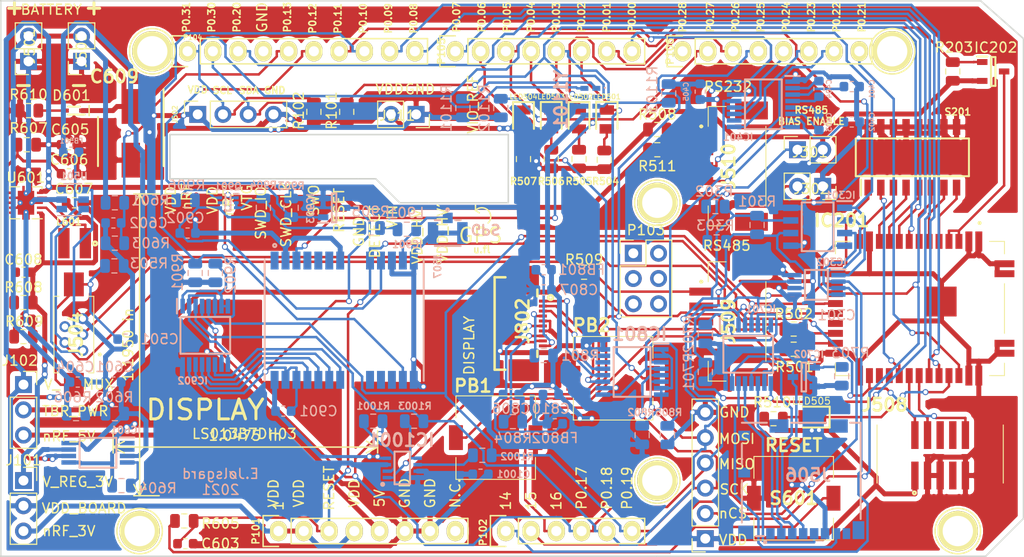
<source format=kicad_pcb>
(kicad_pcb (version 20171130) (host pcbnew "(5.1.4)-1")
  (title_block (title "cSLIM Shield PCB") (date "lun. 30 mars 2015") (rev v1) (company NNU) (comment 4 "Eivind Jølsgard"))
  (layers (0 F.Cu signal hide) (31 B.Cu signal) (34 B.Paste user) (35 F.Paste user hide) (36 B.SilkS user) (37 F.SilkS user hide) (38 B.Mask user) (39 F.Mask user hide) (44 Edge.Cuts user))
  (net 0 "")
  (net 1 /P0.04)
  (net 2 /P0.26)
  (net 3 /P0.02)
  (net 4 /P0.10)
  (net 5 /P0.09)
  (net 6 /P0.08)
  (net 7 /P0.07)
  (net 8 /P0.06)
  (net 9 /P0.05)
  (net 10 /P0.01)
  (net 11 /P0.00)
  (net 12 /P0.11)
  (net 13 /P0.12)
  (net 14 /P0.13)
  (net 15 /P0.14)
  (net 16 /P0.15)
  (net 17 /P0.16)
  (net 18 /P0.17)
  (net 19 /P0.18)
  (net 20 /P0.19)
  (net 21 /P0.20)
  (net 22 /P0.21)
  (net 23 /P0.22)
  (net 24 /P0.23)
  (net 25 /P0.24)
  (net 26 /P0.25)
  (net 27 /P0.03)
  (net 28 "/cSLIM LoRa/LoRa_USB_DP")
  (net 29 "/cSLIM LoRa/LoRa_USB_DM")
  (net 30 +BATT)
  (net 31 GND)
  (net 32 VDD)
  (net 33 "/cSLIM RS232/V+")
  (net 34 "/cSLIM RS232/V-")
  (net 35 "/cSLIM RS232/C2+")
  (net 36 "/cSLIM RS232/C2-")
  (net 37 "/cSLIM RS232/C1-")
  (net 38 "/cSLIM RS232/C1+")
  (net 39 "Net-(C501-Pad1)")
  (net 40 /USB_VBUS)
  (net 41 /LoRa_nRESET)
  (net 42 /V_MUX_OUT)
  (net 43 "/cSLIM GPS External/GPS_VDD")
  (net 44 "Net-(C902-Pad1)")
  (net 45 "Net-(FB501-Pad2)")
  (net 46 "Net-(H101-Pad1)")
  (net 47 "Net-(H102-Pad1)")
  (net 48 "Net-(H103-Pad1)")
  (net 49 "Net-(H104-Pad1)")
  (net 50 "Net-(H105-Pad1)")
  (net 51 "Net-(H106-Pad1)")
  (net 52 "/cSLIM LoRa/AD2")
  (net 53 "/cSLIM LoRa/AD1")
  (net 54 "/cSLIM LoRa/AD7")
  (net 55 "/cSLIM LoRa/AD5")
  (net 56 "/cSLIM LoRa/AD6")
  (net 57 "/cSLIM LoRa/AD3")
  (net 58 "/cSLIM LoRa/AD4")
  (net 59 "Net-(IC201-Pad20)")
  (net 60 "Net-(IC201-Pad26)")
  (net 61 "Net-(IC201-Pad27)")
  (net 62 "/cSLIM LoRa/AD8")
  (net 63 "/9 cSLIM Connectors/LoRa_SWDIO")
  (net 64 "/9 cSLIM Connectors/LoRa_SWDCLK")
  (net 65 "/9 cSLIM Connectors/RS485_A")
  (net 66 "/9 cSLIM Connectors/RS485_B")
  (net 67 "/9 cSLIM Connectors/RS232_RX")
  (net 68 "Net-(IC401-Pad10)")
  (net 69 "/9 cSLIM Connectors/RS232_TX")
  (net 70 "Net-(IC601-Pad1)")
  (net 71 "Net-(IC601-Pad4)")
  (net 72 "/9 cSLIM Connectors/uSD_nCS")
  (net 73 "/9 cSLIM Connectors/uSD_CLK")
  (net 74 "/9 cSLIM Connectors/uSD_MISO")
  (net 75 "/9 cSLIM Connectors/uSD_MOSI")
  (net 76 "/9 cSLIM Connectors/uSD_VDD")
  (net 77 "Net-(IC801-Pad1)")
  (net 78 "Net-(IC901-Pad1)")
  (net 79 "Net-(IC901-Pad5)")
  (net 80 "Net-(IC901-Pad6)")
  (net 81 "/9 cSLIM Connectors/GPS_ANTENNA")
  (net 82 "/cSLIM GPS External/ANT_ON")
  (net 83 "Net-(IC901-Pad15)")
  (net 84 "Net-(IC901-Pad16)")
  (net 85 "Net-(IC901-Pad17)")
  (net 86 "/cSLIM GPS External/GPS_nCS")
  (net 87 "/cSLIM GPS External/GPS_SCK")
  (net 88 "/cSLIM GPS External/GPS_MISO")
  (net 89 "/cSLIM GPS External/GPS_MOSI")
  (net 90 "Net-(IC902-Pad1)")
  (net 91 "Net-(IC1001-Pad2)")
  (net 92 "Net-(IC1001-Pad5)")
  (net 93 "Net-(IC1001-Pad6)")
  (net 94 /TBR_PWR)
  (net 95 /V_nRF_5V)
  (net 96 "Net-(J504-Pad4)")
  (net 97 "Net-(J506-Pad1)")
  (net 98 "Net-(J506-Pad8)")
  (net 99 "/9 cSLIM Connectors/LoRa_SWO")
  (net 100 "Net-(J508-Pad7)")
  (net 101 "Net-(J508-Pad8)")
  (net 102 "Net-(J509-Pad1)")
  (net 103 "Net-(J509-PadMP1)")
  (net 104 "Net-(J509-PadMP2)")
  (net 105 "Net-(J510-Pad1)")
  (net 106 "Net-(J510-PadMP1)")
  (net 107 "Net-(J510-PadMP2)")
  (net 108 "Net-(L601-Pad1)")
  (net 109 "Net-(L601-Pad2)")
  (net 110 "Net-(L901-Pad2)")
  (net 111 "Net-(LED501-Pad2)")
  (net 112 "Net-(LED502-Pad2)")
  (net 113 "Net-(LED503-Pad2)")
  (net 114 "Net-(LED504-Pad2)")
  (net 115 "Net-(P101-Pad8)")
  (net 116 "Net-(P103-Pad1)")
  (net 117 "Net-(P103-Pad2)")
  (net 118 "Net-(P103-Pad3)")
  (net 119 "Net-(P103-Pad4)")
  (net 120 "Net-(P103-Pad5)")
  (net 121 "Net-(P103-Pad6)")
  (net 122 "Net-(P104-Pad4)")
  (net 123 "Net-(P106-Pad1)")
  (net 124 "Net-(Q901-Pad2)")
  (net 125 "Net-(Q901-Pad6)")
  (net 126 "Net-(R605-Pad2)")
  (net 127 "Net-(U501-Pad1)")
  (net 128 "Net-(U501-Pad3)")
  (net 129 "/cSLIM Display/nCS")
  (net 130 "/9 cSLIM Connectors/USB_N")
  (net 131 "/9 cSLIM Connectors/USB_P")
  (net 132 "Net-(C606-Pad1)")
  (net 133 "Net-(IC201-Pad3)")
  (net 134 "/cSLIM LoRa/PB03")
  (net 135 "Net-(IC701-Pad2)")
  (net 136 "Net-(LED505-Pad2)")
  (net 137 /V_reg)
  (net 138 "Net-(C608-Pad2)")
  (net 139 "Net-(C806-Pad1)")
  (net 140 "Net-(FB801-Pad1)")
  (net 141 /I2C_SDA)
  (net 142 /I2C_SCL)
  (net 143 "Net-(IC801-Pad3)")
  (net 144 "Net-(IC801-Pad14)")
  (net 145 /GPS_TIMEPULSE)
  (net 146 "/cSLIM GPS External/GPS_EXTINT")
  (net 147 /V_nRF_3V)
  (net 148 "Net-(J802-Pad4)")
  (net 149 "Net-(J802-Pad8)")
  (net 150 "Net-(R1101-Pad1)")
  (net 151 "/cSLIM Display/MOSI")
  (net 152 "/cSLIM Display/SCK")
  (net 153 "Net-(J510-Pad2)")
  (net 154 "Net-(J301-Pad1)")
  (net 155 "Net-(J302-Pad2)")
  (net 156 "Net-(D601-Pad2)")
  (module Resistor_SMD:R_0805_2012Metric (layer B.Cu) (at 165.608 106.172)
    (fp_text reference R801 (at 3.683 0) (layer B.SilkS) (effects (justify mirror)))
    (fp_text value 100k)
    (pad 1 smd roundrect (at -0.9375 0) (size 0.975 1.4) (layers B.Cu B.Paste B.Mask) (net 148 "Net-(J802-Pad4)"))
    (pad 2 smd roundrect (at 0.9375 0) (size 0.975 1.4) (layers B.Cu B.Paste B.Mask) (net 31 GND))
  )
  (module Socket_Arduino_Uno:Socket_Strip_Arduino_1x08 (layer F.Cu) (at 138.938 123.825)
    (fp_text reference P101 (at -2.286 0 90) (layer F.SilkS) (effects (font (size 0.7 0.7))))
    (fp_text value Power)
    (pad 1 thru_hole oval (at 0 0) (size 1.7272 2.032) (drill 1.016) (layers *.Cu *.Mask F.SilkS) (net 147 /V_nRF_3V))
    (pad 2 thru_hole oval (at 2.54 0) (size 1.7272 2.032) (drill 1.016) (layers *.Cu *.Mask F.SilkS) (net 147 /V_nRF_3V))
    (pad 3 thru_hole oval (at 5.08 0) (size 1.7272 2.032) (drill 1.016) (layers *.Cu *.Mask F.SilkS) (net 41 /LoRa_nRESET))
    (pad 4 thru_hole oval (at 7.62 0) (size 1.7272 2.032) (drill 1.016) (layers *.Cu *.Mask F.SilkS) (net 147 /V_nRF_3V))
    (pad 5 thru_hole oval (at 10.16 0) (size 1.7272 2.032) (drill 1.016) (layers *.Cu *.Mask F.SilkS) (net 95 /V_nRF_5V))
    (pad 6 thru_hole oval (at 12.7 0) (size 1.7272 2.032) (drill 1.016) (layers *.Cu *.Mask F.SilkS) (net 31 GND))
    (pad 7 thru_hole oval (at 15.24 0) (size 1.7272 2.032) (drill 1.016) (layers *.Cu *.Mask F.SilkS) (net 31 GND))
    (pad 8 thru_hole oval (at 17.78 0) (size 1.7272 2.032) (drill 1.016) (layers *.Cu *.Mask F.SilkS) (net 115 "Net-(P101-Pad8)"))
  )
  (module Socket_Arduino_Uno:Socket_Strip_Arduino_1x06 (layer F.Cu) (at 161.798 123.825)
    (fp_text reference P102 (at -2.286 0.127 90) (layer F.SilkS) (effects (font (size 0.7 0.7))))
    (fp_text value Analog)
    (pad 1 thru_hole oval (at 0 0) (size 1.7272 2.032) (drill 1.016) (layers *.Cu *.Mask F.SilkS) (net 15 /P0.14))
    (pad 2 thru_hole oval (at 2.54 0) (size 1.7272 2.032) (drill 1.016) (layers *.Cu *.Mask F.SilkS) (net 16 /P0.15))
    (pad 3 thru_hole oval (at 5.08 0) (size 1.7272 2.032) (drill 1.016) (layers *.Cu *.Mask F.SilkS) (net 17 /P0.16))
    (pad 4 thru_hole oval (at 7.62 0) (size 1.7272 2.032) (drill 1.016) (layers *.Cu *.Mask F.SilkS) (net 18 /P0.17))
    (pad 5 thru_hole oval (at 10.16 0) (size 1.7272 2.032) (drill 1.016) (layers *.Cu *.Mask F.SilkS) (net 19 /P0.18))
    (pad 6 thru_hole oval (at 12.7 0) (size 1.7272 2.032) (drill 1.016) (layers *.Cu *.Mask F.SilkS) (net 20 /P0.19))
  )
  (module Socket_Arduino_Uno:Socket_Strip_Arduino_1x10 (layer F.Cu) (at 129.794 75.565)
    (fp_text reference P104 (at 0.508 -1.397 180) (layer F.SilkS) (effects (font (size 0.5 0.5) (thickness 0.1))))
    (fp_text value Digital)
    (pad 1 thru_hole oval (at 0 0) (size 1.7272 2.032) (drill 1.016) (layers *.Cu *.Mask F.SilkS) (net 142 /I2C_SCL))
    (pad 2 thru_hole oval (at 2.54 0) (size 1.7272 2.032) (drill 1.016) (layers *.Cu *.Mask F.SilkS) (net 141 /I2C_SDA))
    (pad 3 thru_hole oval (at 5.08 0) (size 1.7272 2.032) (drill 1.016) (layers *.Cu *.Mask F.SilkS) (net 21 /P0.20))
    (pad 4 thru_hole oval (at 7.62 0) (size 1.7272 2.032) (drill 1.016) (layers *.Cu *.Mask F.SilkS) (net 122 "Net-(P104-Pad4)"))
    (pad 5 thru_hole oval (at 10.16 0) (size 1.7272 2.032) (drill 1.016) (layers *.Cu *.Mask F.SilkS) (net 14 /P0.13))
    (pad 6 thru_hole oval (at 12.7 0) (size 1.7272 2.032) (drill 1.016) (layers *.Cu *.Mask F.SilkS) (net 13 /P0.12))
    (pad 7 thru_hole oval (at 15.24 0) (size 1.7272 2.032) (drill 1.016) (layers *.Cu *.Mask F.SilkS) (net 12 /P0.11))
    (pad 8 thru_hole oval (at 17.78 0) (size 1.7272 2.032) (drill 1.016) (layers *.Cu *.Mask F.SilkS) (net 4 /P0.10))
    (pad 9 thru_hole oval (at 20.32 0) (size 1.7272 2.032) (drill 1.016) (layers *.Cu *.Mask F.SilkS) (net 5 /P0.09))
    (pad 10 thru_hole oval (at 22.86 0) (size 1.7272 2.032) (drill 1.016) (layers *.Cu *.Mask F.SilkS) (net 6 /P0.08))
  )
  (module Socket_Arduino_Uno:Socket_Strip_Arduino_1x08 (layer F.Cu) (at 156.718 75.565)
    (fp_text reference P105 (at -1.397 0 270) (layer F.SilkS) (effects (font (size 0.7 0.7))))
    (fp_text value Digital)
    (pad 1 thru_hole oval (at 0 0) (size 1.7272 2.032) (drill 1.016) (layers *.Cu *.Mask F.SilkS) (net 7 /P0.07))
    (pad 2 thru_hole oval (at 2.54 0) (size 1.7272 2.032) (drill 1.016) (layers *.Cu *.Mask F.SilkS) (net 8 /P0.06))
    (pad 3 thru_hole oval (at 5.08 0) (size 1.7272 2.032) (drill 1.016) (layers *.Cu *.Mask F.SilkS) (net 9 /P0.05))
    (pad 4 thru_hole oval (at 7.62 0) (size 1.7272 2.032) (drill 1.016) (layers *.Cu *.Mask F.SilkS) (net 1 /P0.04))
    (pad 5 thru_hole oval (at 10.16 0) (size 1.7272 2.032) (drill 1.016) (layers *.Cu *.Mask F.SilkS) (net 27 /P0.03))
    (pad 6 thru_hole oval (at 12.7 0) (size 1.7272 2.032) (drill 1.016) (layers *.Cu *.Mask F.SilkS) (net 3 /P0.02))
    (pad 7 thru_hole oval (at 15.24 0) (size 1.7272 2.032) (drill 1.016) (layers *.Cu *.Mask F.SilkS) (net 10 /P0.01))
    (pad 8 thru_hole oval (at 17.78 0) (size 1.7272 2.032) (drill 1.016) (layers *.Cu *.Mask F.SilkS) (net 11 /P0.00))
  )
  (module Socket_Arduino_Uno:Arduino_1pin (layer F.Cu) (at 124.968 123.825)
    (fp_text reference H101 hide)
    (fp_text value CONN_01X01 hide)
    (pad 1 thru_hole circle (at 0 0) (size 4.064 4.064) (drill 3.048) (layers *.Cu *.Mask F.SilkS) (net 46 "Net-(H101-Pad1)"))
  )
  (module Socket_Arduino_Uno:Arduino_1pin (layer F.Cu) (at 177.038 118.745)
    (fp_text reference H102 hide)
    (fp_text value CONN_01X01 hide)
    (pad 1 thru_hole circle (at 0 0) (size 4.064 4.064) (drill 3.048) (layers *.Cu *.Mask F.SilkS) (net 47 "Net-(H102-Pad1)"))
  )
  (module Socket_Arduino_Uno:Arduino_1pin (layer F.Cu) (at 126.238 75.565)
    (fp_text reference H103 hide)
    (fp_text value CONN_01X01 hide)
    (pad 1 thru_hole circle (at 0 0) (size 4.064 4.064) (drill 3.048) (layers *.Cu *.Mask F.SilkS) (net 48 "Net-(H103-Pad1)"))
  )
  (module Socket_Arduino_Uno:Arduino_1pin (layer F.Cu) (at 177.038 90.805)
    (fp_text reference H106 hide)
    (fp_text value CONN_01X01 hide)
    (pad 1 thru_hole circle (at 0 0) (size 4.064 4.064) (drill 3.048) (layers *.Cu *.Mask F.SilkS) (net 51 "Net-(H106-Pad1)"))
  )
  (module Socket_Arduino_Uno:Socket_Strip_Arduino_1x08 (layer F.Cu) (at 179.578 75.565)
    (fp_text reference P106 (at -1.27 0 270) (layer F.SilkS) (effects (font (size 0.7 0.7))))
    (fp_text value Digital)
    (pad 1 thru_hole oval (at 0 0) (size 1.7272 2.032) (drill 1.016) (layers *.Cu *.Mask F.SilkS) (net 123 "Net-(P106-Pad1)"))
    (pad 2 thru_hole oval (at 2.54 0) (size 1.7272 2.032) (drill 1.016) (layers *.Cu *.Mask F.SilkS) (net 145 /GPS_TIMEPULSE))
    (pad 3 thru_hole oval (at 5.08 0) (size 1.7272 2.032) (drill 1.016) (layers *.Cu *.Mask F.SilkS) (net 2 /P0.26))
    (pad 4 thru_hole oval (at 7.62 0) (size 1.7272 2.032) (drill 1.016) (layers *.Cu *.Mask F.SilkS) (net 26 /P0.25))
    (pad 5 thru_hole oval (at 10.16 0) (size 1.7272 2.032) (drill 1.016) (layers *.Cu *.Mask F.SilkS) (net 25 /P0.24))
    (pad 6 thru_hole oval (at 12.7 0) (size 1.7272 2.032) (drill 1.016) (layers *.Cu *.Mask F.SilkS) (net 24 /P0.23))
    (pad 7 thru_hole oval (at 15.24 0) (size 1.7272 2.032) (drill 1.016) (layers *.Cu *.Mask F.SilkS) (net 23 /P0.22))
    (pad 8 thru_hole oval (at 17.78 0) (size 1.7272 2.032) (drill 1.016) (layers *.Cu *.Mask F.SilkS) (net 22 /P0.21))
  )
  (module Socket_Arduino_Uno:Arduino_1pin (layer F.Cu) (at 200.66 75.565)
    (fp_text reference H104 (at 0 0) (layer F.SilkS))
    (fp_text value CONN_01X01)
    (pad 1 thru_hole circle (at 0 0) (size 4.064 4.064) (drill 3.048) (layers *.Cu *.Mask F.SilkS) (net 49 "Net-(H104-Pad1)"))
  )
  (module Socket_Arduino_Uno:Arduino_1pin (layer F.Cu) (at 207.264 123.825)
    (fp_text reference H105 (at -0.254 0) (layer F.SilkS))
    (fp_text value CONN_01X01)
    (pad 1 thru_hole circle (at 0 0) (size 4.064 4.064) (drill 3.048) (layers *.Cu *.Mask F.SilkS) (net 50 "Net-(H105-Pad1)"))
  )
  (module Capacitor_SMD:C_0603_1608Metric (layer B.Cu) (at 191.669 101.981 180)
    (fp_text reference C301 (at -3.4035 -0.127) (layer B.SilkS) (effects (justify mirror)))
    (fp_text value 100nF)
    (pad 2 smd roundrect (at 0.7875 0 180) (size 0.875 0.95) (layers B.Cu B.Paste B.Mask) (net 31 GND))
    (pad 1 smd roundrect (at -0.7875 0 180) (size 0.875 0.95) (layers B.Cu B.Paste B.Mask) (net 32 VDD))
  )
  (module Capacitor_SMD:C_0603_1608Metric (layer B.Cu) (at 196.596 79.121)
    (fp_text reference C401 (at 2.032 0.254 270) (layer B.SilkS) (effects (font (size 0.5 0.5) (thickness 0.1)) (justify mirror)))
    (fp_text value 100nF)
    (pad 1 smd roundrect (at -0.7875 0) (size 0.875 0.95) (layers B.Cu B.Paste B.Mask) (net 33 "/cSLIM RS232/V+"))
    (pad 2 smd roundrect (at 0.7875 0) (size 0.875 0.95) (layers B.Cu B.Paste B.Mask) (net 31 GND))
  )
  (module Capacitor_SMD:C_0603_1608Metric (layer B.Cu) (at 196.596 82.677)
    (fp_text reference C402 (at 2.032 0 90) (layer B.SilkS) (effects (font (size 0.5 0.5) (thickness 0.1)) (justify mirror)))
    (fp_text value 100nF)
    (pad 1 smd roundrect (at -0.7875 0) (size 0.875 0.95) (layers B.Cu B.Paste B.Mask) (net 34 "/cSLIM RS232/V-"))
    (pad 2 smd roundrect (at 0.7875 0) (size 0.875 0.95) (layers B.Cu B.Paste B.Mask) (net 31 GND))
  )
  (module Capacitor_SMD:C_0603_1608Metric (layer B.Cu) (at 193.294 82.7025 270)
    (fp_text reference C403 (at 0 -1.016 270) (layer B.SilkS) (effects (font (size 0.5 0.5) (thickness 0.1)) (justify mirror)))
    (fp_text value 100nF)
    (pad 1 smd roundrect (at -0.7875 0 270) (size 0.875 0.95) (layers B.Cu B.Paste B.Mask) (net 35 "/cSLIM RS232/C2+"))
    (pad 2 smd roundrect (at 0.7875 0 270) (size 0.875 0.95) (layers B.Cu B.Paste B.Mask) (net 36 "/cSLIM RS232/C2-"))
  )
  (module Capacitor_SMD:C_0603_1608Metric (layer B.Cu) (at 193.294 79.3495 270)
    (fp_text reference C404 (at 0 -1.016 90) (layer B.SilkS) (effects (font (size 0.5 0.5) (thickness 0.1)) (justify mirror)))
    (fp_text value 100nF)
    (pad 2 smd roundrect (at 0.7875 0 270) (size 0.875 0.95) (layers B.Cu B.Paste B.Mask) (net 37 "/cSLIM RS232/C1-"))
    (pad 1 smd roundrect (at -0.7875 0 270) (size 0.875 0.95) (layers B.Cu B.Paste B.Mask) (net 38 "/cSLIM RS232/C1+"))
  )
  (module Capacitor_SMD:C_0603_1608Metric (layer B.Cu) (at 181.356 79.629 270)
    (fp_text reference C405 (at 0 1.43 270) (layer B.SilkS) (effects (font (size 0.5 0.5) (thickness 0.1)) (justify mirror)))
    (fp_text value 100nF)
    (pad 2 smd roundrect (at 0.7875 0 270) (size 0.875 0.95) (layers B.Cu B.Paste B.Mask) (net 31 GND))
    (pad 1 smd roundrect (at -0.7875 0 270) (size 0.875 0.95) (layers B.Cu B.Paste B.Mask) (net 32 VDD))
  )
  (module Capacitor_SMD:C_0603_1608Metric (layer B.Cu) (at 123.546 104.521)
    (fp_text reference C501 (at 3.429 0) (layer B.SilkS) (effects (justify mirror)))
    (fp_text value 12pF)
    (pad 2 smd roundrect (at 0.7875 0) (size 0.875 0.95) (layers B.Cu B.Paste B.Mask) (net 31 GND))
    (pad 1 smd roundrect (at -0.7875 0) (size 0.875 0.95) (layers B.Cu B.Paste B.Mask) (net 39 "Net-(C501-Pad1)"))
  )
  (module Capacitor_SMD:C_0603_1608Metric (layer B.Cu) (at 122.327 108.839 180)
    (fp_text reference C601 (at -0.101 1.524) (layer B.SilkS) (effects (justify mirror)))
    (fp_text value 100nF)
    (pad 1 smd roundrect (at -0.7875 0 180) (size 0.875 0.95) (layers B.Cu B.Paste B.Mask) (net 40 /USB_VBUS))
    (pad 2 smd roundrect (at 0.7875 0 180) (size 0.875 0.95) (layers B.Cu B.Paste B.Mask) (net 31 GND))
  )
  (module Capacitor_SMD:C_0603_1608Metric (layer B.Cu) (at 122.327 92.837 180)
    (fp_text reference C602 (at -3.5305 0) (layer B.SilkS) (effects (justify mirror)))
    (fp_text value 1uF)
    (pad 2 smd roundrect (at 0.7875 0 180) (size 0.875 0.95) (layers B.Cu B.Paste B.Mask) (net 31 GND))
    (pad 1 smd roundrect (at -0.7875 0 180) (size 0.875 0.95) (layers B.Cu B.Paste B.Mask) (net 14 /P0.13))
  )
  (module Capacitor_SMD:C_0603_1608Metric (layer F.Cu) (at 129.566 125.095)
    (fp_text reference C603 (at 3.53 0) (layer F.SilkS))
    (fp_text value 1uF)
    (pad 1 smd roundrect (at -0.7875 0) (size 0.875 0.95) (layers F.Cu F.Paste F.Mask) (net 41 /LoRa_nRESET))
    (pad 2 smd roundrect (at 0.7875 0) (size 0.875 0.95) (layers F.Cu F.Paste F.Mask) (net 31 GND))
  )
  (module Capacitor_SMD:C_0603_1608Metric (layer B.Cu) (at 118.745 108.839)
    (fp_text reference C604 (at -0.254 -1.524) (layer B.SilkS) (effects (justify mirror)))
    (fp_text value 100nF)
    (pad 2 smd roundrect (at 0.7875 0) (size 0.875 0.95) (layers B.Cu B.Paste B.Mask) (net 31 GND))
    (pad 1 smd roundrect (at -0.7875 0) (size 0.875 0.95) (layers B.Cu B.Paste B.Mask) (net 30 +BATT))
  )
  (module Capacitor_SMD:C_0603_1608Metric (layer F.Cu) (at 117.856 84.963)
    (fp_text reference C605 (at 0.127 -1.524) (layer F.SilkS))
    (fp_text value 10uF)
    (pad 2 smd roundrect (at 0.7875 0) (size 0.875 0.95) (layers F.Cu F.Paste F.Mask) (net 31 GND))
    (pad 1 smd roundrect (at -0.7875 0) (size 0.875 0.95) (layers F.Cu F.Paste F.Mask) (net 42 /V_MUX_OUT))
  )
  (module Capacitor_SMD:C_0603_1608Metric (layer F.Cu) (at 117.856 87.884)
    (fp_text reference C606 (at 0.0255 -1.397) (layer F.SilkS))
    (fp_text value 100nF)
    (pad 1 smd roundrect (at -0.7875 0) (size 0.875 0.95) (layers F.Cu F.Paste F.Mask) (net 132 "Net-(C606-Pad1)"))
    (pad 2 smd roundrect (at 0.7875 0) (size 0.875 0.95) (layers F.Cu F.Paste F.Mask) (net 31 GND))
  )
  (module Capacitor_SMD:C_0603_1608Metric (layer F.Cu) (at 118.364 90.805)
    (fp_text reference C607 (at 0 -1.397) (layer F.SilkS))
    (fp_text value 22uF)
    (pad 1 smd roundrect (at -0.7875 0) (size 0.875 0.95) (layers F.Cu F.Paste F.Mask) (net 137 /V_reg))
    (pad 2 smd roundrect (at 0.7875 0) (size 0.875 0.95) (layers F.Cu F.Paste F.Mask) (net 31 GND))
  )
  (module Capacitor_SMD:C_0603_1608Metric (layer B.Cu) (at 139.42 111.76 180)
    (fp_text reference C901 (at -3.5305 0 180) (layer B.SilkS) (effects (justify mirror)))
    (fp_text value 100nF)
    (pad 2 smd roundrect (at 0.7875 0 180) (size 0.875 0.95) (layers B.Cu B.Paste B.Mask) (net 31 GND))
    (pad 1 smd roundrect (at -0.7875 0 180) (size 0.875 0.95) (layers B.Cu B.Paste B.Mask) (net 43 "/cSLIM GPS External/GPS_VDD"))
  )
  (module Capacitor_SMD:C_0603_1608Metric (layer B.Cu) (at 129.794 93.853)
    (fp_text reference C902 (at -0.2285 -1.524) (layer B.SilkS) (effects (justify mirror)))
    (fp_text value 1uF)
    (pad 2 smd roundrect (at 0.7875 0) (size 0.875 0.95) (layers B.Cu B.Paste B.Mask) (net 31 GND))
    (pad 1 smd roundrect (at -0.7875 0) (size 0.875 0.95) (layers B.Cu B.Paste B.Mask) (net 44 "Net-(C902-Pad1)"))
  )
  (module Capacitor_SMD:C_0603_1608Metric (layer B.Cu) (at 159.258 118.11)
    (fp_text reference C1001 (at 3.302 0) (layer B.SilkS) (effects (font (size 0.7 0.7)) (justify mirror)))
    (fp_text value 100nF)
    (pad 1 smd roundrect (at -0.7875 0) (size 0.875 0.95) (layers B.Cu B.Paste B.Mask) (net 32 VDD))
    (pad 2 smd roundrect (at 0.7875 0) (size 0.875 0.95) (layers B.Cu B.Paste B.Mask) (net 31 GND))
  )
  (module Capacitor_SMD:C_0603_1608Metric (layer B.Cu) (at 118.085 85.725)
    (fp_text reference FB501 (at 0.026 -1.143) (layer B.SilkS) (effects (font (size 0.5 0.5) (thickness 0.1)) (justify mirror)))
    (fp_text value 500mA)
    (pad 1 smd roundrect (at -0.7875 0) (size 0.875 0.95) (layers B.Cu B.Paste B.Mask) (net 40 /USB_VBUS))
    (pad 2 smd roundrect (at 0.7875 0) (size 0.875 0.95) (layers B.Cu B.Paste B.Mask) (net 45 "Net-(FB501-Pad2)"))
  )
  (module SamacSys:WLR089U0IRM (layer F.Cu) (at 203.454 100.965 270)
    (fp_text reference IC201 (at -8.382 7.874) (layer F.SilkS) (effects (font (size 1.27 1.27) (thickness 0.254))))
    (fp_text value WLR089U0-I_RM hide)
    (pad 1 smd rect (at -6.275 -5.92) (size 0.7 2) (layers F.Cu F.Paste F.Mask) (net 31 GND))
    (pad 2 smd rect (at -6.275 -4.92) (size 0.7 2) (layers F.Cu F.Paste F.Mask) (net 31 GND))
    (pad 3 smd rect (at -6.275 -3.92) (size 0.7 1.5) (layers F.Cu F.Paste F.Mask) (net 133 "Net-(IC201-Pad3)"))
    (pad 4 smd rect (at -6.275 -2.92) (size 0.7 1.5) (layers F.Cu F.Paste F.Mask) (net 133 "Net-(IC201-Pad3)"))
    (pad 5 smd rect (at -6.275 -1.92) (size 0.7 1.5) (layers F.Cu F.Paste F.Mask) (net 62 "/cSLIM LoRa/AD8"))
    (pad 6 smd rect (at -6.275 -0.92) (size 0.7 1.5) (layers F.Cu F.Paste F.Mask) (net 54 "/cSLIM LoRa/AD7"))
    (pad 7 smd rect (at -6.275 0.08) (size 0.7 1.5) (layers F.Cu F.Paste F.Mask) (net 56 "/cSLIM LoRa/AD6"))
    (pad 8 smd rect (at -6.275 1.08) (size 0.7 1.5) (layers F.Cu F.Paste F.Mask) (net 141 /I2C_SDA))
    (pad 9 smd rect (at -6.275 2.08) (size 0.7 1.5) (layers F.Cu F.Paste F.Mask) (net 142 /I2C_SCL))
    (pad 10 smd rect (at -6.275 3.08) (size 0.7 1.5) (layers F.Cu F.Paste F.Mask) (net 55 "/cSLIM LoRa/AD5"))
    (pad 11 smd rect (at -6.275 4.08) (size 0.7 1.5) (layers F.Cu F.Paste F.Mask) (net 58 "/cSLIM LoRa/AD4"))
    (pad 12 smd rect (at -6.275 5.08) (size 0.7 2) (layers F.Cu F.Paste F.Mask) (net 31 GND))
    (pad 13 smd rect (at -6.275 6.08) (size 0.7 1.5) (layers F.Cu F.Paste F.Mask) (net 57 "/cSLIM LoRa/AD3"))
    (pad 14 smd rect (at -4.025 8.5 270) (size 0.7 1.5) (layers F.Cu F.Paste F.Mask) (net 53 "/cSLIM LoRa/AD1"))
    (pad 15 smd rect (at -3.025 8.5 270) (size 0.7 2) (layers F.Cu F.Paste F.Mask) (net 31 GND))
    (pad 16 smd rect (at -2.025 8.5 270) (size 0.7 1.5) (layers F.Cu F.Paste F.Mask) (net 19 /P0.18))
    (pad 17 smd rect (at -1.025 8.5 270) (size 0.7 1.5) (layers F.Cu F.Paste F.Mask) (net 21 /P0.20))
    (pad 18 smd rect (at -0.025 8.5 270) (size 0.7 1.5) (layers F.Cu F.Paste F.Mask) (net 20 /P0.19))
    (pad 19 smd rect (at 0.975 8.5 270) (size 0.7 1.5) (layers F.Cu F.Paste F.Mask) (net 18 /P0.17))
    (pad 20 smd rect (at 1.975 8.5 270) (size 0.7 1.5) (layers F.Cu F.Paste F.Mask) (net 59 "Net-(IC201-Pad20)"))
    (pad 21 smd rect (at 2.975 8.5 270) (size 0.7 1.5) (layers F.Cu F.Paste F.Mask) (net 28 "/cSLIM LoRa/LoRa_USB_DP"))
    (pad 22 smd rect (at 3.975 8.5 270) (size 0.7 1.5) (layers F.Cu F.Paste F.Mask) (net 29 "/cSLIM LoRa/LoRa_USB_DM"))
    (pad 23 smd rect (at 4.975 8.5 270) (size 0.7 2) (layers F.Cu F.Paste F.Mask) (net 31 GND))
    (pad 24 smd rect (at 7.225 6.08) (size 0.7 2) (layers F.Cu F.Paste F.Mask) (net 31 GND))
    (pad 25 smd rect (at 7.225 5.08) (size 0.7 1.5) (layers F.Cu F.Paste F.Mask) (net 41 /LoRa_nRESET))
    (pad 26 smd rect (at 7.225 4.08) (size 0.7 1.5) (layers F.Cu F.Paste F.Mask) (net 60 "Net-(IC201-Pad26)"))
    (pad 27 smd rect (at 7.225 3.08) (size 0.7 1.5) (layers F.Cu F.Paste F.Mask) (net 61 "Net-(IC201-Pad27)"))
    (pad 28 smd rect (at 7.225 2.08) (size 0.7 1.5) (layers F.Cu F.Paste F.Mask) (net 52 "/cSLIM LoRa/AD2"))
    (pad 29 smd rect (at 7.225 1.08) (size 0.7 1.5) (layers F.Cu F.Paste F.Mask) (net 63 "/9 cSLIM Connectors/LoRa_SWDIO"))
    (pad 30 smd rect (at 7.225 0.08) (size 0.7 1.5) (layers F.Cu F.Paste F.Mask) (net 64 "/9 cSLIM Connectors/LoRa_SWDCLK"))
    (pad 31 smd rect (at 7.225 -0.92) (size 0.7 1.5) (layers F.Cu F.Paste F.Mask) (net 5 /P0.09))
    (pad 32 smd rect (at 7.225 -1.92) (size 0.7 1.5) (layers F.Cu F.Paste F.Mask) (net 6 /P0.08))
    (pad 33 smd rect (at 7.225 -2.92) (size 0.7 1.5) (layers F.Cu F.Paste F.Mask) (net 134 "/cSLIM LoRa/PB03"))
    (pad 34 smd rect (at 7.225 -3.92) (size 0.7 1.5) (layers F.Cu F.Paste F.Mask) (net 22 /P0.21))
    (pad 35 smd rect (at 7.225 -4.92) (size 0.7 2) (layers F.Cu F.Paste F.Mask) (net 31 GND))
    (pad 36 smd rect (at 7.225 -5.92) (size 0.7 2) (layers F.Cu F.Paste F.Mask) (net 31 GND))
    (pad 37 smd rect (at 4.975 -8.5 270) (size 0.7 2) (layers F.Cu F.Paste F.Mask) (net 31 GND))
    (pad 38 smd rect (at 3.975 -8.5 270) (size 0.7 2) (layers F.Cu F.Paste F.Mask) (net 31 GND))
    (pad 39 smd rect (at -3.025 -8.5 270) (size 0.7 2) (layers F.Cu F.Paste F.Mask) (net 31 GND))
    (pad 40 smd rect (at -4.025 -8.5 270) (size 0.7 2) (layers F.Cu F.Paste F.Mask) (net 31 GND))
    (pad 41 smd rect (at -0.225 -2.17 270) (size 3 3.03) (layers F.Cu F.Paste F.Mask) (net 31 GND))
  )
  (module SamacSys:SOIC127P600X175-8N (layer B.Cu) (at 193.167 93.218 180)
    (fp_text reference IC301 (at -2.286 3.175) (layer B.SilkS) (effects (font (size 0.7 0.7)) (justify mirror)))
    (fp_text value MAX3486ESA+ hide)
    (pad 1 smd rect (at -2.712 1.905 90) (size 0.65 1.525) (layers B.Cu B.Paste B.Mask) (net 11 /P0.00))
    (pad 2 smd rect (at -2.712 0.635 90) (size 0.65 1.525) (layers B.Cu B.Paste B.Mask) (net 15 /P0.14))
    (pad 3 smd rect (at -2.712 -0.635 90) (size 0.65 1.525) (layers B.Cu B.Paste B.Mask) (net 16 /P0.15))
    (pad 4 smd rect (at -2.712 -1.905 90) (size 0.65 1.525) (layers B.Cu B.Paste B.Mask) (net 10 /P0.01))
    (pad 5 smd rect (at 2.712 -1.905 90) (size 0.65 1.525) (layers B.Cu B.Paste B.Mask) (net 31 GND))
    (pad 6 smd rect (at 2.712 -0.635 90) (size 0.65 1.525) (layers B.Cu B.Paste B.Mask) (net 65 "/9 cSLIM Connectors/RS485_A"))
    (pad 7 smd rect (at 2.712 0.635 90) (size 0.65 1.525) (layers B.Cu B.Paste B.Mask) (net 66 "/9 cSLIM Connectors/RS485_B"))
    (pad 8 smd rect (at 2.712 1.905 90) (size 0.65 1.525) (layers B.Cu B.Paste B.Mask) (net 32 VDD))
  )
  (module SamacSys:SOP65P490X110-8N (layer B.Cu) (at 193.04 99.06 180)
    (fp_text reference IC302 (at -1.524 2.286) (layer B.SilkS) (effects (font (size 0.7 0.7)) (justify mirror)))
    (fp_text value MAX3471EUA+ hide)
    (pad 1 smd rect (at -2.212 0.975 90) (size 0.45 1.425) (layers B.Cu B.Paste B.Mask) (net 11 /P0.00))
    (pad 2 smd rect (at -2.212 0.325 90) (size 0.45 1.425) (layers B.Cu B.Paste B.Mask) (net 15 /P0.14))
    (pad 3 smd rect (at -2.212 -0.325 90) (size 0.45 1.425) (layers B.Cu B.Paste B.Mask) (net 16 /P0.15))
    (pad 4 smd rect (at -2.212 -0.975 90) (size 0.45 1.425) (layers B.Cu B.Paste B.Mask) (net 10 /P0.01))
    (pad 5 smd rect (at 2.212 -0.975 90) (size 0.45 1.425) (layers B.Cu B.Paste B.Mask) (net 31 GND))
    (pad 6 smd rect (at 2.212 -0.325 90) (size 0.45 1.425) (layers B.Cu B.Paste B.Mask) (net 65 "/9 cSLIM Connectors/RS485_A"))
    (pad 7 smd rect (at 2.212 0.325 90) (size 0.45 1.425) (layers B.Cu B.Paste B.Mask) (net 66 "/9 cSLIM Connectors/RS485_B"))
    (pad 8 smd rect (at 2.212 0.975 90) (size 0.45 1.425) (layers B.Cu B.Paste B.Mask) (net 32 VDD))
  )
  (module SamacSys:SOP65P640X110-16N (layer B.Cu) (at 187.706 80.899 180)
    (fp_text reference IC401 (at 2.54 -3.302) (layer B.SilkS) (effects (font (size 0.7 0.7)) (justify mirror)))
    (fp_text value MAX3221CUE+ hide)
    (pad 1 smd rect (at -2.938 2.275 90) (size 0.45 1.475) (layers B.Cu B.Paste B.Mask) (net 31 GND))
    (pad 2 smd rect (at -2.938 1.625 90) (size 0.45 1.475) (layers B.Cu B.Paste B.Mask) (net 38 "/cSLIM RS232/C1+"))
    (pad 3 smd rect (at -2.938 0.975 90) (size 0.45 1.475) (layers B.Cu B.Paste B.Mask) (net 33 "/cSLIM RS232/V+"))
    (pad 4 smd rect (at -2.938 0.325 90) (size 0.45 1.475) (layers B.Cu B.Paste B.Mask) (net 37 "/cSLIM RS232/C1-"))
    (pad 5 smd rect (at -2.938 -0.325 90) (size 0.45 1.475) (layers B.Cu B.Paste B.Mask) (net 35 "/cSLIM RS232/C2+"))
    (pad 6 smd rect (at -2.938 -0.975 90) (size 0.45 1.475) (layers B.Cu B.Paste B.Mask) (net 36 "/cSLIM RS232/C2-"))
    (pad 7 smd rect (at -2.938 -1.625 90) (size 0.45 1.475) (layers B.Cu B.Paste B.Mask) (net 34 "/cSLIM RS232/V-"))
    (pad 8 smd rect (at -2.938 -2.275 90) (size 0.45 1.475) (layers B.Cu B.Paste B.Mask) (net 67 "/9 cSLIM Connectors/RS232_RX"))
    (pad 9 smd rect (at 2.938 -2.275 90) (size 0.45 1.475) (layers B.Cu B.Paste B.Mask) (net 24 /P0.23))
    (pad 10 smd rect (at 2.938 -1.625 90) (size 0.45 1.475) (layers B.Cu B.Paste B.Mask) (net 68 "Net-(IC401-Pad10)"))
    (pad 11 smd rect (at 2.938 -0.975 90) (size 0.45 1.475) (layers B.Cu B.Paste B.Mask) (net 25 /P0.24))
    (pad 12 smd rect (at 2.938 -0.325 90) (size 0.45 1.475) (layers B.Cu B.Paste B.Mask) (net 12 /P0.11))
    (pad 13 smd rect (at 2.938 0.325 90) (size 0.45 1.475) (layers B.Cu B.Paste B.Mask) (net 69 "/9 cSLIM Connectors/RS232_TX"))
    (pad 14 smd rect (at 2.938 0.975 90) (size 0.45 1.475) (layers B.Cu B.Paste B.Mask) (net 31 GND))
    (pad 15 smd rect (at 2.938 1.625 90) (size 0.45 1.475) (layers B.Cu B.Paste B.Mask) (net 32 VDD))
    (pad 16 smd rect (at 2.938 2.275 90) (size 0.45 1.475) (layers B.Cu B.Paste B.Mask) (net 12 /P0.11))
  )
  (module SamacSys:SOP65P640X120-8N (layer B.Cu) (at 120.777 115.951 180)
    (fp_text reference IC601 (at -2.794 2.286) (layer B.SilkS) (effects (font (size 0.7 0.7)) (justify mirror)))
    (fp_text value TPS2113PWR hide)
    (pad 1 smd rect (at -2.938 0.975 90) (size 0.45 1.475) (layers B.Cu B.Paste B.Mask) (net 70 "Net-(IC601-Pad1)"))
    (pad 2 smd rect (at -2.938 0.325 90) (size 0.45 1.475) (layers B.Cu B.Paste B.Mask) (net 31 GND))
    (pad 3 smd rect (at -2.938 -0.325 90) (size 0.45 1.475) (layers B.Cu B.Paste B.Mask) (net 40 /USB_VBUS))
    (pad 4 smd rect (at -2.938 -0.975 90) (size 0.45 1.475) (layers B.Cu B.Paste B.Mask) (net 71 "Net-(IC601-Pad4)"))
    (pad 5 smd rect (at 2.938 -0.975 90) (size 0.45 1.475) (layers B.Cu B.Paste B.Mask) (net 31 GND))
    (pad 6 smd rect (at 2.938 -0.325 90) (size 0.45 1.475) (layers B.Cu B.Paste B.Mask) (net 30 +BATT))
    (pad 7 smd rect (at 2.938 0.325 90) (size 0.45 1.475) (layers B.Cu B.Paste B.Mask) (net 42 /V_MUX_OUT))
    (pad 8 smd rect (at 2.938 0.975 90) (size 0.45 1.475) (layers B.Cu B.Paste B.Mask) (net 40 /USB_VBUS))
  )
  (module SamacSys:SOP65P640X120-16N (layer B.Cu) (at 186.182 106.045 270)
    (fp_text reference IC701 (at -4.572 -1.27 180) (layer B.SilkS) (effects (font (size 0.7 0.7)) (justify mirror)))
    (fp_text value SN74AVC4T774PWR hide)
    (pad 16 smd rect (at 2.938 2.275 180) (size 0.45 1.475) (layers B.Cu B.Paste B.Mask) (net 32 VDD))
    (pad 15 smd rect (at 2.938 1.625 180) (size 0.45 1.475) (layers B.Cu B.Paste B.Mask) (net 76 "/9 cSLIM Connectors/uSD_VDD"))
    (pad 14 smd rect (at 2.938 0.975 180) (size 0.45 1.475) (layers B.Cu B.Paste B.Mask) (net 74 "/9 cSLIM Connectors/uSD_MISO"))
    (pad 13 smd rect (at 2.938 0.325 180) (size 0.45 1.475) (layers B.Cu B.Paste B.Mask) (net 73 "/9 cSLIM Connectors/uSD_CLK"))
    (pad 12 smd rect (at 2.938 -0.325 180) (size 0.45 1.475) (layers B.Cu B.Paste B.Mask) (net 75 "/9 cSLIM Connectors/uSD_MOSI"))
    (pad 11 smd rect (at 2.938 -0.975 180) (size 0.45 1.475) (layers B.Cu B.Paste B.Mask) (net 72 "/9 cSLIM Connectors/uSD_nCS"))
    (pad 10 smd rect (at 2.938 -1.625 180) (size 0.45 1.475) (layers B.Cu B.Paste B.Mask) (net 31 GND))
    (pad 9 smd rect (at 2.938 -2.275 180) (size 0.45 1.475) (layers B.Cu B.Paste B.Mask) (net 7 /P0.07))
    (pad 8 smd rect (at -2.938 -2.275 180) (size 0.45 1.475) (layers B.Cu B.Paste B.Mask) (net 135 "Net-(IC701-Pad2)"))
    (pad 7 smd rect (at -2.938 -1.625 180) (size 0.45 1.475) (layers B.Cu B.Paste B.Mask) (net 135 "Net-(IC701-Pad2)"))
    (pad 6 smd rect (at -2.938 -0.975 180) (size 0.45 1.475) (layers B.Cu B.Paste B.Mask) (net 7 /P0.07))
    (pad 5 smd rect (at -2.938 -0.325 180) (size 0.45 1.475) (layers B.Cu B.Paste B.Mask) (net 19 /P0.18))
    (pad 4 smd rect (at -2.938 0.325 180) (size 0.45 1.475) (layers B.Cu B.Paste B.Mask) (net 20 /P0.19))
    (pad 3 smd rect (at -2.938 0.975 180) (size 0.45 1.475) (layers B.Cu B.Paste B.Mask) (net 18 /P0.17))
    (pad 2 smd rect (at -2.938 1.625 180) (size 0.45 1.475) (layers B.Cu B.Paste B.Mask) (net 135 "Net-(IC701-Pad2)"))
    (pad 1 smd rect (at -2.938 2.275 180) (size 0.45 1.475) (layers B.Cu B.Paste B.Mask) (net 7 /P0.07))
  )
  (module SamacSys:SOT95P230X110-3N (layer B.Cu) (at 191.77 108.331 180)
    (fp_text reference IC702 (at -0.508 2.286) (layer B.SilkS) (effects (font (size 0.7 0.7)) (justify mirror)))
    (fp_text value NX2301P,215 hide)
    (pad 1 smd rect (at -1.1 0.95 90) (size 0.6 1.05) (layers B.Cu B.Paste B.Mask) (net 8 /P0.06))
    (pad 2 smd rect (at -1.1 -0.95 90) (size 0.6 1.05) (layers B.Cu B.Paste B.Mask) (net 32 VDD))
    (pad 3 smd rect (at 1.1 0 90) (size 0.6 1.05) (layers B.Cu B.Paste B.Mask) (net 76 "/9 cSLIM Connectors/uSD_VDD"))
  )
  (module SamacSys:NEO-M8T (layer B.Cu) (at 145.542 102.616 90)
    (fp_text reference IC901 (at 7.62 6.35 180) (layer B.SilkS) (effects (font (size 0.7 0.7)) (justify mirror)))
    (fp_text value NEO-M9N-00B hide)
    (pad 1 smd rect (at 6 -7) (size 0.8 1.8) (layers B.Cu B.Paste B.Mask) (net 78 "Net-(IC901-Pad1)"))
    (pad 2 smd rect (at 6 -5.9) (size 0.8 1.8) (layers B.Cu B.Paste B.Mask) (net 31 GND))
    (pad 3 smd rect (at 6 -4.8) (size 0.8 1.8) (layers B.Cu B.Paste B.Mask) (net 145 /GPS_TIMEPULSE))
    (pad 4 smd rect (at 6 -3.7) (size 0.8 1.8) (layers B.Cu B.Paste B.Mask) (net 146 "/cSLIM GPS External/GPS_EXTINT"))
    (pad 5 smd rect (at 6 -2.6) (size 0.8 1.8) (layers B.Cu B.Paste B.Mask) (net 79 "Net-(IC901-Pad5)"))
    (pad 6 smd rect (at 6 -1.5) (size 0.8 1.8) (layers B.Cu B.Paste B.Mask) (net 80 "Net-(IC901-Pad6)"))
    (pad 7 smd rect (at 6 -0.4) (size 0.8 1.8) (layers B.Cu B.Paste B.Mask) (net 31 GND))
    (pad 8 smd rect (at 6 2.6) (size 0.8 1.8) (layers B.Cu B.Paste B.Mask) (net 41 /LoRa_nRESET))
    (pad 9 smd rect (at 6 3.7) (size 0.8 1.8) (layers B.Cu B.Paste B.Mask) (net 44 "Net-(C902-Pad1)"))
    (pad 10 smd rect (at 6 4.8) (size 0.8 1.8) (layers B.Cu B.Paste B.Mask) (net 31 GND))
    (pad 11 smd rect (at 6 5.9) (size 0.8 1.8) (layers B.Cu B.Paste B.Mask) (net 81 "/9 cSLIM Connectors/GPS_ANTENNA"))
    (pad 12 smd rect (at 6 7) (size 0.8 1.8) (layers B.Cu B.Paste B.Mask) (net 31 GND))
    (pad 13 smd rect (at -6 7) (size 0.8 1.8) (layers B.Cu B.Paste B.Mask) (net 31 GND))
    (pad 14 smd rect (at -6 5.9) (size 0.8 1.8) (layers B.Cu B.Paste B.Mask) (net 82 "/cSLIM GPS External/ANT_ON"))
    (pad 15 smd rect (at -6 4.8) (size 0.8 1.8) (layers B.Cu B.Paste B.Mask) (net 83 "Net-(IC901-Pad15)"))
    (pad 16 smd rect (at -6 3.7) (size 0.8 1.8) (layers B.Cu B.Paste B.Mask) (net 84 "Net-(IC901-Pad16)"))
    (pad 17 smd rect (at -6 2.6) (size 0.8 1.8) (layers B.Cu B.Paste B.Mask) (net 85 "Net-(IC901-Pad17)"))
    (pad 18 smd rect (at -6 -0.4) (size 0.8 1.8) (layers B.Cu B.Paste B.Mask) (net 86 "/cSLIM GPS External/GPS_nCS"))
    (pad 19 smd rect (at -6 -1.5) (size 0.8 1.8) (layers B.Cu B.Paste B.Mask) (net 87 "/cSLIM GPS External/GPS_SCK"))
    (pad 20 smd rect (at -6 -2.6) (size 0.8 1.8) (layers B.Cu B.Paste B.Mask) (net 88 "/cSLIM GPS External/GPS_MISO"))
    (pad 21 smd rect (at -6 -3.7) (size 0.8 1.8) (layers B.Cu B.Paste B.Mask) (net 89 "/cSLIM GPS External/GPS_MOSI"))
    (pad 22 smd rect (at -6 -4.8) (size 0.8 1.8) (layers B.Cu B.Paste B.Mask) (net 43 "/cSLIM GPS External/GPS_VDD"))
    (pad 23 smd rect (at -6 -5.9) (size 0.8 1.8) (layers B.Cu B.Paste B.Mask) (net 43 "/cSLIM GPS External/GPS_VDD"))
    (pad 24 smd rect (at -6 -7) (size 0.8 1.8) (layers B.Cu B.Paste B.Mask) (net 31 GND))
  )
  (module SamacSys:SOP65P640X120-16N (layer B.Cu) (at 131.572 104.14 270)
    (fp_text reference IC902 (at 4.572 1.27 180) (layer B.SilkS) (effects (font (size 0.7 0.7)) (justify mirror)))
    (fp_text value SN74AVC4T774PWR hide)
    (pad 1 smd rect (at -2.938 2.275 180) (size 0.45 1.475) (layers B.Cu B.Paste B.Mask) (net 90 "Net-(IC902-Pad1)"))
    (pad 2 smd rect (at -2.938 1.625 180) (size 0.45 1.475) (layers B.Cu B.Paste B.Mask) (net 4 /P0.10))
    (pad 3 smd rect (at -2.938 0.975 180) (size 0.45 1.475) (layers B.Cu B.Paste B.Mask) (net 19 /P0.18))
    (pad 4 smd rect (at -2.938 0.325 180) (size 0.45 1.475) (layers B.Cu B.Paste B.Mask) (net 18 /P0.17))
    (pad 5 smd rect (at -2.938 -0.325 180) (size 0.45 1.475) (layers B.Cu B.Paste B.Mask) (net 20 /P0.19))
    (pad 6 smd rect (at -2.938 -0.975 180) (size 0.45 1.475) (layers B.Cu B.Paste B.Mask) (net 4 /P0.10))
    (pad 7 smd rect (at -2.938 -1.625 180) (size 0.45 1.475) (layers B.Cu B.Paste B.Mask) (net 90 "Net-(IC902-Pad1)"))
    (pad 8 smd rect (at -2.938 -2.275 180) (size 0.45 1.475) (layers B.Cu B.Paste B.Mask) (net 90 "Net-(IC902-Pad1)"))
    (pad 9 smd rect (at 2.938 -2.275 180) (size 0.45 1.475) (layers B.Cu B.Paste B.Mask) (net 4 /P0.10))
    (pad 10 smd rect (at 2.938 -1.625 180) (size 0.45 1.475) (layers B.Cu B.Paste B.Mask) (net 31 GND))
    (pad 11 smd rect (at 2.938 -0.975 180) (size 0.45 1.475) (layers B.Cu B.Paste B.Mask) (net 86 "/cSLIM GPS External/GPS_nCS"))
    (pad 12 smd rect (at 2.938 -0.325 180) (size 0.45 1.475) (layers B.Cu B.Paste B.Mask) (net 87 "/cSLIM GPS External/GPS_SCK"))
    (pad 13 smd rect (at 2.938 0.325 180) (size 0.45 1.475) (layers B.Cu B.Paste B.Mask) (net 88 "/cSLIM GPS External/GPS_MISO"))
    (pad 14 smd rect (at 2.938 0.975 180) (size 0.45 1.475) (layers B.Cu B.Paste B.Mask) (net 89 "/cSLIM GPS External/GPS_MOSI"))
    (pad 15 smd rect (at 2.938 1.625 180) (size 0.45 1.475) (layers B.Cu B.Paste B.Mask) (net 43 "/cSLIM GPS External/GPS_VDD"))
    (pad 16 smd rect (at 2.938 2.275 180) (size 0.45 1.475) (layers B.Cu B.Paste B.Mask) (net 32 VDD))
  )
  (module SamacSys:SOT95P230X110-3N (layer B.Cu) (at 144.526 91.313)
    (fp_text reference IC903 (at -2.37 0.066 -90) (layer B.SilkS) (effects (font (size 0.7 0.7)) (justify mirror)))
    (fp_text value NX2301P,215 hide)
    (pad 3 smd rect (at 1.1 0 270) (size 0.6 1.05) (layers B.Cu B.Paste B.Mask) (net 43 "/cSLIM GPS External/GPS_VDD"))
    (pad 2 smd rect (at -1.1 -0.95 270) (size 0.6 1.05) (layers B.Cu B.Paste B.Mask) (net 32 VDD))
    (pad 1 smd rect (at -1.1 0.95 270) (size 0.6 1.05) (layers B.Cu B.Paste B.Mask) (net 13 /P0.12))
  )
  (module Connector_PinSocket_2.54mm:PinSocket_1x03_P2.54mm_Vertical (layer F.Cu) (at 113.284 118.745)
    (fp_text reference J101 (at 0 -2.032) (layer F.SilkS))
    (fp_text value Conn_01x03_Male)
    (pad 3 thru_hole oval (at 0 5.08) (size 1.7 1.7) (drill 1) (layers *.Cu *.Mask) (net 147 /V_nRF_3V))
    (pad 2 thru_hole oval (at 0 2.54) (size 1.7 1.7) (drill 1) (layers *.Cu *.Mask) (net 32 VDD))
    (pad 1 thru_hole rect (at 0 0) (size 1.7 1.7) (drill 1) (layers *.Cu *.Mask) (net 137 /V_reg))
  )
  (module Connector_PinSocket_2.54mm:PinSocket_1x03_P2.54mm_Vertical (layer F.Cu) (at 113.284 109.093)
    (fp_text reference J102 (at -0.381 -2.413 180) (layer F.SilkS))
    (fp_text value Conn_01x03_Male)
    (pad 1 thru_hole rect (at 0 0) (size 1.7 1.7) (drill 1) (layers *.Cu *.Mask) (net 42 /V_MUX_OUT))
    (pad 2 thru_hole oval (at 0 2.54) (size 1.7 1.7) (drill 1) (layers *.Cu *.Mask) (net 94 /TBR_PWR))
    (pad 3 thru_hole oval (at 0 5.08) (size 1.7 1.7) (drill 1) (layers *.Cu *.Mask) (net 95 /V_nRF_5V))
  )
  (module Connector_PinSocket_2.54mm:PinSocket_1x02_P2.54mm_Vertical (layer F.Cu) (at 113.792 76.581 180)
    (fp_text reference J501 (at -0.127 1.524 270) (layer F.SilkS))
    (fp_text value Conn_01x02_Male)
    (pad 1 thru_hole rect (at 0 0 180) (size 1.7 1.7) (drill 1) (layers *.Cu *.Mask) (net 31 GND))
    (pad 2 thru_hole oval (at 0 2.54 180) (size 1.7 1.7) (drill 1) (layers *.Cu *.Mask) (net 30 +BATT))
  )
  (module Connector_PinSocket_2.54mm:PinSocket_1x04_P2.54mm_Vertical (layer F.Cu) (at 130.81 81.915 90)
    (fp_text reference J502 (at 0 -2.286 90) (layer F.SilkS) (effects (font (size 0.5 0.5) (thickness 0.1))))
    (fp_text value Conn_01x04)
    (pad 1 thru_hole rect (at 0 0 90) (size 1.7 1.7) (drill 1) (layers *.Cu *.Mask) (net 32 VDD))
    (pad 2 thru_hole oval (at 0 2.54 90) (size 1.7 1.7) (drill 1) (layers *.Cu *.Mask) (net 142 /I2C_SCL))
    (pad 3 thru_hole oval (at 0 5.08 90) (size 1.7 1.7) (drill 1) (layers *.Cu *.Mask) (net 141 /I2C_SDA))
    (pad 4 thru_hole oval (at 0 7.62 90) (size 1.7 1.7) (drill 1) (layers *.Cu *.Mask) (net 31 GND))
  )
  (module Connector_PinSocket_2.54mm:PinSocket_1x06_P2.54mm_Vertical (layer F.Cu) (at 181.864 124.587 180)
    (fp_text reference J503 (at 0 -2.77) (layer F.SilkS))
    (fp_text value Conn_01x06)
    (pad 1 thru_hole rect (at 0 0 180) (size 1.7 1.7) (drill 1) (layers *.Cu *.Mask) (net 32 VDD))
    (pad 2 thru_hole oval (at 0 2.54 180) (size 1.7 1.7) (drill 1) (layers *.Cu *.Mask) (net 21 /P0.20))
    (pad 3 thru_hole oval (at 0 5.08 180) (size 1.7 1.7) (drill 1) (layers *.Cu *.Mask) (net 20 /P0.19))
    (pad 4 thru_hole oval (at 0 7.62 180) (size 1.7 1.7) (drill 1) (layers *.Cu *.Mask) (net 18 /P0.17))
    (pad 5 thru_hole oval (at 0 10.16 180) (size 1.7 1.7) (drill 1) (layers *.Cu *.Mask) (net 19 /P0.18))
    (pad 6 thru_hole oval (at 0 12.7 180) (size 1.7 1.7) (drill 1) (layers *.Cu *.Mask) (net 31 GND))
  )
  (module SamacSys:1040310811 (layer B.Cu) (at 191.516 124.333 180)
    (fp_text reference J506 (at -0.679 6.139) (layer B.SilkS) (effects (font (size 1.27 1.27) (thickness 0.254)) (justify mirror)))
    (fp_text value 104031-0811 hide)
    (pad 1 smd rect (at 3.105 0.25 180) (size 0.85 1.1) (layers B.Cu B.Paste B.Mask) (net 97 "Net-(J506-Pad1)"))
    (pad 2 smd rect (at 2.005 0.25 180) (size 0.85 1.1) (layers B.Cu B.Paste B.Mask) (net 72 "/9 cSLIM Connectors/uSD_nCS"))
    (pad 3 smd rect (at 0.905 0.25 180) (size 0.85 1.1) (layers B.Cu B.Paste B.Mask) (net 75 "/9 cSLIM Connectors/uSD_MOSI"))
    (pad 4 smd rect (at -0.195 0.25 180) (size 0.85 1.1) (layers B.Cu B.Paste B.Mask) (net 76 "/9 cSLIM Connectors/uSD_VDD"))
    (pad 5 smd rect (at -1.295 0.25 180) (size 0.85 1.1) (layers B.Cu B.Paste B.Mask) (net 73 "/9 cSLIM Connectors/uSD_CLK"))
    (pad 6 smd rect (at -2.395 0.25 180) (size 0.85 1.1) (layers B.Cu B.Paste B.Mask) (net 31 GND))
    (pad 7 smd rect (at -3.495 0.25 180) (size 0.85 1.1) (layers B.Cu B.Paste B.Mask) (net 74 "/9 cSLIM Connectors/uSD_MISO"))
    (pad 8 smd rect (at -4.545 0.25 180) (size 0.75 1.1) (layers B.Cu B.Paste B.Mask) (net 98 "Net-(J506-Pad8)"))
    (pad 9 smd rect (at -5.755 0.6 180) (size 1.17 1.8) (layers B.Cu B.Paste B.Mask))
    (pad 10 smd rect (at -3.73 11.075 90) (size 1.35 1.9) (layers B.Cu B.Paste B.Mask))
    (pad 11 smd rect (at 2.24 11.075 90) (size 1.35 1.9) (layers B.Cu B.Paste B.Mask))
    (pad 12 smd rect (at 5.74 10.1 90) (size 1 1.2) (layers B.Cu B.Paste B.Mask))
    (pad 13 smd rect (at 5.74 6.4 90) (size 1 1.2) (layers B.Cu B.Paste B.Mask))
    (pad 14 smd rect (at 5.565 0.375 90) (size 1.35 1.55) (layers B.Cu B.Paste B.Mask))
  )
  (module SamacSys:CONUFL001-SMD (layer B.Cu) (at 155.956 93.853)
    (fp_text reference J507 (at -1.016 3.301 270) (layer B.SilkS) (effects (font (size 0.7 0.7)) (justify mirror)))
    (fp_text value CONUFL001-SMD-T hide)
    (pad 1 smd rect (at 0 -1.525) (size 1 1.05) (layers B.Cu B.Paste B.Mask) (net 81 "/9 cSLIM Connectors/GPS_ANTENNA"))
    (pad 2 smd rect (at -1.475 0) (size 1.05 2.2) (layers B.Cu B.Paste B.Mask) (net 31 GND))
    (pad 3 smd rect (at 1.475 0) (size 1.05 2.2) (layers B.Cu B.Paste B.Mask) (net 31 GND))
  )
  (module SamacSys:SHF-105-01-X-D-SM (layer F.Cu) (at 205.486 116.205)
    (fp_text reference J508 (at -5.588 -5.08) (layer F.SilkS) (effects (font (size 1.27 1.27) (thickness 0.254))))
    (fp_text value SHF-105-01-L-D-SM hide)
    (pad 1 smd rect (at -2.54 2.0325) (size 0.74 2.795) (layers F.Cu F.Paste F.Mask) (net 32 VDD))
    (pad 2 smd rect (at -2.54 -2.0325) (size 0.74 2.795) (layers F.Cu F.Paste F.Mask) (net 63 "/9 cSLIM Connectors/LoRa_SWDIO"))
    (pad 3 smd rect (at -1.27 2.0325) (size 0.74 2.795) (layers F.Cu F.Paste F.Mask) (net 31 GND))
    (pad 4 smd rect (at -1.27 -2.0325) (size 0.74 2.795) (layers F.Cu F.Paste F.Mask) (net 64 "/9 cSLIM Connectors/LoRa_SWDCLK"))
    (pad 5 smd rect (at 0 2.0325) (size 0.74 2.795) (layers F.Cu F.Paste F.Mask) (net 31 GND))
    (pad 6 smd rect (at 0 -2.0325) (size 0.74 2.795) (layers F.Cu F.Paste F.Mask) (net 99 "/9 cSLIM Connectors/LoRa_SWO"))
    (pad 7 smd rect (at 1.27 2.0325) (size 0.74 2.795) (layers F.Cu F.Paste F.Mask) (net 100 "Net-(J508-Pad7)"))
    (pad 8 smd rect (at 1.27 -2.0325) (size 0.74 2.795) (layers F.Cu F.Paste F.Mask) (net 101 "Net-(J508-Pad8)"))
    (pad 9 smd rect (at 2.54 2.0325) (size 0.74 2.795) (layers F.Cu F.Paste F.Mask) (net 31 GND))
    (pad 10 smd rect (at 2.54 -2.0325) (size 0.74 2.795) (layers F.Cu F.Paste F.Mask) (net 41 /LoRa_nRESET))
  )
  (module SamacSys:BM05BZESSTBTLFSN (layer F.Cu) (at 184.658 102.743 90)
    (fp_text reference J509 (at 0 -0.45 90) (layer F.SilkS) (effects (font (size 1.27 1.27) (thickness 0.254))))
    (fp_text value BM05B-ZESS-TBT__LF__SN_ hide)
    (pad 1 smd rect (at 3 -3.2 90) (size 0.8 2.4) (layers F.Cu F.Paste F.Mask) (net 102 "Net-(J509-Pad1)"))
    (pad 2 smd rect (at 1.5 -3.2 90) (size 0.8 2.4) (layers F.Cu F.Paste F.Mask) (net 65 "/9 cSLIM Connectors/RS485_A"))
    (pad 3 smd rect (at 0 -3.2 90) (size 0.8 2.4) (layers F.Cu F.Paste F.Mask) (net 66 "/9 cSLIM Connectors/RS485_B"))
    (pad 4 smd rect (at -1.5 -3.2 90) (size 0.8 2.4) (layers F.Cu F.Paste F.Mask) (net 17 /P0.16))
    (pad 5 smd rect (at -3 -3.2 90) (size 0.8 2.4) (layers F.Cu F.Paste F.Mask) (net 31 GND))
    (pad MP1 smd rect (at 5.6 1.85 90) (size 1.8 3.3) (layers F.Cu F.Paste F.Mask) (net 103 "Net-(J509-PadMP1)"))
    (pad MP2 smd rect (at -5.6 1.85 90) (size 1.8 3.3) (layers F.Cu F.Paste F.Mask) (net 104 "Net-(J509-PadMP2)"))
  )
  (module SamacSys:LPS3015 (layer F.Cu) (at 118.428 94.869 180)
    (fp_text reference L601 (at 0.572 2.159) (layer F.SilkS) (effects (font (size 0.7 0.7))))
    (fp_text value LPS3015-222MRB hide)
    (pad 1 smd rect (at -1.08 0 180) (size 1.14 3.05) (layers F.Cu F.Paste F.Mask) (net 108 "Net-(L601-Pad1)"))
    (pad 2 smd rect (at 1.08 0 180) (size 1.14 3.05) (layers F.Cu F.Paste F.Mask) (net 109 "Net-(L601-Pad2)"))
  )
  (module Inductor_SMD:L_0805_2012Metric (layer B.Cu) (at 151.844 93.472 180)
    (fp_text reference L901 (at 0.078 1.651 180) (layer B.SilkS) (effects (justify mirror)))
    (fp_text value L)
    (pad 1 smd roundrect (at -0.9375 0 180) (size 0.975 1.4) (layers B.Cu B.Paste B.Mask) (net 81 "/9 cSLIM Connectors/GPS_ANTENNA"))
    (pad 2 smd roundrect (at 0.9375 0 180) (size 0.975 1.4) (layers B.Cu B.Paste B.Mask) (net 110 "Net-(L901-Pad2)"))
  )
  (module SamacSys:LEDC2012X75N (layer F.Cu) (at 171.958 82.423 270)
    (fp_text reference LED501 (at -2.286 0 180) (layer F.SilkS) (effects (font (size 0.5 0.5) (thickness 0.1))))
    (fp_text value APT2012LSECK_J3-PRV hide)
    (pad 1 smd rect (at -0.95 0 270) (size 0.95 1.45) (layers F.Cu F.Paste F.Mask) (net 3 /P0.02))
    (pad 2 smd rect (at 0.95 0 270) (size 0.95 1.45) (layers F.Cu F.Paste F.Mask) (net 111 "Net-(LED501-Pad2)"))
  )
  (module SamacSys:LEDC2012X85N (layer F.Cu) (at 169.164 82.423 270)
    (fp_text reference LED502 (at -2.286 0 180) (layer F.SilkS) (effects (font (size 0.5 0.5) (thickness 0.1))))
    (fp_text value APT2012LSYCK_J3-PRV hide)
    (pad 1 smd rect (at -0.95 0 270) (size 0.9 1.4) (layers F.Cu F.Paste F.Mask) (net 27 /P0.03))
    (pad 2 smd rect (at 0.95 0 270) (size 0.9 1.4) (layers F.Cu F.Paste F.Mask) (net 112 "Net-(LED502-Pad2)"))
  )
  (module SamacSys:LEDC2012X85N (layer F.Cu) (at 166.37 82.423 270)
    (fp_text reference LED503 (at -2.286 0 180) (layer F.SilkS) (effects (font (size 0.5 0.5) (thickness 0.1))))
    (fp_text value APT2012LZGCK hide)
    (pad 2 smd rect (at 0.95 0 270) (size 0.9 1.4) (layers F.Cu F.Paste F.Mask) (net 113 "Net-(LED503-Pad2)"))
    (pad 1 smd rect (at -0.95 0 270) (size 0.9 1.4) (layers F.Cu F.Paste F.Mask) (net 1 /P0.04))
  )
  (module SamacSys:LEDC2012X85N (layer F.Cu) (at 163.576 82.423 270)
    (fp_text reference LED504 (at -2.286 0 180) (layer F.SilkS) (effects (font (size 0.5 0.5) (thickness 0.1))))
    (fp_text value APT2012LVBC_D hide)
    (pad 1 smd rect (at -0.95 0 270) (size 0.9 1.4) (layers F.Cu F.Paste F.Mask) (net 9 /P0.05))
    (pad 2 smd rect (at 0.95 0 270) (size 0.9 1.4) (layers F.Cu F.Paste F.Mask) (net 114 "Net-(LED504-Pad2)"))
  )
  (module SamacSys:SOTFL50P160X60-6N (layer B.Cu) (at 133.858 90.805 180)
    (fp_text reference Q901 (at 0 1.651) (layer B.SilkS) (effects (font (size 0.7 0.7)) (justify mirror)))
    (fp_text value SI1040X-T1-GE3 hide)
    (pad 1 smd rect (at -0.835 0.5 90) (size 0.3 0.47) (layers B.Cu B.Paste B.Mask) (net 31 GND))
    (pad 2 smd rect (at -0.835 0 90) (size 0.3 0.47) (layers B.Cu B.Paste B.Mask) (net 124 "Net-(Q901-Pad2)"))
    (pad 3 smd rect (at -0.835 -0.5 90) (size 0.3 0.47) (layers B.Cu B.Paste B.Mask) (net 124 "Net-(Q901-Pad2)"))
    (pad 4 smd rect (at 0.835 -0.5 90) (size 0.3 0.47) (layers B.Cu B.Paste B.Mask) (net 44 "Net-(C902-Pad1)"))
    (pad 5 smd rect (at 0.835 0 90) (size 0.3 0.47) (layers B.Cu B.Paste B.Mask) (net 82 "/cSLIM GPS External/ANT_ON"))
    (pad 6 smd rect (at 0.835 0.5 90) (size 0.3 0.47) (layers B.Cu B.Paste B.Mask) (net 125 "Net-(Q901-Pad6)"))
  )
  (module Resistor_SMD:R_0805_2012Metric (layer B.Cu) (at 187.071 93.0425 270)
    (fp_text reference R301 (at -2.3645 0 180) (layer B.SilkS) (effects (justify mirror)))
    (fp_text value 120R)
    (pad 1 smd roundrect (at -0.9375 0 270) (size 0.975 1.4) (layers B.Cu B.Paste B.Mask) (net 66 "/9 cSLIM Connectors/RS485_B"))
    (pad 2 smd roundrect (at 0.9375 0 270) (size 0.975 1.4) (layers B.Cu B.Paste B.Mask) (net 65 "/9 cSLIM Connectors/RS485_A"))
  )
  (module Resistor_SMD:R_0805_2012Metric (layer F.Cu) (at 190.754 105.537)
    (fp_text reference R501 (at 0.0785 1.778) (layer F.SilkS))
    (fp_text value 15R)
    (pad 1 smd roundrect (at -0.9375 0) (size 0.975 1.4) (layers F.Cu F.Paste F.Mask) (net 130 "/9 cSLIM Connectors/USB_N"))
    (pad 2 smd roundrect (at 0.9375 0) (size 0.975 1.4) (layers F.Cu F.Paste F.Mask) (net 29 "/cSLIM LoRa/LoRa_USB_DM"))
  )
  (module Resistor_SMD:R_0805_2012Metric (layer F.Cu) (at 190.754 103.505)
    (fp_text reference R502 (at 0 -1.524) (layer F.SilkS))
    (fp_text value 15R)
    (pad 1 smd roundrect (at -0.9375 0) (size 0.975 1.4) (layers F.Cu F.Paste F.Mask) (net 131 "/9 cSLIM Connectors/USB_P"))
    (pad 2 smd roundrect (at 0.9375 0) (size 0.975 1.4) (layers F.Cu F.Paste F.Mask) (net 28 "/cSLIM LoRa/LoRa_USB_DP"))
  )
  (module Resistor_SMD:R_0805_2012Metric (layer B.Cu) (at 122.428 97.155)
    (fp_text reference R503 (at 3.4775 -0.254) (layer B.SilkS) (effects (justify mirror)))
    (fp_text value 0R)
    (pad 1 smd roundrect (at -0.9375 0) (size 0.975 1.4) (layers B.Cu B.Paste B.Mask) (net 39 "Net-(C501-Pad1)"))
    (pad 2 smd roundrect (at 0.9375 0) (size 0.975 1.4) (layers B.Cu B.Paste B.Mask) (net 31 GND))
  )
  (module Resistor_SMD:R_0805_2012Metric (layer F.Cu) (at 171.704 86.487 270)
    (fp_text reference R504 (at 2.159 -0.127 180) (layer F.SilkS) (effects (font (size 0.7 0.7))))
    (fp_text value 820R)
    (pad 1 smd roundrect (at -0.9375 0 270) (size 0.975 1.4) (layers F.Cu F.Paste F.Mask) (net 111 "Net-(LED501-Pad2)"))
    (pad 2 smd roundrect (at 0.9375 0 270) (size 0.975 1.4) (layers F.Cu F.Paste F.Mask) (net 32 VDD))
  )
  (module Resistor_SMD:R_0805_2012Metric (layer F.Cu) (at 169.164 86.4085 270)
    (fp_text reference R505 (at 2.2375 0 180) (layer F.SilkS) (effects (font (size 0.7 0.7))))
    (fp_text value 820R)
    (pad 2 smd roundrect (at 0.9375 0 270) (size 0.975 1.4) (layers F.Cu F.Paste F.Mask) (net 32 VDD))
    (pad 1 smd roundrect (at -0.9375 0 270) (size 0.975 1.4) (layers F.Cu F.Paste F.Mask) (net 112 "Net-(LED502-Pad2)"))
  )
  (module Resistor_SMD:R_0805_2012Metric (layer F.Cu) (at 166.37 86.4085 270)
    (fp_text reference R506 (at 2.2375 0 180) (layer F.SilkS) (effects (font (size 0.7 0.7))))
    (fp_text value 330R)
    (pad 1 smd roundrect (at -0.9375 0 270) (size 0.975 1.4) (layers F.Cu F.Paste F.Mask) (net 113 "Net-(LED503-Pad2)"))
    (pad 2 smd roundrect (at 0.9375 0 270) (size 0.975 1.4) (layers F.Cu F.Paste F.Mask) (net 32 VDD))
  )
  (module Resistor_SMD:R_0805_2012Metric (layer F.Cu) (at 163.576 86.4085 270)
    (fp_text reference R507 (at 2.2375 0 180) (layer F.SilkS) (effects (font (size 0.7 0.7))))
    (fp_text value 330R)
    (pad 2 smd roundrect (at 0.9375 0 270) (size 0.975 1.4) (layers F.Cu F.Paste F.Mask) (net 32 VDD))
    (pad 1 smd roundrect (at -0.9375 0 270) (size 0.975 1.4) (layers F.Cu F.Paste F.Mask) (net 114 "Net-(LED504-Pad2)"))
  )
  (module Resistor_SMD:R_0805_2012Metric (layer F.Cu) (at 177.038 83.439 180)
    (fp_text reference R508 (at 0 1.524) (layer F.SilkS))
    (fp_text value 0R)
    (pad 2 smd roundrect (at 0.9375 0 180) (size 0.975 1.4) (layers F.Cu F.Paste F.Mask) (net 32 VDD))
    (pad 1 smd roundrect (at -0.9375 0 180) (size 0.975 1.4) (layers F.Cu F.Paste F.Mask) (net 105 "Net-(J510-Pad1)"))
  )
  (module Resistor_SMD:R_0805_2012Metric (layer F.Cu) (at 169.672 97.79 180)
    (fp_text reference R509 (at 0 1.27) (layer F.SilkS))
    (fp_text value 0R)
    (pad 2 smd roundrect (at 0.9375 0 180) (size 0.975 1.4) (layers F.Cu F.Paste F.Mask) (net 94 /TBR_PWR))
    (pad 1 smd roundrect (at -0.9375 0 180) (size 0.975 1.4) (layers F.Cu F.Paste F.Mask) (net 102 "Net-(J509-Pad1)"))
  )
  (module Resistor_SMD:R_0805_2012Metric (layer B.Cu) (at 122.477 90.805 180)
    (fp_text reference R601 (at -3.556 0.254) (layer B.SilkS) (effects (justify mirror)))
    (fp_text value 240k)
    (pad 1 smd roundrect (at -0.9375 0 180) (size 0.975 1.4) (layers B.Cu B.Paste B.Mask) (net 14 /P0.13))
    (pad 2 smd roundrect (at 0.9375 0 180) (size 0.975 1.4) (layers B.Cu B.Paste B.Mask) (net 30 +BATT))
  )
  (module Resistor_SMD:R_0805_2012Metric (layer B.Cu) (at 122.477 112.014 180)
    (fp_text reference R602 (at 0.049 1.651) (layer B.SilkS) (effects (justify mirror)))
    (fp_text value 1M)
    (pad 1 smd roundrect (at -0.9375 0 180) (size 0.975 1.4) (layers B.Cu B.Paste B.Mask) (net 40 /USB_VBUS))
    (pad 2 smd roundrect (at 0.9375 0 180) (size 0.975 1.4) (layers B.Cu B.Paste B.Mask) (net 31 GND))
  )
  (module Resistor_SMD:R_0805_2012Metric (layer B.Cu) (at 122.477 94.869 180)
    (fp_text reference R603 (at -3.6345 0) (layer B.SilkS) (effects (justify mirror)))
    (fp_text value 100k)
    (pad 2 smd roundrect (at 0.9375 0 180) (size 0.975 1.4) (layers B.Cu B.Paste B.Mask) (net 31 GND))
    (pad 1 smd roundrect (at -0.9375 0 180) (size 0.975 1.4) (layers B.Cu B.Paste B.Mask) (net 14 /P0.13))
  )
  (module Resistor_SMD:R_0805_2012Metric (layer B.Cu) (at 123.141 119.253 180)
    (fp_text reference R604 (at -3.6345 -0.254) (layer B.SilkS) (effects (justify mirror)))
    (fp_text value 390R)
    (pad 2 smd roundrect (at 0.9375 0 180) (size 0.975 1.4) (layers B.Cu B.Paste B.Mask) (net 31 GND))
    (pad 1 smd roundrect (at -0.9375 0 180) (size 0.975 1.4) (layers B.Cu B.Paste B.Mask) (net 71 "Net-(IC601-Pad4)"))
  )
  (module Resistor_SMD:R_0805_2012Metric (layer F.Cu) (at 129.462 122.809 180)
    (fp_text reference R605 (at -3.6345 -0.254) (layer F.SilkS))
    (fp_text value 1k)
    (pad 2 smd roundrect (at 0.9375 0 180) (size 0.975 1.4) (layers F.Cu F.Paste F.Mask) (net 126 "Net-(R605-Pad2)"))
    (pad 1 smd roundrect (at -0.9375 0 180) (size 0.975 1.4) (layers F.Cu F.Paste F.Mask) (net 41 /LoRa_nRESET))
  )
  (module Resistor_SMD:R_0805_2012Metric (layer B.Cu) (at 118.569 112.014)
    (fp_text reference R606 (at -0.332 -1.651 180) (layer B.SilkS) (effects (justify mirror)))
    (fp_text value 1M)
    (pad 1 smd roundrect (at -0.9375 0) (size 0.975 1.4) (layers B.Cu B.Paste B.Mask) (net 30 +BATT))
    (pad 2 smd roundrect (at 0.9375 0) (size 0.975 1.4) (layers B.Cu B.Paste B.Mask) (net 31 GND))
  )
  (module Resistor_SMD:R_0805_2012Metric (layer F.Cu) (at 113.616 84.963)
    (fp_text reference R607 (at 0.1755 -1.651) (layer F.SilkS))
    (fp_text value 100R)
    (pad 1 smd roundrect (at -0.9375 0) (size 0.975 1.4) (layers F.Cu F.Paste F.Mask) (net 132 "Net-(C606-Pad1)"))
    (pad 2 smd roundrect (at 0.9375 0) (size 0.975 1.4) (layers F.Cu F.Paste F.Mask) (net 42 /V_MUX_OUT))
  )
  (module Resistor_SMD:R_0805_2012Metric (layer F.Cu) (at 113.284 100.838 180)
    (fp_text reference R608 (at 0 1.524) (layer F.SilkS))
    (fp_text value 1M2)
    (pad 1 smd roundrect (at -0.9375 0 180) (size 0.975 1.4) (layers F.Cu F.Paste F.Mask) (net 137 /V_reg))
    (pad 2 smd roundrect (at 0.9375 0 180) (size 0.975 1.4) (layers F.Cu F.Paste F.Mask) (net 138 "Net-(C608-Pad2)"))
  )
  (module Resistor_SMD:R_0805_2012Metric (layer F.Cu) (at 113.284 104.267)
    (fp_text reference R609 (at 0.0785 -1.524) (layer F.SilkS))
    (fp_text value 240k)
    (pad 2 smd roundrect (at 0.9375 0) (size 0.975 1.4) (layers F.Cu F.Paste F.Mask) (net 31 GND))
    (pad 1 smd roundrect (at -0.9375 0) (size 0.975 1.4) (layers F.Cu F.Paste F.Mask) (net 138 "Net-(C608-Pad2)"))
  )
  (module Resistor_SMD:R_0805_2012Metric (layer B.Cu) (at 181.864 107.823 270)
    (fp_text reference R701 (at 0 1.65 270) (layer B.SilkS) (effects (justify mirror)))
    (fp_text value 100k)
    (pad 1 smd roundrect (at -0.9375 0 270) (size 0.975 1.4) (layers B.Cu B.Paste B.Mask) (net 7 /P0.07))
    (pad 2 smd roundrect (at 0.9375 0 270) (size 0.975 1.4) (layers B.Cu B.Paste B.Mask) (net 32 VDD))
  )
  (module Resistor_SMD:R_0805_2012Metric (layer B.Cu) (at 181.864 104.013 270)
    (fp_text reference R702 (at 0 1.65 270) (layer B.SilkS) (effects (justify mirror)))
    (fp_text value 100k)
    (pad 2 smd roundrect (at 0.9375 0 270) (size 0.975 1.4) (layers B.Cu B.Paste B.Mask) (net 32 VDD))
    (pad 1 smd roundrect (at -0.9375 0 270) (size 0.975 1.4) (layers B.Cu B.Paste B.Mask) (net 135 "Net-(IC701-Pad2)"))
  )
  (module Resistor_SMD:R_0805_2012Metric (layer B.Cu) (at 195.58 108.252 270)
    (fp_text reference R703 (at -2.334 -0.889 180) (layer B.SilkS) (effects (justify mirror)))
    (fp_text value 100k)
    (pad 2 smd roundrect (at 0.9375 0 270) (size 0.975 1.4) (layers B.Cu B.Paste B.Mask) (net 32 VDD))
    (pad 1 smd roundrect (at -0.9375 0 270) (size 0.975 1.4) (layers B.Cu B.Paste B.Mask) (net 8 /P0.06))
  )
  (module Resistor_SMD:R_0805_2012Metric (layer B.Cu) (at 130.556 97.8685 270)
    (fp_text reference R901 (at -0.0785 1.778 90) (layer B.SilkS) (effects (justify mirror)))
    (fp_text value 100k)
    (pad 2 smd roundrect (at 0.9375 0 270) (size 0.975 1.4) (layers B.Cu B.Paste B.Mask) (net 32 VDD))
    (pad 1 smd roundrect (at -0.9375 0 270) (size 0.975 1.4) (layers B.Cu B.Paste B.Mask) (net 4 /P0.10))
  )
  (module Resistor_SMD:R_0805_2012Metric (layer B.Cu) (at 132.588 97.8685 270)
    (fp_text reference R902 (at 0.1755 -1.524 90) (layer B.SilkS) (effects (justify mirror)))
    (fp_text value 100k)
    (pad 2 smd roundrect (at 0.9375 0 270) (size 0.975 1.4) (layers B.Cu B.Paste B.Mask) (net 32 VDD))
    (pad 1 smd roundrect (at -0.9375 0 270) (size 0.975 1.4) (layers B.Cu B.Paste B.Mask) (net 90 "Net-(IC902-Pad1)"))
  )
  (module Resistor_SMD:R_0805_2012Metric (layer B.Cu) (at 140.208 91.313 90)
    (fp_text reference R903 (at 2.2075 0) (layer B.SilkS) (effects (font (size 0.7 0.7)) (justify mirror)))
    (fp_text value 100k)
    (pad 2 smd roundrect (at 0.9375 0 90) (size 0.975 1.4) (layers B.Cu B.Paste B.Mask) (net 32 VDD))
    (pad 1 smd roundrect (at -0.9375 0 90) (size 0.975 1.4) (layers B.Cu B.Paste B.Mask) (net 13 /P0.12))
  )
  (module Resistor_SMD:R_0805_2012Metric (layer B.Cu) (at 137.414 91.313 270)
    (fp_text reference R904 (at -2.286 0 180) (layer B.SilkS) (effects (font (size 0.7 0.7)) (justify mirror)))
    (fp_text value 0R)
    (pad 2 smd roundrect (at 0.9375 0 270) (size 0.975 1.4) (layers B.Cu B.Paste B.Mask) (net 44 "Net-(C902-Pad1)"))
    (pad 1 smd roundrect (at -0.9375 0 270) (size 0.975 1.4) (layers B.Cu B.Paste B.Mask) (net 124 "Net-(Q901-Pad2)"))
  )
  (module Resistor_SMD:R_0805_2012Metric (layer B.Cu) (at 148.209 93.345)
    (fp_text reference R905 (at 0 -1.651) (layer B.SilkS) (effects (justify mirror)))
    (fp_text value 10R)
    (pad 2 smd roundrect (at 0.9375 0) (size 0.975 1.4) (layers B.Cu B.Paste B.Mask) (net 110 "Net-(L901-Pad2)"))
    (pad 1 smd roundrect (at -0.9375 0) (size 0.975 1.4) (layers B.Cu B.Paste B.Mask) (net 124 "Net-(Q901-Pad2)"))
  )
  (module Resistor_SMD:R_0805_2012Metric (layer B.Cu) (at 129.589 90.551)
    (fp_text reference R906 (at 0.0785 -1.524) (layer B.SilkS) (effects (justify mirror)))
    (fp_text value 100k)
    (pad 1 smd roundrect (at -0.9375 0) (size 0.975 1.4) (layers B.Cu B.Paste B.Mask) (net 125 "Net-(Q901-Pad6)"))
    (pad 2 smd roundrect (at 0.9375 0) (size 0.975 1.4) (layers B.Cu B.Paste B.Mask) (net 44 "Net-(C902-Pad1)"))
  )
  (module Resistor_SMD:R_0805_2012Metric (layer B.Cu) (at 148.463 112.776 180)
    (fp_text reference R1001 (at 0 1.524) (layer B.SilkS) (effects (font (size 0.7 0.7)) (justify mirror)))
    (fp_text value 33R)
    (pad 1 smd roundrect (at -0.9375 0 180) (size 0.975 1.4) (layers B.Cu B.Paste B.Mask) (net 18 /P0.17))
    (pad 2 smd roundrect (at 0.9375 0 180) (size 0.975 1.4) (layers B.Cu B.Paste B.Mask) (net 91 "Net-(IC1001-Pad2)"))
  )
  (module Resistor_SMD:R_0805_2012Metric (layer B.Cu) (at 159.434 116.205 180)
    (fp_text reference R1002 (at -3.5075 -0.127) (layer B.SilkS) (effects (font (size 0.7 0.7)) (justify mirror)))
    (fp_text value 33R)
    (pad 1 smd roundrect (at -0.9375 0 180) (size 0.975 1.4) (layers B.Cu B.Paste B.Mask) (net 20 /P0.19))
    (pad 2 smd roundrect (at 0.9375 0 180) (size 0.975 1.4) (layers B.Cu B.Paste B.Mask) (net 93 "Net-(IC1001-Pad6)"))
  )
  (module Resistor_SMD:R_0805_2012Metric (layer B.Cu) (at 152.576 112.776 180)
    (fp_text reference R1003 (at -0.0785 1.524) (layer B.SilkS) (effects (font (size 0.7 0.7)) (justify mirror)))
    (fp_text value 50R)
    (pad 2 smd roundrect (at 0.9375 0 180) (size 0.975 1.4) (layers B.Cu B.Paste B.Mask) (net 92 "Net-(IC1001-Pad5)"))
    (pad 1 smd roundrect (at -0.9375 0 180) (size 0.975 1.4) (layers B.Cu B.Paste B.Mask) (net 19 /P0.18))
  )
  (module SamacSys:SOIC127P671X170-16N (layer F.Cu) (at 202.692 86.233 90)
    (fp_text reference S201 (at 4.572 4.572 180) (layer F.SilkS) (effects (font (size 0.7 0.7))))
    (fp_text value 97C08ST hide)
    (pad 1 smd rect (at -3.05 -4.445 180) (size 0.75 1.6) (layers F.Cu F.Paste F.Mask) (net 53 "/cSLIM LoRa/AD1"))
    (pad 2 smd rect (at -3.05 -3.175 180) (size 0.75 1.6) (layers F.Cu F.Paste F.Mask) (net 52 "/cSLIM LoRa/AD2"))
    (pad 3 smd rect (at -3.05 -1.905 180) (size 0.75 1.6) (layers F.Cu F.Paste F.Mask) (net 57 "/cSLIM LoRa/AD3"))
    (pad 4 smd rect (at -3.05 -0.635 180) (size 0.75 1.6) (layers F.Cu F.Paste F.Mask) (net 58 "/cSLIM LoRa/AD4"))
    (pad 5 smd rect (at -3.05 0.635 180) (size 0.75 1.6) (layers F.Cu F.Paste F.Mask) (net 55 "/cSLIM LoRa/AD5"))
    (pad 6 smd rect (at -3.05 1.905 180) (size 0.75 1.6) (layers F.Cu F.Paste F.Mask) (net 56 "/cSLIM LoRa/AD6"))
    (pad 7 smd rect (at -3.05 3.175 180) (size 0.75 1.6) (layers F.Cu F.Paste F.Mask) (net 54 "/cSLIM LoRa/AD7"))
    (pad 8 smd rect (at -3.05 4.445 180) (size 0.75 1.6) (layers F.Cu F.Paste F.Mask) (net 62 "/cSLIM LoRa/AD8"))
    (pad 9 smd rect (at 3.05 4.445 180) (size 0.75 1.6) (layers F.Cu F.Paste F.Mask) (net 31 GND))
    (pad 10 smd rect (at 3.05 3.175 180) (size 0.75 1.6) (layers F.Cu F.Paste F.Mask) (net 31 GND))
    (pad 11 smd rect (at 3.05 1.905 180) (size 0.75 1.6) (layers F.Cu F.Paste F.Mask) (net 31 GND))
    (pad 12 smd rect (at 3.05 0.635 180) (size 0.75 1.6) (layers F.Cu F.Paste F.Mask) (net 31 GND))
    (pad 13 smd rect (at 3.05 -0.635 180) (size 0.75 1.6) (layers F.Cu F.Paste F.Mask) (net 31 GND))
    (pad 14 smd rect (at 3.05 -1.905 180) (size 0.75 1.6) (layers F.Cu F.Paste F.Mask) (net 31 GND))
    (pad 15 smd rect (at 3.05 -3.175 180) (size 0.75 1.6) (layers F.Cu F.Paste F.Mask) (net 31 GND))
    (pad 16 smd rect (at 3.05 -4.445 180) (size 0.75 1.6) (layers F.Cu F.Paste F.Mask) (net 31 GND))
  )
  (module SamacSys:TLSA070JLFS (layer F.Cu) (at 190.754 120.523 180)
    (fp_text reference S601 (at 0 0) (layer F.SilkS) (effects (font (size 1.27 1.27) (thickness 0.254))))
    (fp_text value TLS_A_070J_LFS hide)
    (pad 1 smd rect (at -4 0 180) (size 1.4 2.5) (layers F.Cu F.Paste F.Mask) (net 126 "Net-(R605-Pad2)"))
    (pad 2 smd rect (at 4 0 180) (size 1.4 2.5) (layers F.Cu F.Paste F.Mask) (net 31 GND))
  )
  (module Package_TO_SOT_SMD:SOT-23-6 (layer B.Cu) (at 118.237 90.485)
    (fp_text reference U501 (at 0.127 -2.347) (layer B.SilkS) (effects (font (size 0.7 0.7)) (justify mirror)))
    (fp_text value USBLC6-2SC6)
    (pad 1 smd rect (at -1.1 0.95) (size 1.06 0.65) (layers B.Cu B.Paste B.Mask) (net 127 "Net-(U501-Pad1)"))
    (pad 2 smd rect (at -1.1 0) (size 1.06 0.65) (layers B.Cu B.Paste B.Mask) (net 31 GND))
    (pad 3 smd rect (at -1.1 -0.95) (size 1.06 0.65) (layers B.Cu B.Paste B.Mask) (net 128 "Net-(U501-Pad3)"))
    (pad 4 smd rect (at 1.1 -0.95) (size 1.06 0.65) (layers B.Cu B.Paste B.Mask) (net 131 "/9 cSLIM Connectors/USB_P"))
    (pad 6 smd rect (at 1.1 0.95) (size 1.06 0.65) (layers B.Cu B.Paste B.Mask) (net 130 "/9 cSLIM Connectors/USB_N"))
    (pad 5 smd rect (at 1.1 0) (size 1.06 0.65) (layers B.Cu B.Paste B.Mask) (net 45 "Net-(FB501-Pad2)"))
  )
  (module Package_SON:Texas_DRC0010J_ThermalVias (layer F.Cu) (at 113.538 90.805 180)
    (fp_text reference U601 (at 0.02032 2.54) (layer F.SilkS))
    (fp_text value TPS63000)
    (pad 1 smd rect (at -1.4 -1 180) (size 0.6 0.24) (layers F.Cu F.Paste F.Mask) (net 137 /V_reg))
    (pad 2 smd rect (at -1.4 -0.5 180) (size 0.6 0.24) (layers F.Cu F.Paste F.Mask) (net 109 "Net-(L601-Pad2)"))
    (pad 3 smd rect (at -1.4 0 180) (size 0.6 0.24) (layers F.Cu F.Paste F.Mask) (net 31 GND))
    (pad 4 smd rect (at -1.4 0.5 180) (size 0.6 0.24) (layers F.Cu F.Paste F.Mask) (net 108 "Net-(L601-Pad1)"))
    (pad 5 smd rect (at -1.4 1 180) (size 0.6 0.24) (layers F.Cu F.Paste F.Mask) (net 42 /V_MUX_OUT))
    (pad 6 smd rect (at 1.4 1 180) (size 0.6 0.24) (layers F.Cu F.Paste F.Mask) (net 132 "Net-(C606-Pad1)"))
    (pad 7 smd rect (at 1.4 0.5 180) (size 0.6 0.24) (layers F.Cu F.Paste F.Mask) (net 31 GND))
    (pad 8 smd rect (at 1.4 0 180) (size 0.6 0.24) (layers F.Cu F.Paste F.Mask) (net 132 "Net-(C606-Pad1)"))
    (pad 9 smd rect (at 1.4 -0.5 180) (size 0.6 0.24) (layers F.Cu F.Paste F.Mask) (net 31 GND))
    (pad 10 smd rect (at 1.4 -1 180) (size 0.6 0.24) (layers F.Cu F.Paste F.Mask) (net 138 "Net-(C608-Pad2)"))
    (pad 11 smd custom (at 0 0 180) (size 1.65 2.4) (layers F.Cu F.Mask) (net 31 GND) (options (clearance outline) (anchor rect)) (primitives (gr_poly (pts (xy -0.375 -1.1) (xy -0.375 -1.7) (xy -0.125 -1.7) (xy -0.125 -1.1) (xy 0.125 -1.1) (xy 0.125 -1.7) (xy 0.375 -1.7) (xy 0.375 1.7) (xy 0.125 1.7) (xy 0.125 1.1) (xy -0.125 1.1) (xy -0.125 1.7) (xy -0.375 1.7)) (width 0))))
    (pad 11 thru_hole circle (at 0 0.95 180) (size 0.5 0.5) (drill 0.2) (layers *.Cu) (net 31 GND))
    (pad 11 thru_hole circle (at -0.575 0 180) (size 0.5 0.5) (drill 0.2) (layers *.Cu) (net 31 GND))
    (pad 11 thru_hole circle (at 0.575 0 180) (size 0.5 0.5) (drill 0.2) (layers *.Cu) (net 31 GND))
    (pad 11 thru_hole circle (at 0 -0.95 180) (size 0.5 0.5) (drill 0.2) (layers *.Cu) (net 31 GND))
  )
  (module SamacSys:SOP65P640X120-16N (layer B.Cu) (at 174.498 107.823 180)
    (fp_text reference IC801 (at -0.762 3.81) (layer B.SilkS) (effects (font (size 1.27 1.27) (thickness 0.254)) (justify mirror)))
    (fp_text value SN74AVC4T774PWR hide)
    (pad 1 smd rect (at -2.938 2.275 90) (size 0.45 1.475) (layers B.Cu B.Paste B.Mask) (net 77 "Net-(IC801-Pad1)"))
    (pad 2 smd rect (at -2.938 1.625 90) (size 0.45 1.475) (layers B.Cu B.Paste B.Mask) (net 77 "Net-(IC801-Pad1)"))
    (pad 3 smd rect (at -2.938 0.975 90) (size 0.45 1.475) (layers B.Cu B.Paste B.Mask) (net 143 "Net-(IC801-Pad3)"))
    (pad 4 smd rect (at -2.938 0.325 90) (size 0.45 1.475) (layers B.Cu B.Paste B.Mask) (net 23 /P0.22))
    (pad 5 smd rect (at -2.938 -0.325 90) (size 0.45 1.475) (layers B.Cu B.Paste B.Mask) (net 20 /P0.19))
    (pad 6 smd rect (at -2.938 -0.975 90) (size 0.45 1.475) (layers B.Cu B.Paste B.Mask) (net 19 /P0.18))
    (pad 7 smd rect (at -2.938 -1.625 90) (size 0.45 1.475) (layers B.Cu B.Paste B.Mask) (net 77 "Net-(IC801-Pad1)"))
    (pad 8 smd rect (at -2.938 -2.275 90) (size 0.45 1.475) (layers B.Cu B.Paste B.Mask) (net 77 "Net-(IC801-Pad1)"))
    (pad 9 smd rect (at 2.938 -2.275 90) (size 0.45 1.475) (layers B.Cu B.Paste B.Mask) (net 23 /P0.22))
    (pad 10 smd rect (at 2.938 -1.625 90) (size 0.45 1.475) (layers B.Cu B.Paste B.Mask) (net 31 GND))
    (pad 11 smd rect (at 2.938 -0.975 90) (size 0.45 1.475) (layers B.Cu B.Paste B.Mask) (net 151 "/cSLIM Display/MOSI"))
    (pad 12 smd rect (at 2.938 -0.325 90) (size 0.45 1.475) (layers B.Cu B.Paste B.Mask) (net 152 "/cSLIM Display/SCK"))
    (pad 13 smd rect (at 2.938 0.325 90) (size 0.45 1.475) (layers B.Cu B.Paste B.Mask) (net 129 "/cSLIM Display/nCS"))
    (pad 14 smd rect (at 2.938 0.975 90) (size 0.45 1.475) (layers B.Cu B.Paste B.Mask) (net 144 "Net-(IC801-Pad14)"))
    (pad 15 smd rect (at 2.938 1.625 90) (size 0.45 1.475) (layers B.Cu B.Paste B.Mask) (net 32 VDD))
    (pad 16 smd rect (at 2.938 2.275 90) (size 0.45 1.475) (layers B.Cu B.Paste B.Mask) (net 32 VDD))
  )
  (module Resistor_SMD:R_0805_2012Metric (layer B.Cu) (at 175.514 114.173 270)
    (fp_text reference R802 (at -2.286 0.127 180) (layer B.SilkS) (effects (font (size 0.7 0.7)) (justify mirror)))
    (fp_text value 100k)
    (pad 1 smd roundrect (at -0.9375 0 270) (size 0.975 1.4) (layers B.Cu B.Paste B.Mask) (net 77 "Net-(IC801-Pad1)"))
    (pad 2 smd roundrect (at 0.9375 0 270) (size 0.975 1.4) (layers B.Cu B.Paste B.Mask) (net 32 VDD))
  )
  (module SamacSys:SOT95P230X110-3N (layer F.Cu) (at 210.82 77.597)
    (fp_text reference IC202 (at 0.254 -2.413) (layer F.SilkS))
    (fp_text value NX2301P,215 hide)
    (pad 1 smd rect (at -1.1 -0.95 90) (size 0.6 1.05) (layers F.Cu F.Paste F.Mask) (net 9 /P0.05))
    (pad 2 smd rect (at -1.1 0.95 90) (size 0.6 1.05) (layers F.Cu F.Paste F.Mask) (net 32 VDD))
    (pad 3 smd rect (at 1.1 0 90) (size 0.6 1.05) (layers F.Cu F.Paste F.Mask) (net 133 "Net-(IC201-Pad3)"))
  )
  (module SamacSys:LEDC2012X85N (layer F.Cu) (at 192.627 112.365 180)
    (fp_text reference LED505 (at 0.094999 1.621001) (layer F.SilkS) (effects (font (size 0.7 0.7) (thickness 0.1))))
    (fp_text value APT2012LVBC_D hide)
    (pad 1 smd rect (at -0.95 0 180) (size 0.9 1.4) (layers F.Cu F.Paste F.Mask) (net 134 "/cSLIM LoRa/PB03"))
    (pad 2 smd rect (at 0.95 0 180) (size 0.9 1.4) (layers F.Cu F.Paste F.Mask) (net 136 "Net-(LED505-Pad2)"))
  )
  (module Resistor_SMD:R_0805_2012Metric (layer F.Cu) (at 206.756 77.597 270)
    (fp_text reference R203 (at -2.413 -0.127 180) (layer F.SilkS))
    (fp_text value 100k)
    (pad 2 smd roundrect (at 0.9375 0 270) (size 0.975 1.4) (layers F.Cu F.Paste F.Mask) (net 32 VDD))
    (pad 1 smd roundrect (at -0.9375 0 270) (size 0.975 1.4) (layers F.Cu F.Paste F.Mask) (net 9 /P0.05))
  )
  (module Resistor_SMD:R_0805_2012Metric (layer F.Cu) (at 188.722 112.522 180)
    (fp_text reference R510 (at 0.127 1.651) (layer F.SilkS))
    (fp_text value 330R)
    (pad 1 smd roundrect (at -0.9375 0 180) (size 0.975 1.4) (layers F.Cu F.Paste F.Mask) (net 136 "Net-(LED505-Pad2)"))
    (pad 2 smd roundrect (at 0.9375 0 180) (size 0.975 1.4) (layers F.Cu F.Paste F.Mask) (net 32 VDD))
  )
  (module Connector_PinSocket_2.54mm:PinSocket_1x02_P2.54mm_Vertical (layer F.Cu) (at 119.126 76.581 180)
    (fp_text reference J505 (at 0 1.143 270) (layer F.SilkS))
    (fp_text value Conn_01x02_Male)
    (pad 2 thru_hole oval (at 0 2.54 180) (size 1.7 1.7) (drill 1) (layers *.Cu *.Mask) (net 30 +BATT))
    (pad 1 thru_hole rect (at 0 0 180) (size 1.7 1.7) (drill 1) (layers *.Cu *.Mask) (net 31 GND))
  )
  (module Connector_PinSocket_2.54mm:PinSocket_1x02_P2.54mm_Vertical (layer F.Cu) (at 152.781 81.915 270)
    (fp_text reference J511 (at 0.127 1.905) (layer F.SilkS))
    (fp_text value Conn_01x02_Male)
    (pad 1 thru_hole rect (at 0 0 270) (size 1.7 1.7) (drill 1) (layers *.Cu *.Mask) (net 31 GND))
    (pad 2 thru_hole oval (at 0 2.54 270) (size 1.7 1.7) (drill 1) (layers *.Cu *.Mask) (net 32 VDD))
  )
  (module Capacitor_SMD:C_0603_1608Metric (layer F.Cu) (at 113.284 97.79 180)
    (fp_text reference C608 (at 0 1.27) (layer F.SilkS))
    (fp_text value 1.8pF)
    (pad 1 smd roundrect (at -0.7875 0 180) (size 0.875 0.95) (layers F.Cu F.Paste F.Mask) (net 137 /V_reg))
    (pad 2 smd roundrect (at 0.7875 0 180) (size 0.875 0.95) (layers F.Cu F.Paste F.Mask) (net 138 "Net-(C608-Pad2)"))
  )
  (module Capacitor_SMD:C_0603_1608Metric (layer B.Cu) (at 162.314 110.087)
    (fp_text reference C806 (at 0 1.43) (layer B.SilkS) (effects (justify mirror)))
    (fp_text value 100nF)
    (pad 2 smd roundrect (at 0.7875 0) (size 0.875 0.95) (layers B.Cu B.Paste B.Mask) (net 31 GND))
    (pad 1 smd roundrect (at -0.7875 0) (size 0.875 0.95) (layers B.Cu B.Paste B.Mask) (net 139 "Net-(C806-Pad1)"))
  )
  (module Capacitor_SMD:C_0603_1608Metric (layer B.Cu) (at 165.608 99.568)
    (fp_text reference C807 (at 3.556 0) (layer B.SilkS) (effects (justify mirror)))
    (fp_text value 1uF/50V)
    (pad 1 smd roundrect (at -0.7875 0) (size 0.875 0.95) (layers B.Cu B.Paste B.Mask) (net 32 VDD))
    (pad 2 smd roundrect (at 0.7875 0) (size 0.875 0.95) (layers B.Cu B.Paste B.Mask) (net 31 GND))
  )
  (module Capacitor_SMD:C_0603_1608Metric (layer B.Cu) (at 166.324 110.087)
    (fp_text reference C810 (at 0 1.43) (layer B.SilkS) (effects (justify mirror)))
    (fp_text value 100nF)
    (pad 2 smd roundrect (at 0.7875 0) (size 0.875 0.95) (layers B.Cu B.Paste B.Mask) (net 31 GND))
    (pad 1 smd roundrect (at -0.7875 0) (size 0.875 0.95) (layers B.Cu B.Paste B.Mask) (net 32 VDD))
  )
  (module Capacitor_SMD:C_0603_1608Metric (layer B.Cu) (at 165.608 97.536)
    (fp_text reference FB801 (at 3.81 0) (layer B.SilkS) (effects (justify mirror)))
    (fp_text value Ferrite_Bead)
    (pad 1 smd roundrect (at -0.7875 0) (size 0.875 0.95) (layers B.Cu B.Paste B.Mask) (net 140 "Net-(FB801-Pad1)"))
    (pad 2 smd roundrect (at 0.7875 0) (size 0.875 0.95) (layers B.Cu B.Paste B.Mask) (net 31 GND))
  )
  (module Capacitor_SMD:C_0603_1608Metric (layer B.Cu) (at 166.724 113.037)
    (fp_text reference FB802 (at 0 1.43) (layer B.SilkS) (effects (justify mirror)))
    (fp_text value Ferrite_Bead)
    (pad 2 smd roundrect (at 0.7875 0) (size 0.875 0.95) (layers B.Cu B.Paste B.Mask) (net 139 "Net-(C806-Pad1)"))
    (pad 1 smd roundrect (at -0.7875 0) (size 0.875 0.95) (layers B.Cu B.Paste B.Mask) (net 32 VDD))
  )
  (module 10119313302TLF (layer F.Cu) (at 119.253 105.664 90)
    (fp_text reference J504 (at 1.6 -0.675 90) (layer F.SilkS) (effects (font (size 1.27 1.27) (thickness 0.254))))
    (fp_text value 10119313-302TLF hide)
    (pad 1 thru_hole circle (at 0 0 90) (size 1.1 1.1) (drill 0.65) (layers *.Cu *.Mask) (net 45 "Net-(FB501-Pad2)"))
    (pad 2 thru_hole circle (at 0.8 -1.8 90) (size 1.1 1.1) (drill 0.65) (layers *.Cu *.Mask) (net 130 "/9 cSLIM Connectors/USB_N"))
    (pad 3 thru_hole circle (at 1.6 0 90) (size 1.1 1.1) (drill 0.65) (layers *.Cu *.Mask) (net 131 "/9 cSLIM Connectors/USB_P"))
    (pad 4 thru_hole circle (at 2.4 -1.8 90) (size 1.1 1.1) (drill 0.65) (layers *.Cu *.Mask) (net 96 "Net-(J504-Pad4)"))
    (pad 5 thru_hole circle (at 3.2 0 90) (size 1.1 1.1) (drill 0.65) (layers *.Cu *.Mask) (net 31 GND))
    (pad MP1 smd rect (at -3.45 -0.9 180) (size 2 2.4) (layers F.Cu F.Paste F.Mask) (net 39 "Net-(C501-Pad1)"))
    (pad MP2 smd rect (at 6.65 -0.9 180) (size 2 2.4) (layers F.Cu F.Paste F.Mask) (net 39 "Net-(C501-Pad1)"))
  )
  (module 52746-1071 (layer F.Cu) (at 164.973 98.298 270)
    (fp_text reference J802 (at 4.386 1.47267 90) (layer F.SilkS) (effects (font (size 1.27 1.27) (thickness 0.254))))
    (fp_text value 52746-1071 hide)
    (pad 1 smd rect (at 2.4 -0.556 270) (size 0.3 0.8) (layers F.Cu F.Paste F.Mask) (net 152 "/cSLIM Display/SCK"))
    (pad 2 smd rect (at 2.9 -0.556 270) (size 0.3 0.8) (layers F.Cu F.Paste F.Mask) (net 151 "/cSLIM Display/MOSI"))
    (pad 3 smd rect (at 3.4 -0.556 270) (size 0.3 0.8) (layers F.Cu F.Paste F.Mask) (net 129 "/cSLIM Display/nCS"))
    (pad 4 smd rect (at 3.9 -0.556 270) (size 0.3 0.8) (layers F.Cu F.Paste F.Mask) (net 148 "Net-(J802-Pad4)"))
    (pad 5 smd rect (at 4.4 -0.556 270) (size 0.3 0.8) (layers F.Cu F.Paste F.Mask) (net 32 VDD))
    (pad 6 smd rect (at 4.9 -0.556 270) (size 0.3 0.8) (layers F.Cu F.Paste F.Mask) (net 139 "Net-(C806-Pad1)"))
    (pad 7 smd rect (at 5.4 -0.556 270) (size 0.3 0.8) (layers F.Cu F.Paste F.Mask) (net 32 VDD))
    (pad 8 smd rect (at 5.9 -0.556 270) (size 0.3 0.8) (layers F.Cu F.Paste F.Mask) (net 149 "Net-(J802-Pad8)"))
    (pad 9 smd rect (at 6.4 -0.556 270) (size 0.3 0.8) (layers F.Cu F.Paste F.Mask) (net 31 GND))
    (pad 10 smd rect (at 6.9 -0.556 270) (size 0.3 0.8) (layers F.Cu F.Paste F.Mask) (net 140 "Net-(FB801-Pad1)"))
    (pad 11 smd rect (at -0.05 1.369 270) (size 2.2 3.05) (layers F.Cu F.Paste F.Mask))
    (pad 12 smd rect (at 9.35 1.369 270) (size 2.2 3.05) (layers F.Cu F.Paste F.Mask))
  )
  (module Resistor_SMD:R_0805_2012Metric (layer F.Cu) (at 145.796 81.661 270)
    (fp_text reference R101 (at -0.127 1.524 270) (layer F.SilkS))
    (fp_text value 4.7k)
    (pad 1 smd roundrect (at -0.9375 0 270) (size 0.975 1.4) (layers F.Cu F.Paste F.Mask) (net 141 /I2C_SDA))
    (pad 2 smd roundrect (at 0.9375 0 270) (size 0.975 1.4) (layers F.Cu F.Paste F.Mask) (net 32 VDD))
  )
  (module Resistor_SMD:R_0805_2012Metric (layer F.Cu) (at 142.494 81.661 270)
    (fp_text reference R102 (at -0.127 1.524 270) (layer F.SilkS))
    (fp_text value 4.7k)
    (pad 2 smd roundrect (at 0.9375 0 270) (size 0.975 1.4) (layers F.Cu F.Paste F.Mask) (net 32 VDD))
    (pad 1 smd roundrect (at -0.9375 0 270) (size 0.975 1.4) (layers F.Cu F.Paste F.Mask) (net 142 /I2C_SCL))
  )
  (module Resistor_SMD:R_0805_2012Metric (layer B.Cu) (at 162.514 112.817)
    (fp_text reference R804 (at 0 1.65) (layer B.SilkS) (effects (justify mirror)))
    (fp_text value 100k)
    (pad 2 smd roundrect (at 0.9375 0) (size 0.975 1.4) (layers B.Cu B.Paste B.Mask) (net 31 GND))
    (pad 1 smd roundrect (at -0.9375 0) (size 0.975 1.4) (layers B.Cu B.Paste B.Mask) (net 149 "Net-(J802-Pad8)"))
  )
  (module Resistor_SMD:R_0805_2012Metric (layer B.Cu) (at 178.054 114.173 270)
    (fp_text reference R805 (at -2.286 -0.127 180) (layer B.SilkS) (effects (font (size 0.7 0.7)) (justify mirror)))
    (fp_text value 100k)
    (pad 1 smd roundrect (at -0.9375 0 270) (size 0.975 1.4) (layers B.Cu B.Paste B.Mask) (net 143 "Net-(IC801-Pad3)"))
    (pad 2 smd roundrect (at 0.9375 0 270) (size 0.975 1.4) (layers B.Cu B.Paste B.Mask) (net 31 GND))
  )
  (module Resistor_SMD:R_0805_2012Metric (layer B.Cu) (at 157.48 81.28 270)
    (fp_text reference R1101 (at 0 1.65 90) (layer B.SilkS) (effects (justify mirror)))
    (fp_text value 10k)
    (pad 2 smd roundrect (at 0.9375 0 270) (size 0.975 1.4) (layers B.Cu B.Paste B.Mask) (net 31 GND))
    (pad 1 smd roundrect (at -0.9375 0 270) (size 0.975 1.4) (layers B.Cu B.Paste B.Mask) (net 150 "Net-(R1101-Pad1)"))
  )
  (module Resistor_SMD:R_0805_2012Metric (layer B.Cu) (at 161.29 81.28 90)
    (fp_text reference R1102 (at 0 -1.651 90) (layer B.SilkS) (effects (justify mirror)))
    (fp_text value 100k)
    (pad 1 smd roundrect (at -0.9375 0 90) (size 0.975 1.4) (layers B.Cu B.Paste B.Mask) (net 31 GND))
    (pad 2 smd roundrect (at 0.9375 0 90) (size 0.975 1.4) (layers B.Cu B.Paste B.Mask) (net 145 /GPS_TIMEPULSE))
  )
  (module Resistor_SMD:R_0805_2012Metric (layer B.Cu) (at 178.181 79.8045 90)
    (fp_text reference R1103 (at 0.381 -1.651 90) (layer B.SilkS) (effects (justify mirror)))
    (fp_text value 100k)
    (pad 2 smd roundrect (at 0.9375 0 90) (size 0.975 1.4) (layers B.Cu B.Paste B.Mask) (net 32 VDD))
    (pad 1 smd roundrect (at -0.9375 0 90) (size 0.975 1.4) (layers B.Cu B.Paste B.Mask) (net 27 /P0.03))
  )
  (module RV3032C7TAQA (layer B.Cu) (at 170.307 80.645 270)
    (fp_text reference Y1101 (at -0.226001 2.951001 90) (layer B.SilkS) (effects (font (size 1.27 1.27) (thickness 0.254)) (justify mirror)))
    (fp_text value RV-3032-C7-TA-QC hide)
    (pad 1 smd rect (at -1.35 -0.6 270) (size 0.5 0.8) (layers B.Cu B.Paste B.Mask) (net 150 "Net-(R1101-Pad1)"))
    (pad 2 smd rect (at -0.45 -0.6 270) (size 0.5 0.8) (layers B.Cu B.Paste B.Mask) (net 141 /I2C_SDA))
    (pad 3 smd rect (at 0.45 -0.6 270) (size 0.5 0.8) (layers B.Cu B.Paste B.Mask) (net 27 /P0.03))
    (pad 4 smd rect (at 1.35 -0.6 270) (size 0.5 0.8) (layers B.Cu B.Paste B.Mask) (net 145 /GPS_TIMEPULSE))
    (pad 5 smd rect (at 1.35 0.6 270) (size 0.5 0.8) (layers B.Cu B.Paste B.Mask) (net 31 GND))
    (pad 6 smd rect (at 0.45 0.6 270) (size 0.5 0.8) (layers B.Cu B.Paste B.Mask) (net 32 VDD))
    (pad 7 smd rect (at -0.45 0.6 270) (size 0.5 0.8) (layers B.Cu B.Paste B.Mask) (net 2 /P0.26))
    (pad 8 smd rect (at -1.35 0.6 270) (size 0.5 0.8) (layers B.Cu B.Paste B.Mask) (net 142 /I2C_SCL))
  )
  (module SON65P323X328X55-8N (layer B.Cu) (at 151.384 117.475)
    (fp_text reference IC1001 (at -0.127 -2.794) (layer B.SilkS) (effects (font (size 1.27 1.27) (thickness 0.254)) (justify mirror)))
    (fp_text value CY15B108QN-20LPXC hide)
    (pad 1 smd rect (at -1.55 0.975 270) (size 0.35 0.85) (layers B.Cu B.Paste B.Mask) (net 26 /P0.25))
    (pad 2 smd rect (at -1.55 0.325 270) (size 0.35 0.85) (layers B.Cu B.Paste B.Mask) (net 91 "Net-(IC1001-Pad2)"))
    (pad 3 smd rect (at -1.55 -0.325 270) (size 0.35 0.85) (layers B.Cu B.Paste B.Mask) (net 32 VDD))
    (pad 4 smd rect (at -1.55 -0.975 270) (size 0.35 0.85) (layers B.Cu B.Paste B.Mask) (net 31 GND))
    (pad 5 smd rect (at 1.55 -0.975 270) (size 0.35 0.85) (layers B.Cu B.Paste B.Mask) (net 92 "Net-(IC1001-Pad5)"))
    (pad 6 smd rect (at 1.55 -0.325 270) (size 0.35 0.85) (layers B.Cu B.Paste B.Mask) (net 93 "Net-(IC1001-Pad6)"))
    (pad 7 smd rect (at 1.55 0.325 270) (size 0.35 0.85) (layers B.Cu B.Paste B.Mask) (net 32 VDD))
    (pad 8 smd rect (at 1.55 0.975 270) (size 0.35 0.85) (layers B.Cu B.Paste B.Mask) (net 32 VDD))
  )
  (module SamacSys:TLSA070JLFS (layer F.Cu) (at 160.782 114.427)
    (fp_text reference PB1 (at -2.286 -5.207) (layer F.SilkS) (effects (font (size 1.27 1.27) (thickness 0.254))))
    (fp_text value TLS_A_070J_LFS hide)
    (pad 2 smd rect (at 4 0) (size 1.4 2.5) (layers F.Cu F.Paste F.Mask) (net 31 GND))
    (pad 1 smd rect (at -4 0) (size 1.4 2.5) (layers F.Cu F.Paste F.Mask) (net 8 /P0.06))
  )
  (module SamacSys:TLSA070JLFS (layer F.Cu) (at 172.593 108.458 180)
    (fp_text reference PB2 (at 2.159 5.334) (layer F.SilkS) (effects (font (size 1.27 1.27) (thickness 0.254))))
    (fp_text value TLS_A_070J_LFS hide)
    (pad 1 smd rect (at -4 0 180) (size 1.4 2.5) (layers F.Cu F.Paste F.Mask) (net 3 /P0.02))
    (pad 2 smd rect (at 4 0 180) (size 1.4 2.5) (layers F.Cu F.Paste F.Mask) (net 31 GND))
  )
  (module SamacSys:BM05BZESSTBTLFSN (layer F.Cu) (at 184.658 87.122 90)
    (fp_text reference J510 (at 0 -0.45 90) (layer F.SilkS) (effects (font (size 1.27 1.27) (thickness 0.254))))
    (fp_text value BM05B-ZESS-TBT__LF__SN_ hide)
    (pad 1 smd rect (at 3 -3.2 90) (size 0.8 2.4) (layers F.Cu F.Paste F.Mask) (net 105 "Net-(J510-Pad1)"))
    (pad 2 smd rect (at 1.5 -3.2 90) (size 0.8 2.4) (layers F.Cu F.Paste F.Mask) (net 153 "Net-(J510-Pad2)"))
    (pad 3 smd rect (at 0 -3.2 90) (size 0.8 2.4) (layers F.Cu F.Paste F.Mask) (net 69 "/9 cSLIM Connectors/RS232_TX"))
    (pad 4 smd rect (at -1.5 -3.2 90) (size 0.8 2.4) (layers F.Cu F.Paste F.Mask) (net 67 "/9 cSLIM Connectors/RS232_RX"))
    (pad 5 smd rect (at -3 -3.2 90) (size 0.8 2.4) (layers F.Cu F.Paste F.Mask) (net 31 GND))
    (pad MP1 smd rect (at 5.6 1.85 90) (size 1.8 3.3) (layers F.Cu F.Paste F.Mask) (net 106 "Net-(J510-PadMP1)"))
    (pad MP2 smd rect (at -5.6 1.85 90) (size 1.8 3.3) (layers F.Cu F.Paste F.Mask) (net 107 "Net-(J510-PadMP2)"))
  )
  (module Resistor_SMD:R_0805_2012Metric (layer F.Cu) (at 177.038 85.471 180)
    (fp_text reference R511 (at 0 -1.65) (layer F.SilkS))
    (fp_text value 0R)
    (pad 1 smd roundrect (at -0.9375 0 180) (size 0.975 1.4) (layers F.Cu F.Paste F.Mask) (net 153 "Net-(J510-Pad2)"))
    (pad 2 smd roundrect (at 0.9375 0 180) (size 0.975 1.4) (layers F.Cu F.Paste F.Mask) (net 42 /V_MUX_OUT))
  )
  (module Connector_PinHeader_2.54mm:PinHeader_2x03_P2.54mm_Vertical (layer F.Cu) (at 174.625 95.885)
    (fp_text reference P103 (at 1.27 -2.33) (layer F.SilkS))
    (fp_text value Conn_02x03_Odd_Even)
    (pad 1 thru_hole rect (at 0 0) (size 1.7 1.7) (drill 1) (layers *.Cu *.Mask) (net 116 "Net-(P103-Pad1)"))
    (pad 2 thru_hole oval (at 2.54 0) (size 1.7 1.7) (drill 1) (layers *.Cu *.Mask) (net 117 "Net-(P103-Pad2)"))
    (pad 3 thru_hole oval (at 0 2.54) (size 1.7 1.7) (drill 1) (layers *.Cu *.Mask) (net 118 "Net-(P103-Pad3)"))
    (pad 4 thru_hole oval (at 2.54 2.54) (size 1.7 1.7) (drill 1) (layers *.Cu *.Mask) (net 119 "Net-(P103-Pad4)"))
    (pad 5 thru_hole oval (at 0 5.08) (size 1.7 1.7) (drill 1) (layers *.Cu *.Mask) (net 120 "Net-(P103-Pad5)"))
    (pad 6 thru_hole oval (at 2.54 5.08) (size 1.7 1.7) (drill 1) (layers *.Cu *.Mask) (net 121 "Net-(P103-Pad6)"))
  )
  (module Resistor_SMD:R_0805_2012Metric (layer B.Cu) (at 182.88 91.186)
    (fp_text reference R302 (at -0.127 -1.524 180) (layer B.SilkS) (effects (justify mirror)))
    (fp_text value 680R)
    (pad 1 smd roundrect (at -0.9375 0) (size 0.975 1.4) (layers B.Cu B.Paste B.Mask) (net 154 "Net-(J301-Pad1)"))
    (pad 2 smd roundrect (at 0.9375 0) (size 0.975 1.4) (layers B.Cu B.Paste B.Mask) (net 66 "/9 cSLIM Connectors/RS485_B"))
  )
  (module Resistor_SMD:R_0805_2012Metric (layer B.Cu) (at 183.007 94.742 180)
    (fp_text reference R303 (at 0.127 1.651 180) (layer B.SilkS) (effects (justify mirror)))
    (fp_text value 680R)
    (pad 2 smd roundrect (at 0.9375 0 180) (size 0.975 1.4) (layers B.Cu B.Paste B.Mask) (net 155 "Net-(J302-Pad2)"))
    (pad 1 smd roundrect (at -0.9375 0 180) (size 0.975 1.4) (layers B.Cu B.Paste B.Mask) (net 65 "/9 cSLIM Connectors/RS485_A"))
  )
  (module Connector_PinSocket_2.54mm:PinSocket_1x02_P2.54mm_Vertical (layer F.Cu) (at 191.135 85.471 90)
    (fp_text reference J301 (at -0.254 1.27 180) (layer F.SilkS))
    (fp_text value Conn_01x02_Male)
    (pad 1 thru_hole rect (at 0 0 90) (size 1.7 1.7) (drill 1) (layers *.Cu *.Mask) (net 154 "Net-(J301-Pad1)"))
    (pad 2 thru_hole oval (at 0 2.54 90) (size 1.7 1.7) (drill 1) (layers *.Cu *.Mask) (net 32 VDD))
  )
  (module Connector_PinSocket_2.54mm:PinSocket_1x02_P2.54mm_Vertical (layer F.Cu) (at 193.675 89.154 270)
    (fp_text reference J302 (at 0.254 1.143 180) (layer F.SilkS))
    (fp_text value Conn_01x02_Male)
    (pad 2 thru_hole oval (at 0 2.54 270) (size 1.7 1.7) (drill 1) (layers *.Cu *.Mask) (net 155 "Net-(J302-Pad2)"))
    (pad 1 thru_hole rect (at 0 0 270) (size 1.7 1.7) (drill 1) (layers *.Cu *.Mask) (net 31 GND))
  )
  (module CAPAE660X840N (layer F.Cu) (at 124.079 83.82 270)
    (fp_text reference C609 (at -5.715 1.651 180) (layer F.SilkS) (effects (font (size 1.27 1.27) (thickness 0.254))))
    (fp_text value PCH1E101MCL4GS hide)
    (pad 1 smd rect (at -2.7 0) (size 1.85 3.5) (layers F.Cu F.Paste F.Mask) (net 30 +BATT))
    (pad 2 smd rect (at 2.7 0) (size 1.85 3.5) (layers F.Cu F.Paste F.Mask) (net 31 GND))
  )
  (module SODFL1608X70N (layer F.Cu) (at 118.364 81.534 180)
    (fp_text reference D601 (at 0.254 1.524) (layer F.SilkS))
    (fp_text value 1SS390SMFHT2R hide)
    (pad 1 smd rect (at -0.8 0 270) (size 0.42 0.56) (layers F.Cu F.Paste F.Mask) (net 30 +BATT))
    (pad 2 smd rect (at 0.8 0 270) (size 0.42 0.56) (layers F.Cu F.Paste F.Mask) (net 156 "Net-(D601-Pad2)"))
  )
  (module Resistor_SMD:R_0805_2012Metric (layer F.Cu) (at 113.84 81.534 180)
    (fp_text reference R610 (at 0.0485 1.610001) (layer F.SilkS))
    (fp_text value 3k)
    (pad 1 smd roundrect (at -0.9375 0 180) (size 0.975 1.4) (layers F.Cu F.Paste F.Mask) (net 156 "Net-(D601-Pad2)"))
    (pad 2 smd roundrect (at 0.9375 0 180) (size 0.975 1.4) (layers F.Cu F.Paste F.Mask) (net 31 GND))
  )
  (gr_text u.fl (at 159.385 95.504) (layer F.SilkS) (effects (font (size 0.7 0.7))))
  (gr_line (start 158.750001 91.567001) (end 159.131 91.821) (layer F.SilkS) (width 0.15))
  (gr_line (start 158.75 91.567) (end 158.75 91.059) (layer F.SilkS) (width 0.15))
  (gr_arc (start 159.385 92.202) (end 160.019999 92.836999) (angle -180) (layer F.SilkS) (width 0.15))
  (gr_text GPS (at 159.258 94.107) (layer F.SilkS) (effects (font (size 1.5 1.5) (thickness 0.2))))
  (gr_line (start 119.888 81.026) (end 119.888 82.042) (layer F.SilkS) (width 0.15))
  (gr_text RS485 (at 184.023 95.123) (layer F.SilkS) (effects (font (size 1 1))))
  (gr_text RS232 (at 184.15 79.121) (layer F.SilkS) (effects (font (size 1 1))))
  (gr_text "RS485\nBIAS ENABLE" (at 192.532 82.042) (layer F.SilkS) (effects (font (size 0.7 0.7))))
  (gr_line (start 148.717 88.392) (end 146.939 88.392) (layer Edge.Cuts) (width 0.15))
  (gr_line (start 151.13 90.805) (end 148.717 88.392) (layer Edge.Cuts) (width 0.15))
  (gr_line (start 154.051 90.805) (end 151.13 90.805) (layer Edge.Cuts) (width 0.15))
  (gr_line (start 128.016 88.392) (end 128.016 88.138) (layer Edge.Cuts) (width 0.15))
  (gr_line (start 146.939 88.392) (end 128.016 88.392) (layer Edge.Cuts) (width 0.15))
  (gr_line (start 128.016 88.138) (end 128.016 87.503) (layer Edge.Cuts) (width 0.15))
  (gr_line (start 162.052 90.805) (end 154.051 90.805) (layer Edge.Cuts) (width 0.15))
  (gr_line (start 162.052 87.503) (end 162.052 90.805) (layer Edge.Cuts) (width 0.15))
  (gr_text "E.Jølsgard\n2021" (at 133.096 118.872) (layer B.SilkS) (effects (font (size 1 1)) (justify mirror)))
  (dimension 30.353 (width 0.15) (layer F.SilkS) (gr_text "30,353 mm" (at 123.668 105.0925 90) (layer F.SilkS) (effects (font (size 1 1) (thickness 0.15)))) (feature1 (pts (xy 126.9365 89.916) (xy 124.381579 89.916))) (feature2 (pts (xy 126.9365 120.269) (xy 124.381579 120.269))) (crossbar (pts (xy 124.968 120.269) (xy 124.968 89.916))) (arrow1a (pts (xy 124.968 89.916) (xy 125.554421 91.042504))) (arrow1b (pts (xy 124.968 89.916) (xy 124.381579 91.042504))) (arrow2a (pts (xy 124.968 120.269) (xy 125.554421 119.142496))) (arrow2b (pts (xy 124.968 120.269) (xy 124.381579 119.142496))))
  (gr_text + (at 112.268 71.247 90) (layer F.SilkS) (effects (font (size 1.5 1.5) (thickness 0.3))))
  (gr_text - (at 113.284 79.121 180) (layer F.SilkS) (effects (font (size 1.5 1.5) (thickness 0.3))))
  (dimension 26.6065 (width 0.15) (layer F.SilkS) (gr_text "26,607 mm" (at 135.60425 116.6795) (layer F.SilkS) (effects (font (size 1 1) (thickness 0.15)))) (feature1 (pts (xy 148.9075 113.728501) (xy 148.9075 115.965921))) (feature2 (pts (xy 122.301 113.728501) (xy 122.301 115.965921))) (crossbar (pts (xy 122.301 115.3795) (xy 148.9075 115.3795))) (arrow1a (pts (xy 148.9075 115.3795) (xy 147.780996 115.965921))) (arrow1b (pts (xy 148.9075 115.3795) (xy 147.780996 114.793079))) (arrow2a (pts (xy 122.301 115.3795) (xy 123.427504 115.965921))) (arrow2b (pts (xy 122.301 115.3795) (xy 123.427504 114.793079))))
  (gr_text SCL (at 133.2865 79.502) (layer F.SilkS) (effects (font (size 0.7 0.7))))
  (gr_text SDA (at 135.9535 79.502) (layer F.SilkS) (effects (font (size 0.7 0.7))))
  (gr_text GND (at 138.557 79.502) (layer F.SilkS) (effects (font (size 0.7 0.7))))
  (gr_text "VDD\n" (at 130.81 79.4385) (layer F.SilkS) (effects (font (size 0.7 0.7))))
  (gr_text GND (at 153.162 79.375) (layer F.SilkS) (effects (font (size 1 1))))
  (gr_text "VDD\n" (at 150.114 79.375) (layer F.SilkS) (effects (font (size 1 1))))
  (dimension 55.88 (width 0.15) (layer F.SilkS) (gr_text "55,880 mm" (at 106.904 98.425 90) (layer F.SilkS) (effects (font (size 1 1) (thickness 0.15)))) (feature1 (pts (xy 110.998 70.485) (xy 107.617579 70.485))) (feature2 (pts (xy 110.998 126.365) (xy 107.617579 126.365))) (crossbar (pts (xy 108.204 126.365) (xy 108.204 70.485))) (arrow1a (pts (xy 108.204 70.485) (xy 108.790421 71.611504))) (arrow1b (pts (xy 108.204 70.485) (xy 107.617579 71.611504))) (arrow2a (pts (xy 108.204 126.365) (xy 108.790421 125.238496))) (arrow2b (pts (xy 108.204 126.365) (xy 107.617579 125.238496))))
  (gr_text GPS (at 159.766 93.472 180) (layer B.SilkS) (effects (font (size 1 1) (thickness 0.2)) (justify mirror)))
  (gr_text LS013B7DH03 (at 135.509 114.046) (layer F.SilkS) (effects (font (size 1 1))))
  (gr_text DISPLAY (at 158.115 105.156 90) (layer F.SilkS) (effects (font (size 1 1))))
  (gr_text RESET (at 190.754 115.189) (layer F.SilkS) (effects (font (size 1.27 1.27) (thickness 0.254))))
  (gr_text MISO (at 185.039 117.094) (layer F.SilkS) (effects (font (size 1 1))))
  (gr_text SCK (at 184.785 119.634) (layer F.SilkS) (effects (font (size 1 1))))
  (gr_text nCS (at 184.658 122.047) (layer F.SilkS) (effects (font (size 1 1))))
  (gr_text VDD (at 184.658 124.714) (layer F.SilkS) (effects (font (size 1 1))))
  (gr_text MOSI (at 185.039 114.554) (layer F.SilkS) (effects (font (size 1 1))))
  (gr_text "GND\n" (at 184.785 111.887) (layer F.SilkS) (effects (font (size 1 1))))
  (gr_text BATTERY (at 116.078 71.374) (layer F.SilkS) (effects (font (size 1 1))))
  (gr_text V_REG_3V (at 118.745 118.872) (layer F.SilkS) (effects (font (size 1 1))))
  (gr_text VDD_BOARD (at 119.38 121.539) (layer F.SilkS) (effects (font (size 1 1))))
  (gr_text nRF_3V (at 117.856 123.825) (layer F.SilkS) (effects (font (size 1 1))))
  (gr_text "V_   MUX\n" (at 118.872 109.093) (layer F.SilkS) (effects (font (size 1 1))))
  (gr_text "TBR_PWR\n" (at 118.491 111.76) (layer F.SilkS) (effects (font (size 1 1))))
  (gr_text "nRF_5V\n" (at 117.856 114.3) (layer F.SilkS) (effects (font (size 1 1))))
  (dimension 102.870314 (width 0.15) (layer F.SilkS) (gr_text "102,870 mm" (at 162.420383 131.601972 359.8585292) (layer F.SilkS) (effects (font (size 1 1) (thickness 0.15)))) (feature1 (pts (xy 213.868 126.619) (xy 213.857145 131.015395))) (feature2 (pts (xy 110.998 126.365) (xy 110.987145 130.761395))) (crossbar (pts (xy 110.988593 130.174976) (xy 213.858593 130.428976))) (arrow1a (pts (xy 213.858593 130.428976) (xy 212.730645 131.012613))) (arrow1b (pts (xy 213.858593 130.428976) (xy 212.733541 129.839776))) (arrow2a (pts (xy 110.988593 130.174976) (xy 112.113645 130.764176))) (arrow2b (pts (xy 110.988593 130.174976) (xy 112.116541 129.591339))))
  (gr_text DISPLAY (at 131.572 111.633) (layer F.SilkS) (effects (font (size 2 2) (thickness 0.3))))
  (gr_text + (at 120.269 71.247 90) (layer F.SilkS) (effects (font (size 1.5 1.5) (thickness 0.3))))
  (gr_text - (at 118.872 79.121 180) (layer F.SilkS) (effects (font (size 1.5 1.5) (thickness 0.3))))
  (gr_line (start 128.016 87.503) (end 128.016 83.947) (layer Edge.Cuts) (width 0.15))
  (gr_line (start 162.052 83.947) (end 162.052 87.503) (layer Edge.Cuts) (width 0.15))
  (gr_line (start 128.016 83.947) (end 162.052 83.947) (layer Edge.Cuts) (width 0.15))
  (gr_text VDD_HV' (at 155.448 93.853 90) (layer F.SilkS) (effects (font (size 1 1))))
  (gr_text VIN (at 150.368 92.202 90) (layer F.SilkS) (effects (font (size 1 1))))
  (gr_text VDD_HV (at 152.908 94.234 90) (layer F.SilkS) (effects (font (size 1 1))))
  (gr_text "SWD_IO\n" (at 137.16 91.821 90) (layer F.SilkS) (effects (font (size 1 1))))
  (gr_text SWD_CLK (at 139.7 91.948 90) (layer F.SilkS) (effects (font (size 1 1))))
  (gr_text RESET (at 145.034 91.567 90) (layer F.SilkS) (effects (font (size 1 1))))
  (gr_text VTG (at 135.763 90.297 90) (layer F.SilkS) (effects (font (size 1 1))))
  (gr_text "GND\nDETECT" (at 147.828 93.726 90) (layer F.SilkS) (effects (font (size 1 1))))
  (gr_text "VDD\n nRF" (at 128.905 90.551 90) (layer F.SilkS) (effects (font (size 1 1))))
  (gr_text SWO (at 142.494 90.551 90) (layer F.SilkS) (effects (font (size 1 1))))
  (gr_text "VDD\nnRF'" (at 133.096 90.551 90) (layer F.SilkS) (effects (font (size 1 1))))
  (gr_text "VIO_REF\n" (at 158.496 80.899 90) (layer F.SilkS) (effects (font (size 1 1))))
  (gr_text P0.28 (at 179.578 72.136 90) (layer F.SilkS) (effects (font (size 0.7 0.7))))
  (gr_text P0.25 (at 187.452 72.136 90) (layer F.SilkS) (effects (font (size 0.7 0.7))))
  (gr_text "P0.27\n" (at 182.372 72.136 90) (layer F.SilkS) (effects (font (size 0.7 0.7))))
  (gr_text P0.24 (at 189.992 72.136 90) (layer F.SilkS) (effects (font (size 0.7 0.7))))
  (gr_text "P0.23\n" (at 192.532 72.136 90) (layer F.SilkS) (effects (font (size 0.7 0.7))))
  (gr_text P0.26 (at 184.912 72.136 90) (layer F.SilkS) (effects (font (size 0.7 0.7))))
  (gr_text P0.22 (at 195.072 72.136 90) (layer F.SilkS) (effects (font (size 0.7 0.7))))
  (gr_text P0.21 (at 197.612 72.136 90) (layer F.SilkS) (effects (font (size 0.7 0.7))))
  (gr_text 14 (at 161.798 120.777 90) (layer F.SilkS) (effects (font (size 1 1))))
  (gr_text "VDD\n" (at 138.43 120.015 90) (layer F.SilkS) (effects (font (size 1 1))))
  (gr_text GND (at 154.178 120.015 90) (layer F.SilkS) (effects (font (size 1 1))))
  (gr_text "VDD\n" (at 140.97 120.015 90) (layer F.SilkS) (effects (font (size 1 1))))
  (gr_text N.C. (at 156.718 120.015 90) (layer F.SilkS) (effects (font (size 1 1))))
  (gr_text RESET (at 144.018 119.507 90) (layer F.SilkS) (effects (font (size 1 1))))
  (gr_text "GND\n" (at 151.638 120.015 90) (layer F.SilkS) (effects (font (size 1 1))))
  (gr_text 5V (at 149.098 120.523 90) (layer F.SilkS) (effects (font (size 1 1))))
  (gr_text VDD (at 146.558 120.015 90) (layer F.SilkS) (effects (font (size 1 1))))
  (gr_text P0.18 (at 171.958 119.507 90) (layer F.SilkS) (effects (font (size 1 1))))
  (gr_text P0.19 (at 173.99 119.507 90) (layer F.SilkS) (effects (font (size 1 1))))
  (gr_text 15 (at 164.338 120.777 90) (layer F.SilkS) (effects (font (size 1 1))))
  (gr_text 16 (at 166.878 120.777 90) (layer F.SilkS) (effects (font (size 1 1))))
  (gr_text P0.17 (at 169.418 119.507 90) (layer F.SilkS) (effects (font (size 1 1))))
  (gr_text P0.20 (at 134.747 72.136 90) (layer F.SilkS) (effects (font (size 0.7 0.7))))
  (gr_text P0.06 (at 159.385 72.136 90) (layer F.SilkS) (effects (font (size 0.7 0.7))))
  (gr_text P0.11 (at 144.907 72.263 90) (layer F.SilkS) (effects (font (size 0.7 0.7))))
  (gr_text P0.08 (at 152.527 72.263 90) (layer F.SilkS) (effects (font (size 0.7 0.7))))
  (gr_text P0.31 (at 129.667 72.136 90) (layer F.SilkS) (effects (font (size 0.7 0.7))))
  (gr_text P0.01 (at 171.958 72.136 90) (layer F.SilkS) (effects (font (size 0.7 0.7))))
  (gr_text "P0.30\n" (at 132.207 72.136 90) (layer F.SilkS) (effects (font (size 0.7 0.7))))
  (gr_text "P0.13\n" (at 139.827 72.136 90) (layer F.SilkS) (effects (font (size 0.7 0.7))))
  (gr_text P0.03 (at 166.878 72.136 90) (layer F.SilkS) (effects (font (size 0.7 0.7))))
  (gr_text GND (at 137.287 72.136 90) (layer F.SilkS) (effects (font (size 1 1))))
  (gr_text P0.07 (at 156.845 72.136 90) (layer F.SilkS) (effects (font (size 0.7 0.7))))
  (gr_text P0.05 (at 161.925 72.136 90) (layer F.SilkS) (effects (font (size 0.7 0.7))))
  (gr_text P0.04 (at 164.338 72.136 90) (layer F.SilkS) (effects (font (size 0.7 0.7))))
  (gr_text P0.02 (at 169.418 72.136 90) (layer F.SilkS) (effects (font (size 0.7 0.7))))
  (gr_text P0.10 (at 147.447 72.263 90) (layer F.SilkS) (effects (font (size 0.7 0.7))))
  (gr_text P0.09 (at 149.987 72.263 90) (layer F.SilkS) (effects (font (size 0.7 0.7))))
  (gr_text "P0.00\n" (at 174.498 72.136 90) (layer F.SilkS) (effects (font (size 0.7 0.7))))
  (gr_text "P0.12\n" (at 142.367 72.263 90) (layer F.SilkS) (effects (font (size 0.7 0.7))))
  (gr_line (start 213.868 85.725) (end 213.868 122.555) (layer Edge.Cuts) (width 0.15))
  (gr_line (start 210.058 126.365) (end 213.868 122.555) (layer Edge.Cuts) (width 0.15))
  (gr_line (start 177.038 126.365) (end 210.058 126.365) (layer Edge.Cuts) (width 0.15))
  (gr_line (start 209.55 70.485) (end 213.868 74.295) (layer Edge.Cuts) (width 0.15))
  (gr_text 1 (at 138.938 121.285 90) (layer F.SilkS) (effects (font (size 1 1))))
  (gr_line (start 209.55 70.485) (end 175.514 70.485) (angle 90) (layer Edge.Cuts) (width 0.15))
  (gr_line (start 213.868 85.725) (end 213.868 74.295) (angle 90) (layer Edge.Cuts) (width 0.15))
  (gr_line (start 110.998 126.365) (end 177.038 126.365) (angle 90) (layer Edge.Cuts) (width 0.15))
  (gr_line (start 110.998 70.485) (end 110.998 126.365) (angle 90) (layer Edge.Cuts) (width 0.15))
  (gr_line (start 175.514 70.485) (end 110.998 70.485) (angle 90) (layer Edge.Cuts) (width 0.15))
  (segment (start 164.338 75.565) (end 164.338 76.9063) (width 0.25) (layer F.Cu) (net 1))
  (segment (start 164.338 76.9063) (end 164.338 78.6657) (width 0.25) (layer F.Cu) (net 1))
  (segment (start 164.338 78.6657) (end 166.37 80.6977) (width 0.25) (layer F.Cu) (net 1))
  (segment (start 166.37 81.473) (end 166.37 80.6977) (width 0.25) (layer F.Cu) (net 1))
  (segment (start 168.485 79.8523) (end 168.229 79.5963) (width 0.25) (layer F.Cu) (net 2))
  (segment (start 168.229 79.5963) (end 168.229 74.9046) (width 0.25) (layer F.Cu) (net 2))
  (segment (start 168.229 74.9046) (end 168.9177 74.2159) (width 0.25) (layer F.Cu) (net 2))
  (segment (start 168.9177 74.2159) (end 169.9905 74.2159) (width 0.25) (layer F.Cu) (net 2))
  (segment (start 169.9905 74.2159) (end 170.607 74.8324) (width 0.25) (layer F.Cu) (net 2))
  (segment (start 170.607 74.8324) (end 170.607 76.1287) (width 0.25) (layer F.Cu) (net 2))
  (segment (start 170.607 76.1287) (end 171.8362 77.3579) (width 0.25) (layer F.Cu) (net 2))
  (segment (start 171.8362 77.3579) (end 175.8745 77.3579) (width 0.25) (layer F.Cu) (net 2))
  (segment (start 175.8745 77.3579) (end 179.0157 74.2167) (width 0.25) (layer F.Cu) (net 2))
  (segment (start 179.0157 74.2167) (end 182.6409 74.2167) (width 0.25) (layer F.Cu) (net 2))
  (segment (start 182.6409 74.2167) (end 183.4691 75.0449) (width 0.25) (layer F.Cu) (net 2))
  (segment (start 183.4691 75.0449) (end 183.4691 75.565) (width 0.25) (layer F.Cu) (net 2))
  (segment (start 184.658 75.565) (end 183.4691 75.565) (width 0.25) (layer F.Cu) (net 2))
  (segment (start 169.707 80.195) (end 168.8277 80.195) (width 0.25) (layer B.Cu) (net 2))
  (segment (start 168.8277 80.195) (end 168.485 79.8523) (width 0.25) (layer B.Cu) (net 2))
  (via (at 168.485 79.8523) (size 0.6) (layers F.Cu B.Cu) (net 2))
  (segment (start 173.198 81.529) (end 172.5482 82.1788) (width 0.25) (layer B.Cu) (net 3))
  (segment (start 172.5482 82.1788) (end 172.5482 102.4915) (width 0.25) (layer B.Cu) (net 3))
  (segment (start 172.5482 102.4915) (end 172.9471 102.8904) (width 0.25) (layer B.Cu) (net 3))
  (segment (start 172.9471 102.8904) (end 172.9472 102.8904) (width 0.25) (layer B.Cu) (net 3))
  (segment (start 172.9472 102.8904) (end 172.9472 105.9098) (width 0.25) (layer B.Cu) (net 3))
  (segment (start 172.9472 105.9098) (end 174.4571 107.4197) (width 0.25) (layer B.Cu) (net 3))
  (segment (start 173.0083 81.473) (end 173.0643 81.529) (width 0.25) (layer F.Cu) (net 3))
  (segment (start 173.0643 81.529) (end 173.198 81.529) (width 0.25) (layer F.Cu) (net 3))
  (segment (start 176.593 108.458) (end 175.5677 108.458) (width 0.25) (layer F.Cu) (net 3))
  (segment (start 171.958 81.473) (end 173.0083 81.473) (width 0.25) (layer F.Cu) (net 3))
  (segment (start 175.5677 108.458) (end 174.5294 107.4197) (width 0.25) (layer F.Cu) (net 3))
  (segment (start 174.5294 107.4197) (end 174.4571 107.4197) (width 0.25) (layer F.Cu) (net 3))
  (segment (start 169.418 75.565) (end 169.418 78.1327) (width 0.25) (layer F.Cu) (net 3))
  (segment (start 169.418 78.1327) (end 171.958 80.6727) (width 0.25) (layer F.Cu) (net 3))
  (segment (start 171.958 81.473) (end 171.958 80.6727) (width 0.25) (layer F.Cu) (net 3))
  (via (at 173.198 81.529) (size 0.6) (layers F.Cu B.Cu) (net 3))
  (via (at 174.4571 107.4197) (size 0.6) (layers F.Cu B.Cu) (net 3))
  (segment (start 146.3851 75.565) (end 146.3851 75.0812) (width 0.25) (layer B.Cu) (net 4))
  (segment (start 146.3851 75.0812) (end 145.0704 73.7665) (width 0.25) (layer B.Cu) (net 4))
  (segment (start 145.0704 73.7665) (end 129.6859 73.7665) (width 0.25) (layer B.Cu) (net 4))
  (segment (start 129.6859 73.7665) (end 128.6002 74.8522) (width 0.25) (layer B.Cu) (net 4))
  (segment (start 128.6002 74.8522) (end 128.6002 78.3064) (width 0.25) (layer B.Cu) (net 4))
  (segment (start 128.6002 78.3064) (end 127.1926 79.714) (width 0.25) (layer B.Cu) (net 4))
  (segment (start 127.1926 79.714) (end 127.1926 93.2836) (width 0.25) (layer B.Cu) (net 4))
  (segment (start 127.1926 93.2836) (end 130.698 96.789) (width 0.25) (layer B.Cu) (net 4))
  (segment (start 147.574 75.565) (end 146.3851 75.565) (width 0.25) (layer B.Cu) (net 4))
  (segment (start 130.698 96.789) (end 130.556 96.931) (width 0.25) (layer B.Cu) (net 4))
  (segment (start 132.547 102.2648) (end 134.2827 102.2648) (width 0.25) (layer B.Cu) (net 4))
  (segment (start 134.2827 102.2648) (end 134.4429 102.1046) (width 0.25) (layer B.Cu) (net 4))
  (segment (start 134.4429 102.1046) (end 134.4429 97.2761) (width 0.25) (layer B.Cu) (net 4))
  (segment (start 134.4429 97.2761) (end 133.2679 96.1011) (width 0.25) (layer B.Cu) (net 4))
  (segment (start 133.2679 96.1011) (end 131.3859 96.1011) (width 0.25) (layer B.Cu) (net 4))
  (segment (start 131.3859 96.1011) (end 130.698 96.789) (width 0.25) (layer B.Cu) (net 4))
  (segment (start 129.947 101.202) (end 129.947 102.6347) (width 0.25) (layer B.Cu) (net 4))
  (segment (start 129.947 102.6347) (end 132.0825 104.7702) (width 0.25) (layer B.Cu) (net 4))
  (segment (start 132.0825 104.7702) (end 132.6495 104.7702) (width 0.25) (layer B.Cu) (net 4))
  (segment (start 132.6495 104.7702) (end 133.847 105.9677) (width 0.25) (layer B.Cu) (net 4))
  (segment (start 133.847 105.9677) (end 133.847 107.078) (width 0.25) (layer B.Cu) (net 4))
  (segment (start 132.547 101.202) (end 132.547 102.2648) (width 0.25) (layer B.Cu) (net 4))
  (segment (start 129.947 101.202) (end 129.947 100.1392) (width 0.25) (layer B.Cu) (net 4))
  (segment (start 132.547 101.202) (end 132.547 100.1392) (width 0.25) (layer B.Cu) (net 4))
  (segment (start 132.547 100.1392) (end 129.947 100.1392) (width 0.25) (layer B.Cu) (net 4))
  (segment (start 205.1275 105.8275) (end 205.3479 105.6071) (width 0.25) (layer B.Cu) (net 5))
  (segment (start 205.3479 105.6071) (end 205.3479 73.659) (width 0.25) (layer B.Cu) (net 5))
  (segment (start 205.3479 73.659) (end 202.5942 70.9053) (width 0.25) (layer B.Cu) (net 5))
  (segment (start 202.5942 70.9053) (end 155.4425 70.9053) (width 0.25) (layer B.Cu) (net 5))
  (segment (start 155.4425 70.9053) (end 151.3029 75.0449) (width 0.25) (layer B.Cu) (net 5))
  (segment (start 151.3029 75.0449) (end 151.3029 75.565) (width 0.25) (layer B.Cu) (net 5))
  (segment (start 204.374 108.19) (end 204.374 106.581) (width 0.25) (layer F.Cu) (net 5))
  (segment (start 204.374 106.581) (end 205.1275 105.8275) (width 0.25) (layer F.Cu) (net 5))
  (segment (start 150.114 75.565) (end 151.3029 75.565) (width 0.25) (layer B.Cu) (net 5))
  (via (at 205.1275 105.8275) (size 0.6) (layers F.Cu B.Cu) (net 5))
  (segment (start 205.0359 106.9254) (end 204.5004 106.3899) (width 0.25) (layer B.Cu) (net 6))
  (segment (start 204.5004 106.3899) (end 204.5004 92.632) (width 0.25) (layer B.Cu) (net 6))
  (segment (start 204.5004 92.632) (end 204.8976 92.2348) (width 0.25) (layer B.Cu) (net 6))
  (segment (start 204.8976 92.2348) (end 204.8976 73.8456) (width 0.25) (layer B.Cu) (net 6))
  (segment (start 204.8976 73.8456) (end 202.4076 71.3556) (width 0.25) (layer B.Cu) (net 6))
  (segment (start 202.4076 71.3556) (end 163.6814 71.3556) (width 0.25) (layer B.Cu) (net 6))
  (segment (start 163.6814 71.3556) (end 163.2311 71.8059) (width 0.25) (layer B.Cu) (net 6))
  (segment (start 163.2311 71.8059) (end 157.602 71.8059) (width 0.25) (layer B.Cu) (net 6))
  (segment (start 157.602 71.8059) (end 153.8429 75.565) (width 0.25) (layer B.Cu) (net 6))
  (segment (start 205.374 107.1147) (end 205.1847 106.9254) (width 0.25) (layer F.Cu) (net 6))
  (segment (start 205.1847 106.9254) (end 205.0359 106.9254) (width 0.25) (layer F.Cu) (net 6))
  (segment (start 205.374 108.19) (end 205.374 107.1147) (width 0.25) (layer F.Cu) (net 6))
  (segment (start 152.654 75.565) (end 153.8429 75.565) (width 0.25) (layer B.Cu) (net 6))
  (via (at 205.0359 106.9254) (size 0.6) (layers F.Cu B.Cu) (net 6))
  (segment (start 199.0493 110.1208) (end 203.997 105.1731) (width 0.25) (layer B.Cu) (net 7))
  (segment (start 203.997 105.1731) (end 203.997 92.464) (width 0.25) (layer B.Cu) (net 7))
  (segment (start 203.997 92.464) (end 204.4473 92.0137) (width 0.25) (layer B.Cu) (net 7))
  (segment (start 204.4473 92.0137) (end 204.4473 74.0322) (width 0.25) (layer B.Cu) (net 7))
  (segment (start 204.4473 74.0322) (end 202.221 71.8059) (width 0.25) (layer B.Cu) (net 7))
  (segment (start 202.221 71.8059) (end 163.868 71.8059) (width 0.25) (layer B.Cu) (net 7))
  (segment (start 163.868 71.8059) (end 163.4177 72.2562) (width 0.25) (layer B.Cu) (net 7))
  (segment (start 163.4177 72.2562) (end 160.6956 72.2562) (width 0.25) (layer B.Cu) (net 7))
  (segment (start 160.6956 72.2562) (end 157.9069 75.0449) (width 0.25) (layer B.Cu) (net 7))
  (segment (start 157.9069 75.0449) (end 157.9069 75.565) (width 0.25) (layer B.Cu) (net 7))
  (segment (start 156.718 75.565) (end 157.9069 75.565) (width 0.25) (layer B.Cu) (net 7))
  (segment (start 188.4177 110.4516) (end 188.7857 110.8196) (width 0.25) (layer F.Cu) (net 7))
  (segment (start 188.7857 110.8196) (end 198.3505 110.8196) (width 0.25) (layer F.Cu) (net 7))
  (segment (start 198.3505 110.8196) (end 199.0493 110.1208) (width 0.25) (layer F.Cu) (net 7))
  (segment (start 183.6677 110.4516) (end 188.4177 110.4516) (width 0.25) (layer F.Cu) (net 7))
  (segment (start 187.157 103.107) (end 187.157 102.0442) (width 0.25) (layer B.Cu) (net 7))
  (segment (start 187.157 102.0442) (end 188.8793 102.0442) (width 0.25) (layer B.Cu) (net 7))
  (segment (start 188.8793 102.0442) (end 189.0074 102.1723) (width 0.25) (layer B.Cu) (net 7))
  (segment (start 189.0074 102.1723) (end 189.0074 104.0083) (width 0.25) (layer B.Cu) (net 7))
  (segment (start 189.0074 104.0083) (end 188.3865 104.6292) (width 0.25) (layer B.Cu) (net 7))
  (segment (start 188.3865 104.6292) (end 184.3664 104.6292) (width 0.25) (layer B.Cu) (net 7))
  (segment (start 184.3664 104.6292) (end 183.907 104.1698) (width 0.25) (layer B.Cu) (net 7))
  (segment (start 183.907 103.107) (end 183.907 104.1698) (width 0.25) (layer B.Cu) (net 7))
  (segment (start 183.907 104.1698) (end 183.158 104.1698) (width 0.25) (layer B.Cu) (net 7))
  (segment (start 183.158 104.1698) (end 183.0795 104.0913) (width 0.25) (layer B.Cu) (net 7))
  (segment (start 183.0795 104.0913) (end 181.1703 104.0913) (width 0.25) (layer B.Cu) (net 7))
  (segment (start 181.1703 104.0913) (end 180.837 104.4246) (width 0.25) (layer B.Cu) (net 7))
  (segment (start 180.837 104.4246) (end 180.837 105.8585) (width 0.25) (layer B.Cu) (net 7))
  (segment (start 180.837 105.8585) (end 181.864 106.8855) (width 0.25) (layer B.Cu) (net 7))
  (segment (start 181.864 106.8855) (end 180.8378 107.9117) (width 0.25) (layer B.Cu) (net 7))
  (segment (start 180.8378 107.9117) (end 180.8378 109.2391) (width 0.25) (layer B.Cu) (net 7))
  (segment (start 180.8378 109.2391) (end 181.1842 109.5855) (width 0.25) (layer B.Cu) (net 7))
  (segment (start 181.1842 109.5855) (end 182.8016 109.5855) (width 0.25) (layer B.Cu) (net 7))
  (segment (start 182.8016 109.5855) (end 183.6677 110.4516) (width 0.25) (layer B.Cu) (net 7))
  (segment (start 188.4177 110.4516) (end 188.457 110.4123) (width 0.25) (layer B.Cu) (net 7))
  (segment (start 188.457 110.4123) (end 188.457 108.983) (width 0.25) (layer B.Cu) (net 7))
  (via (at 199.0493 110.1208) (size 0.6) (layers F.Cu B.Cu) (net 7))
  (via (at 183.6677 110.4516) (size 0.6) (layers F.Cu B.Cu) (net 7))
  (via (at 188.4177 110.4516) (size 0.6) (layers F.Cu B.Cu) (net 7))
  (segment (start 167.771 86.5316) (end 165.8711 86.5316) (width 0.25) (layer F.Cu) (net 8))
  (segment (start 165.8711 86.5316) (end 164.606 85.2665) (width 0.25) (layer F.Cu) (net 8))
  (segment (start 164.606 85.2665) (end 164.606 82.7886) (width 0.25) (layer F.Cu) (net 8))
  (segment (start 164.606 82.7886) (end 164.1773 82.3599) (width 0.25) (layer F.Cu) (net 8))
  (segment (start 164.1773 82.3599) (end 162.8298 82.3599) (width 0.25) (layer F.Cu) (net 8))
  (segment (start 162.8298 82.3599) (end 159.6696 79.1997) (width 0.25) (layer F.Cu) (net 8))
  (segment (start 159.6696 79.1997) (end 159.6696 77.3179) (width 0.25) (layer F.Cu) (net 8))
  (segment (start 159.6696 77.3179) (end 159.258 76.9063) (width 0.25) (layer F.Cu) (net 8))
  (segment (start 159.258 75.565) (end 159.258 76.9063) (width 0.25) (layer F.Cu) (net 8))
  (segment (start 171.8852 103.5176) (end 182.7936 103.5176) (width 0.25) (layer F.Cu) (net 8))
  (segment (start 182.7936 103.5176) (end 183.7057 104.4297) (width 0.25) (layer F.Cu) (net 8))
  (segment (start 183.7057 104.4297) (end 186.8405 104.4297) (width 0.25) (layer F.Cu) (net 8))
  (segment (start 186.8405 104.4297) (end 188.9902 106.5794) (width 0.25) (layer F.Cu) (net 8))
  (segment (start 188.9902 106.5794) (end 192.5064 106.5794) (width 0.25) (layer F.Cu) (net 8))
  (segment (start 192.5064 106.5794) (end 192.6599 106.4259) (width 0.25) (layer F.Cu) (net 8))
  (segment (start 157.8073 114.427) (end 161.7211 110.5132) (width 0.25) (layer F.Cu) (net 8))
  (segment (start 161.7211 110.5132) (end 169.766 110.5132) (width 0.25) (layer F.Cu) (net 8))
  (segment (start 169.766 110.5132) (end 171.8852 108.394) (width 0.25) (layer F.Cu) (net 8))
  (segment (start 171.8852 108.394) (end 171.8852 103.5176) (width 0.25) (layer F.Cu) (net 8))
  (segment (start 192.6599 106.4259) (end 192.87 106.636) (width 0.25) (layer B.Cu) (net 8))
  (segment (start 192.87 106.636) (end 192.87 107.381) (width 0.25) (layer B.Cu) (net 8))
  (segment (start 167.771 86.5316) (end 171.8852 90.6458) (width 0.25) (layer B.Cu) (net 8))
  (segment (start 171.8852 90.6458) (end 171.8852 103.5176) (width 0.25) (layer B.Cu) (net 8))
  (segment (start 156.782 114.427) (end 157.8073 114.427) (width 0.25) (layer F.Cu) (net 8))
  (segment (start 192.87 107.381) (end 193.7203 107.381) (width 0.25) (layer B.Cu) (net 8))
  (segment (start 195.58 107.3145) (end 193.7868 107.3145) (width 0.25) (layer B.Cu) (net 8))
  (segment (start 193.7868 107.3145) (end 193.7203 107.381) (width 0.25) (layer B.Cu) (net 8))
  (via (at 192.6599 106.4259) (size 0.6) (layers F.Cu B.Cu) (net 8))
  (via (at 167.771 86.5316) (size 0.6) (layers F.Cu B.Cu) (net 8))
  (via (at 171.8852 103.5176) (size 0.6) (layers F.Cu B.Cu) (net 8))
  (segment (start 163.576 81.473) (end 163.576 80.6977) (width 0.25) (layer F.Cu) (net 9))
  (segment (start 162.3104 75.565) (end 162.3104 79.4321) (width 0.25) (layer F.Cu) (net 9))
  (segment (start 162.3104 79.4321) (end 163.576 80.6977) (width 0.25) (layer F.Cu) (net 9))
  (segment (start 162.3104 75.565) (end 162.9869 75.565) (width 0.25) (layer F.Cu) (net 9))
  (segment (start 161.798 75.565) (end 162.3104 75.565) (width 0.25) (layer F.Cu) (net 9))
  (segment (start 206.756 76.6595) (end 203.2852 73.1887) (width 0.25) (layer F.Cu) (net 9))
  (segment (start 203.2852 73.1887) (end 178.7699 73.1887) (width 0.25) (layer F.Cu) (net 9))
  (segment (start 178.7699 73.1887) (end 176.9256 75.033) (width 0.25) (layer F.Cu) (net 9))
  (segment (start 176.9256 75.033) (end 176.165 75.033) (width 0.25) (layer F.Cu) (net 9))
  (segment (start 176.165 75.033) (end 174.8929 73.7609) (width 0.25) (layer F.Cu) (net 9))
  (segment (start 174.8929 73.7609) (end 164.2709 73.7609) (width 0.25) (layer F.Cu) (net 9))
  (segment (start 164.2709 73.7609) (end 162.9869 75.0449) (width 0.25) (layer F.Cu) (net 9))
  (segment (start 162.9869 75.0449) (end 162.9869 75.565) (width 0.25) (layer F.Cu) (net 9))
  (segment (start 206.756 76.6595) (end 208.8572 76.6595) (width 0.25) (layer F.Cu) (net 9))
  (segment (start 208.8572 76.6595) (end 208.8697 76.647) (width 0.25) (layer F.Cu) (net 9))
  (segment (start 209.72 76.647) (end 208.8697 76.647) (width 0.25) (layer F.Cu) (net 9))
  (segment (start 194.7443 95.123) (end 193.3136 96.5537) (width 0.25) (layer B.Cu) (net 10))
  (segment (start 193.3136 96.5537) (end 193.3136 99.1344) (width 0.25) (layer B.Cu) (net 10))
  (segment (start 193.3136 99.1344) (end 194.2142 100.035) (width 0.25) (layer B.Cu) (net 10))
  (segment (start 194.9038 95.123) (end 194.7443 95.123) (width 0.25) (layer B.Cu) (net 10))
  (segment (start 194.7443 95.123) (end 194.7443 90.6511) (width 0.25) (layer B.Cu) (net 10))
  (segment (start 194.7443 90.6511) (end 198.1601 87.2353) (width 0.25) (layer B.Cu) (net 10))
  (segment (start 198.1601 87.2353) (end 198.1601 80.9389) (width 0.25) (layer B.Cu) (net 10))
  (segment (start 198.1601 80.9389) (end 197.8343 80.6131) (width 0.25) (layer B.Cu) (net 10))
  (segment (start 171.958 75.565) (end 173.1469 75.565) (width 0.25) (layer F.Cu) (net 10))
  (segment (start 197.8343 80.6131) (end 195.4632 80.6131) (width 0.25) (layer F.Cu) (net 10))
  (segment (start 195.4632 80.6131) (end 191.008 76.1579) (width 0.25) (layer F.Cu) (net 10))
  (segment (start 191.008 76.1579) (end 191.008 74.9457) (width 0.25) (layer F.Cu) (net 10))
  (segment (start 191.008 74.9457) (end 189.8033 73.741) (width 0.25) (layer F.Cu) (net 10))
  (segment (start 189.8033 73.741) (end 178.8545 73.741) (width 0.25) (layer F.Cu) (net 10))
  (segment (start 178.8545 73.741) (end 175.6891 76.9064) (width 0.25) (layer F.Cu) (net 10))
  (segment (start 175.6891 76.9064) (end 173.9682 76.9064) (width 0.25) (layer F.Cu) (net 10))
  (segment (start 173.9682 76.9064) (end 173.1469 76.0851) (width 0.25) (layer F.Cu) (net 10))
  (segment (start 173.1469 76.0851) (end 173.1469 75.565) (width 0.25) (layer F.Cu) (net 10))
  (segment (start 195.252 100.035) (end 194.2142 100.035) (width 0.25) (layer B.Cu) (net 10))
  (segment (start 195.879 95.123) (end 194.9038 95.123) (width 0.25) (layer B.Cu) (net 10))
  (via (at 197.8343 80.6131) (size 0.6) (layers F.Cu B.Cu) (net 10))
  (segment (start 174.498 75.565) (end 174.498 74.2237) (width 0.25) (layer B.Cu) (net 11))
  (segment (start 196.9853 91.313) (end 198.6258 89.6725) (width 0.25) (layer B.Cu) (net 11))
  (segment (start 198.6258 89.6725) (end 198.6258 79.0392) (width 0.25) (layer B.Cu) (net 11))
  (segment (start 198.6258 79.0392) (end 196.088 76.5014) (width 0.25) (layer B.Cu) (net 11))
  (segment (start 196.088 76.5014) (end 196.088 74.9354) (width 0.25) (layer B.Cu) (net 11))
  (segment (start 196.088 74.9354) (end 194.875 73.7224) (width 0.25) (layer B.Cu) (net 11))
  (segment (start 194.875 73.7224) (end 174.9993 73.7224) (width 0.25) (layer B.Cu) (net 11))
  (segment (start 174.9993 73.7224) (end 174.498 74.2237) (width 0.25) (layer B.Cu) (net 11))
  (segment (start 196.9853 91.313) (end 196.9668 91.313) (width 0.25) (layer B.Cu) (net 11))
  (segment (start 196.2898 98.085) (end 197.8895 96.4853) (width 0.25) (layer B.Cu) (net 11))
  (segment (start 197.8895 96.4853) (end 197.8895 92.2172) (width 0.25) (layer B.Cu) (net 11))
  (segment (start 197.8895 92.2172) (end 196.9853 91.313) (width 0.25) (layer B.Cu) (net 11))
  (segment (start 195.252 98.085) (end 196.2898 98.085) (width 0.25) (layer B.Cu) (net 11))
  (segment (start 195.879 91.313) (end 196.9668 91.313) (width 0.25) (layer B.Cu) (net 11))
  (segment (start 176.4253 74.3643) (end 175.3716 73.3106) (width 0.25) (layer F.Cu) (net 12))
  (segment (start 175.3716 73.3106) (end 147.9572 73.3106) (width 0.25) (layer F.Cu) (net 12))
  (segment (start 147.9572 73.3106) (end 146.2229 75.0449) (width 0.25) (layer F.Cu) (net 12))
  (segment (start 146.2229 75.0449) (end 146.2229 75.565) (width 0.25) (layer F.Cu) (net 12))
  (segment (start 186.1897 78.624) (end 186.8695 79.3038) (width 0.25) (layer B.Cu) (net 12))
  (segment (start 186.8695 79.3038) (end 186.8695 80.1853) (width 0.25) (layer B.Cu) (net 12))
  (segment (start 186.8695 80.1853) (end 185.8308 81.224) (width 0.25) (layer B.Cu) (net 12))
  (segment (start 184.768 78.624) (end 186.1897 78.624) (width 0.25) (layer B.Cu) (net 12))
  (segment (start 186.1897 78.624) (end 188.468 76.3457) (width 0.25) (layer B.Cu) (net 12))
  (segment (start 188.468 76.3457) (end 188.468 74.9596) (width 0.25) (layer B.Cu) (net 12))
  (segment (start 188.468 74.9596) (end 187.6812 74.1728) (width 0.25) (layer B.Cu) (net 12))
  (segment (start 187.6812 74.1728) (end 176.6168 74.1728) (width 0.25) (layer B.Cu) (net 12))
  (segment (start 176.6168 74.1728) (end 176.4253 74.3643) (width 0.25) (layer B.Cu) (net 12))
  (segment (start 145.034 75.565) (end 146.2229 75.565) (width 0.25) (layer F.Cu) (net 12))
  (segment (start 184.768 81.224) (end 185.8308 81.224) (width 0.25) (layer B.Cu) (net 12))
  (via (at 176.4253 74.3643) (size 0.6) (layers F.Cu B.Cu) (net 12))
  (segment (start 141.3051 75.565) (end 141.3051 76.0851) (width 0.25) (layer F.Cu) (net 13))
  (segment (start 141.3051 76.0851) (end 137.9949 79.3953) (width 0.25) (layer F.Cu) (net 13))
  (segment (start 137.9949 79.3953) (end 131.1051 79.3953) (width 0.25) (layer F.Cu) (net 13))
  (segment (start 140.208 92.2505) (end 138.811 90.8535) (width 0.25) (layer B.Cu) (net 13))
  (segment (start 138.811 90.8535) (end 138.811 90.2384) (width 0.25) (layer B.Cu) (net 13))
  (segment (start 138.811 90.2384) (end 137.4041 88.8315) (width 0.25) (layer B.Cu) (net 13))
  (segment (start 137.4041 88.8315) (end 127.9798 88.8315) (width 0.25) (layer B.Cu) (net 13))
  (segment (start 127.9798 88.8315) (end 127.6836 88.5353) (width 0.25) (layer B.Cu) (net 13))
  (segment (start 127.6836 88.5353) (end 127.6836 82.8168) (width 0.25) (layer B.Cu) (net 13))
  (segment (start 127.6836 82.8168) (end 131.1051 79.3953) (width 0.25) (layer B.Cu) (net 13))
  (segment (start 140.208 92.2505) (end 142.5632 92.2505) (width 0.25) (layer B.Cu) (net 13))
  (segment (start 142.5632 92.2505) (end 142.5757 92.263) (width 0.25) (layer B.Cu) (net 13))
  (segment (start 142.494 75.565) (end 141.3051 75.565) (width 0.25) (layer F.Cu) (net 13))
  (segment (start 143.426 92.263) (end 142.5757 92.263) (width 0.25) (layer B.Cu) (net 13))
  (via (at 131.1051 79.3953) (size 0.6) (layers F.Cu B.Cu) (net 13))
  (segment (start 138.7651 75.565) (end 138.7651 76.0851) (width 0.25) (layer F.Cu) (net 14))
  (segment (start 138.7651 76.0851) (end 136.9553 77.8949) (width 0.25) (layer F.Cu) (net 14))
  (segment (start 136.9553 77.8949) (end 129.6369 77.8949) (width 0.25) (layer F.Cu) (net 14))
  (segment (start 129.6369 77.8949) (end 125.388 82.1438) (width 0.25) (layer F.Cu) (net 14))
  (segment (start 125.388 82.1438) (end 125.388 83.0048) (width 0.25) (layer F.Cu) (net 14))
  (segment (start 125.388 83.0048) (end 124.5728 83.82) (width 0.25) (layer F.Cu) (net 14))
  (segment (start 124.5728 83.82) (end 123.8486 83.82) (width 0.25) (layer F.Cu) (net 14))
  (segment (start 139.954 75.565) (end 138.7651 75.565) (width 0.25) (layer F.Cu) (net 14))
  (segment (start 123.4145 90.805) (end 123.4145 84.2541) (width 0.25) (layer B.Cu) (net 14))
  (segment (start 123.4145 84.2541) (end 123.8486 83.82) (width 0.25) (layer B.Cu) (net 14))
  (segment (start 123.1145 92.837) (end 123.4145 92.537) (width 0.25) (layer B.Cu) (net 14))
  (segment (start 123.4145 92.537) (end 123.4145 90.805) (width 0.25) (layer B.Cu) (net 14))
  (segment (start 123.4145 94.869) (end 123.1145 94.569) (width 0.25) (layer B.Cu) (net 14))
  (segment (start 123.1145 94.569) (end 123.1145 92.837) (width 0.25) (layer B.Cu) (net 14))
  (via (at 123.8486 83.82) (size 0.6) (layers F.Cu B.Cu) (net 14))
  (segment (start 196.1772 98.735) (end 196.2897 98.735) (width 0.25) (layer B.Cu) (net 15))
  (segment (start 196.2897 98.735) (end 197.5512 99.9965) (width 0.25) (layer B.Cu) (net 15))
  (segment (start 197.5512 99.9965) (end 197.5512 117.7834) (width 0.25) (layer B.Cu) (net 15))
  (segment (start 197.5512 117.7834) (end 197.2696 118.065) (width 0.25) (layer B.Cu) (net 15))
  (segment (start 197.2696 118.065) (end 197.2696 120.1425) (width 0.25) (layer B.Cu) (net 15))
  (segment (start 197.2696 120.1425) (end 198.1814 121.0543) (width 0.25) (layer B.Cu) (net 15))
  (segment (start 198.1814 121.0543) (end 198.1814 124.8114) (width 0.25) (layer B.Cu) (net 15))
  (segment (start 198.1814 124.8114) (end 197.098 125.8948) (width 0.25) (layer B.Cu) (net 15))
  (segment (start 197.098 125.8948) (end 164.5366 125.8948) (width 0.25) (layer B.Cu) (net 15))
  (segment (start 164.5366 125.8948) (end 162.9869 124.3451) (width 0.25) (layer B.Cu) (net 15))
  (segment (start 162.9869 124.3451) (end 162.9869 123.825) (width 0.25) (layer B.Cu) (net 15))
  (segment (start 195.252 98.735) (end 194.2142 98.735) (width 0.25) (layer B.Cu) (net 15))
  (segment (start 195.879 92.583) (end 196.9668 92.583) (width 0.25) (layer B.Cu) (net 15))
  (segment (start 196.9668 92.583) (end 197.4392 93.0554) (width 0.25) (layer B.Cu) (net 15))
  (segment (start 197.4392 93.0554) (end 197.4392 95.7939) (width 0.25) (layer B.Cu) (net 15))
  (segment (start 197.4392 95.7939) (end 195.6985 97.5346) (width 0.25) (layer B.Cu) (net 15))
  (segment (start 195.6985 97.5346) (end 194.4048 97.5346) (width 0.25) (layer B.Cu) (net 15))
  (segment (start 194.4048 97.5346) (end 194.2142 97.7252) (width 0.25) (layer B.Cu) (net 15))
  (segment (start 194.2142 97.7252) (end 194.2142 98.735) (width 0.25) (layer B.Cu) (net 15))
  (segment (start 195.6051 98.735) (end 195.252 98.735) (width 0.25) (layer B.Cu) (net 15))
  (segment (start 195.6051 98.735) (end 196.1772 98.735) (width 0.25) (layer B.Cu) (net 15))
  (segment (start 161.798 123.825) (end 162.9869 123.825) (width 0.25) (layer B.Cu) (net 15))
  (segment (start 192.5725 119.0862) (end 189.5603 122.0984) (width 0.25) (layer F.Cu) (net 16))
  (segment (start 189.5603 122.0984) (end 185.4075 122.0984) (width 0.25) (layer F.Cu) (net 16))
  (segment (start 185.4075 122.0984) (end 184.1807 120.8716) (width 0.25) (layer F.Cu) (net 16))
  (segment (start 184.1807 120.8716) (end 181.2364 120.8716) (width 0.25) (layer F.Cu) (net 16))
  (segment (start 181.2364 120.8716) (end 176.9416 125.1664) (width 0.25) (layer F.Cu) (net 16))
  (segment (start 176.9416 125.1664) (end 165.6794 125.1664) (width 0.25) (layer F.Cu) (net 16))
  (segment (start 165.6794 125.1664) (end 164.338 123.825) (width 0.25) (layer F.Cu) (net 16))
  (segment (start 196.2898 99.385) (end 197.0785 100.1737) (width 0.25) (layer B.Cu) (net 16))
  (segment (start 197.0785 100.1737) (end 197.0785 114.5802) (width 0.25) (layer B.Cu) (net 16))
  (segment (start 197.0785 114.5802) (end 192.5725 119.0862) (width 0.25) (layer B.Cu) (net 16))
  (segment (start 196.9668 93.853) (end 196.9668 95.6099) (width 0.25) (layer B.Cu) (net 16))
  (segment (start 196.9668 95.6099) (end 195.7517 96.825) (width 0.25) (layer B.Cu) (net 16))
  (segment (start 195.7517 96.825) (end 194.4774 96.825) (width 0.25) (layer B.Cu) (net 16))
  (segment (start 194.4774 96.825) (end 193.7639 97.5385) (width 0.25) (layer B.Cu) (net 16))
  (segment (start 193.7639 97.5385) (end 193.7639 98.9347) (width 0.25) (layer B.Cu) (net 16))
  (segment (start 193.7639 98.9347) (end 194.2142 99.385) (width 0.25) (layer B.Cu) (net 16))
  (segment (start 195.879 93.853) (end 196.9668 93.853) (width 0.25) (layer B.Cu) (net 16))
  (segment (start 195.252 99.385) (end 194.2142 99.385) (width 0.25) (layer B.Cu) (net 16))
  (segment (start 195.6583 99.385) (end 195.252 99.385) (width 0.25) (layer B.Cu) (net 16))
  (segment (start 195.6583 99.385) (end 196.2898 99.385) (width 0.25) (layer B.Cu) (net 16))
  (via (at 192.5725 119.0862) (size 0.6) (layers F.Cu B.Cu) (net 16))
  (segment (start 181.458 104.243) (end 179.9327 104.243) (width 0.25) (layer F.Cu) (net 17))
  (segment (start 165.6891 123.825) (end 165.6891 122.6361) (width 0.25) (layer F.Cu) (net 17))
  (segment (start 165.6891 122.6361) (end 163.7566 120.7036) (width 0.25) (layer F.Cu) (net 17))
  (segment (start 163.7566 120.7036) (end 163.7566 113.0087) (width 0.25) (layer F.Cu) (net 17))
  (segment (start 163.7566 113.0087) (end 165.3515 111.4138) (width 0.25) (layer F.Cu) (net 17))
  (segment (start 165.3515 111.4138) (end 169.5602 111.4138) (width 0.25) (layer F.Cu) (net 17))
  (segment (start 169.5602 111.4138) (end 176.7309 104.2431) (width 0.25) (layer F.Cu) (net 17))
  (segment (start 176.7309 104.2431) (end 179.9327 104.2431) (width 0.25) (layer F.Cu) (net 17))
  (segment (start 179.9327 104.2431) (end 179.9327 104.243) (width 0.25) (layer F.Cu) (net 17))
  (segment (start 166.878 123.825) (end 165.6891 123.825) (width 0.25) (layer F.Cu) (net 17))
  (segment (start 146.6557 118.3018) (end 146.5612 118.3963) (width 0.25) (layer F.Cu) (net 18))
  (segment (start 146.5612 118.3963) (end 145.6905 118.3963) (width 0.25) (layer F.Cu) (net 18))
  (segment (start 145.6905 118.3963) (end 132.5981 105.3039) (width 0.25) (layer F.Cu) (net 18))
  (segment (start 132.5981 105.3039) (end 132.5981 103.683) (width 0.25) (layer F.Cu) (net 18))
  (segment (start 131.247 101.202) (end 131.247 102.3319) (width 0.25) (layer B.Cu) (net 18))
  (segment (start 131.247 102.3319) (end 132.5981 103.683) (width 0.25) (layer B.Cu) (net 18))
  (segment (start 149.1192 114.0677) (end 146.6557 116.5312) (width 0.25) (layer F.Cu) (net 18))
  (segment (start 146.6557 116.5312) (end 146.6557 118.3018) (width 0.25) (layer F.Cu) (net 18))
  (segment (start 185.0723 101.9094) (end 185.7157 101.266) (width 0.25) (layer B.Cu) (net 18))
  (segment (start 181.864 116.967) (end 183.5347 115.2963) (width 0.25) (layer B.Cu) (net 18))
  (segment (start 183.5347 115.2963) (end 183.5347 111.203) (width 0.25) (layer B.Cu) (net 18))
  (segment (start 183.5347 111.203) (end 182.5929 110.2612) (width 0.25) (layer B.Cu) (net 18))
  (segment (start 182.5929 110.2612) (end 181.2174 110.2612) (width 0.25) (layer B.Cu) (net 18))
  (segment (start 181.2174 110.2612) (end 180.3661 109.4099) (width 0.25) (layer B.Cu) (net 18))
  (segment (start 180.3661 109.4099) (end 180.3661 104.2586) (width 0.25) (layer B.Cu) (net 18))
  (segment (start 180.3661 104.2586) (end 180.8378 103.7869) (width 0.25) (layer B.Cu) (net 18))
  (segment (start 180.8378 103.7869) (end 180.8378 102.5568) (width 0.25) (layer B.Cu) (net 18))
  (segment (start 180.8378 102.5568) (end 181.8051 101.5895) (width 0.25) (layer B.Cu) (net 18))
  (segment (start 181.8051 101.5895) (end 184.7392 101.5895) (width 0.25) (layer B.Cu) (net 18))
  (segment (start 184.7392 101.5895) (end 185.0592 101.9095) (width 0.25) (layer B.Cu) (net 18))
  (segment (start 185.0592 101.9095) (end 185.0722 101.9095) (width 0.25) (layer B.Cu) (net 18))
  (segment (start 185.0722 101.9095) (end 185.0723 101.9094) (width 0.25) (layer B.Cu) (net 18))
  (segment (start 185.207 102.0442) (end 185.0723 101.9094) (width 0.25) (layer B.Cu) (net 18))
  (segment (start 185.207 103.107) (end 185.207 102.0442) (width 0.25) (layer B.Cu) (net 18))
  (segment (start 185.7157 101.266) (end 186.3897 101.94) (width 0.25) (layer F.Cu) (net 18))
  (segment (start 186.3897 101.94) (end 194.954 101.94) (width 0.25) (layer F.Cu) (net 18))
  (segment (start 168.2291 123.825) (end 168.2291 123.3049) (width 0.25) (layer B.Cu) (net 18))
  (segment (start 168.2291 123.3049) (end 167.3581 122.4339) (width 0.25) (layer B.Cu) (net 18))
  (segment (start 167.3581 122.4339) (end 161.3097 122.4339) (width 0.25) (layer B.Cu) (net 18))
  (segment (start 161.3097 122.4339) (end 158.5307 125.2129) (width 0.25) (layer B.Cu) (net 18))
  (segment (start 158.5307 125.2129) (end 153.6804 125.2129) (width 0.25) (layer B.Cu) (net 18))
  (segment (start 153.6804 125.2129) (end 152.908 124.4405) (width 0.25) (layer B.Cu) (net 18))
  (segment (start 152.908 124.4405) (end 152.908 123.193) (width 0.25) (layer B.Cu) (net 18))
  (segment (start 152.908 123.193) (end 150.1287 120.4137) (width 0.25) (layer B.Cu) (net 18))
  (segment (start 150.1287 120.4137) (end 148.7676 120.4137) (width 0.25) (layer B.Cu) (net 18))
  (segment (start 148.7676 120.4137) (end 146.6557 118.3018) (width 0.25) (layer B.Cu) (net 18))
  (segment (start 169.418 123.825) (end 168.2291 123.825) (width 0.25) (layer B.Cu) (net 18))
  (segment (start 149.1192 114.0677) (end 149.4005 113.7864) (width 0.25) (layer B.Cu) (net 18))
  (segment (start 149.4005 113.7864) (end 149.4005 112.776) (width 0.25) (layer B.Cu) (net 18))
  (segment (start 181.864 117.5546) (end 178.02 121.3986) (width 0.25) (layer F.Cu) (net 18))
  (segment (start 178.02 121.3986) (end 172.5132 121.3986) (width 0.25) (layer F.Cu) (net 18))
  (segment (start 172.5132 121.3986) (end 170.6069 123.3049) (width 0.25) (layer F.Cu) (net 18))
  (segment (start 170.6069 123.3049) (end 170.6069 123.825) (width 0.25) (layer F.Cu) (net 18))
  (segment (start 169.418 123.825) (end 170.6069 123.825) (width 0.25) (layer F.Cu) (net 18))
  (segment (start 181.864 116.967) (end 181.864 117.5546) (width 0.25) (layer F.Cu) (net 18))
  (via (at 132.5981 103.683) (size 0.6) (layers F.Cu B.Cu) (net 18))
  (via (at 185.7157 101.266) (size 0.6) (layers F.Cu B.Cu) (net 18))
  (via (at 146.6557 118.3018) (size 0.6) (layers F.Cu B.Cu) (net 18))
  (via (at 149.1192 114.0677) (size 0.6) (layers F.Cu B.Cu) (net 18))
  (segment (start 171.958 123.825) (end 170.7691 123.825) (width 0.25) (layer B.Cu) (net 19))
  (segment (start 153.5135 112.776) (end 156.5725 112.776) (width 0.25) (layer B.Cu) (net 19))
  (segment (start 156.5725 112.776) (end 159.5578 115.7613) (width 0.25) (layer B.Cu) (net 19))
  (segment (start 159.5578 115.7613) (end 159.5578 116.8961) (width 0.25) (layer B.Cu) (net 19))
  (segment (start 159.5578 116.8961) (end 159.893 117.2313) (width 0.25) (layer B.Cu) (net 19))
  (segment (start 159.893 117.2313) (end 164.6955 117.2313) (width 0.25) (layer B.Cu) (net 19))
  (segment (start 164.6955 117.2313) (end 170.7691 123.3049) (width 0.25) (layer B.Cu) (net 19))
  (segment (start 170.7691 123.3049) (end 170.7691 123.825) (width 0.25) (layer B.Cu) (net 19))
  (segment (start 130.597 102.2648) (end 130.597 102.6478) (width 0.25) (layer B.Cu) (net 19))
  (segment (start 130.597 102.6478) (end 132.2645 104.3153) (width 0.25) (layer B.Cu) (net 19))
  (segment (start 132.2645 104.3153) (end 142.7386 104.3153) (width 0.25) (layer B.Cu) (net 19))
  (segment (start 142.7386 104.3153) (end 146.4029 107.9796) (width 0.25) (layer B.Cu) (net 19))
  (segment (start 146.4029 107.9796) (end 146.4029 109.3287) (width 0.25) (layer B.Cu) (net 19))
  (segment (start 146.4029 109.3287) (end 148.8239 111.7497) (width 0.25) (layer B.Cu) (net 19))
  (segment (start 148.8239 111.7497) (end 152.4872 111.7497) (width 0.25) (layer B.Cu) (net 19))
  (segment (start 152.4872 111.7497) (end 153.5135 112.776) (width 0.25) (layer B.Cu) (net 19))
  (segment (start 187.1845 100.4134) (end 187.114 100.3429) (width 0.25) (layer B.Cu) (net 19))
  (segment (start 187.114 100.3429) (end 185.1354 100.3429) (width 0.25) (layer B.Cu) (net 19))
  (segment (start 185.1354 100.3429) (end 184.3435 101.1348) (width 0.25) (layer B.Cu) (net 19))
  (segment (start 184.3435 101.1348) (end 181.6229 101.1348) (width 0.25) (layer B.Cu) (net 19))
  (segment (start 181.6229 101.1348) (end 180.2971 102.4606) (width 0.25) (layer B.Cu) (net 19))
  (segment (start 180.2971 102.4606) (end 180.2971 102.7478) (width 0.25) (layer B.Cu) (net 19))
  (segment (start 180.2971 102.7478) (end 179.9157 103.1292) (width 0.25) (layer B.Cu) (net 19))
  (segment (start 179.9157 103.1292) (end 179.9157 109.5964) (width 0.25) (layer B.Cu) (net 19))
  (segment (start 179.9157 109.5964) (end 181.0309 110.7116) (width 0.25) (layer B.Cu) (net 19))
  (segment (start 181.0309 110.7116) (end 182.4063 110.7116) (width 0.25) (layer B.Cu) (net 19))
  (segment (start 182.4063 110.7116) (end 183.0756 111.3809) (width 0.25) (layer B.Cu) (net 19))
  (segment (start 183.0756 111.3809) (end 183.0756 112.3526) (width 0.25) (layer B.Cu) (net 19))
  (segment (start 183.0756 112.3526) (end 182.1765 113.2517) (width 0.25) (layer B.Cu) (net 19))
  (segment (start 182.1765 113.2517) (end 181.864 113.2517) (width 0.25) (layer B.Cu) (net 19))
  (segment (start 177.436 108.798) (end 176.3732 108.798) (width 0.25) (layer B.Cu) (net 19))
  (segment (start 181.864 114.427) (end 179.5594 114.427) (width 0.25) (layer F.Cu) (net 19))
  (segment (start 179.5594 114.427) (end 176.4925 111.3601) (width 0.25) (layer F.Cu) (net 19))
  (segment (start 176.3732 108.798) (end 176.3732 111.2408) (width 0.25) (layer B.Cu) (net 19))
  (segment (start 176.3732 111.2408) (end 176.4925 111.3601) (width 0.25) (layer B.Cu) (net 19))
  (segment (start 187.1845 100.4134) (end 187.9405 100.4134) (width 0.25) (layer B.Cu) (net 19))
  (segment (start 187.9405 100.4134) (end 188.2153 100.1386) (width 0.25) (layer B.Cu) (net 19))
  (segment (start 187.1845 100.4134) (end 187.1845 101.3536) (width 0.25) (layer B.Cu) (net 19))
  (segment (start 187.1845 101.3536) (end 186.507 102.0311) (width 0.25) (layer B.Cu) (net 19))
  (segment (start 186.507 102.0311) (end 186.507 103.107) (width 0.25) (layer B.Cu) (net 19))
  (segment (start 188.2153 100.1386) (end 192.4396 100.1386) (width 0.25) (layer F.Cu) (net 19))
  (segment (start 192.4396 100.1386) (end 193.6382 98.94) (width 0.25) (layer F.Cu) (net 19))
  (segment (start 193.6382 98.94) (end 194.954 98.94) (width 0.25) (layer F.Cu) (net 19))
  (segment (start 130.597 101.202) (end 130.597 102.2648) (width 0.25) (layer B.Cu) (net 19))
  (segment (start 181.864 114.427) (end 181.864 113.2517) (width 0.25) (layer B.Cu) (net 19))
  (segment (start 181.864 115.0146) (end 181.864 114.427) (width 0.25) (layer B.Cu) (net 19))
  (segment (start 181.864 115.6023) (end 181.4966 115.6023) (width 0.25) (layer B.Cu) (net 19))
  (segment (start 181.4966 115.6023) (end 180.6887 116.4102) (width 0.25) (layer B.Cu) (net 19))
  (segment (start 180.6887 116.4102) (end 180.6887 119.4829) (width 0.25) (layer B.Cu) (net 19))
  (segment (start 180.6887 119.4829) (end 174.9874 125.1842) (width 0.25) (layer B.Cu) (net 19))
  (segment (start 174.9874 125.1842) (end 173.3172 125.1842) (width 0.25) (layer B.Cu) (net 19))
  (segment (start 173.3172 125.1842) (end 171.958 123.825) (width 0.25) (layer B.Cu) (net 19))
  (segment (start 181.864 115.0146) (end 181.864 115.6023) (width 0.25) (layer B.Cu) (net 19))
  (via (at 176.4925 111.3601) (size 0.6) (layers F.Cu B.Cu) (net 19))
  (via (at 188.2153 100.1386) (size 0.6) (layers F.Cu B.Cu) (net 19))
  (segment (start 155.7674 109.9545) (end 147.7197 109.9545) (width 0.25) (layer B.Cu) (net 20))
  (segment (start 147.7197 109.9545) (end 147.3451 109.5799) (width 0.25) (layer B.Cu) (net 20))
  (segment (start 147.3451 109.5799) (end 147.3451 108.2847) (width 0.25) (layer B.Cu) (net 20))
  (segment (start 147.3451 108.2847) (end 142.0188 102.9584) (width 0.25) (layer B.Cu) (net 20))
  (segment (start 142.0188 102.9584) (end 132.5906 102.9584) (width 0.25) (layer B.Cu) (net 20))
  (segment (start 132.5906 102.9584) (end 131.897 102.2648) (width 0.25) (layer B.Cu) (net 20))
  (segment (start 163.353 94.2671) (end 163.4582 94.1619) (width 0.25) (layer F.Cu) (net 20))
  (segment (start 163.4582 94.1619) (end 179.7529 94.1619) (width 0.25) (layer F.Cu) (net 20))
  (segment (start 179.7529 94.1619) (end 186.5592 100.9682) (width 0.25) (layer F.Cu) (net 20))
  (segment (start 155.7674 109.9545) (end 155.7674 101.8527) (width 0.25) (layer B.Cu) (net 20))
  (segment (start 155.7674 101.8527) (end 163.353 94.2671) (width 0.25) (layer B.Cu) (net 20))
  (segment (start 160.3715 116.205) (end 160.3715 114.8668) (width 0.25) (layer B.Cu) (net 20))
  (segment (start 160.3715 114.8668) (end 155.7674 110.2627) (width 0.25) (layer B.Cu) (net 20))
  (segment (start 155.7674 110.2627) (end 155.7674 109.9545) (width 0.25) (layer B.Cu) (net 20))
  (segment (start 186.5592 100.9682) (end 193.8505 100.9682) (width 0.25) (layer F.Cu) (net 20))
  (segment (start 193.8505 100.9682) (end 193.8787 100.94) (width 0.25) (layer F.Cu) (net 20))
  (segment (start 131.897 101.202) (end 131.897 102.2648) (width 0.25) (layer B.Cu) (net 20))
  (segment (start 185.857 102.0442) (end 186.5592 101.342) (width 0.25) (layer B.Cu) (net 20))
  (segment (start 186.5592 101.342) (end 186.5592 100.9682) (width 0.25) (layer B.Cu) (net 20))
  (segment (start 174.498 123.825) (end 173.3091 123.825) (width 0.25) (layer B.Cu) (net 20))
  (segment (start 173.3091 123.825) (end 173.3091 123.3049) (width 0.25) (layer B.Cu) (net 20))
  (segment (start 173.3091 123.3049) (end 166.2092 116.205) (width 0.25) (layer B.Cu) (net 20))
  (segment (start 166.2092 116.205) (end 160.3715 116.205) (width 0.25) (layer B.Cu) (net 20))
  (segment (start 194.954 100.94) (end 193.8787 100.94) (width 0.25) (layer F.Cu) (net 20))
  (segment (start 183.0393 119.507) (end 183.0393 116.4557) (width 0.25) (layer F.Cu) (net 20))
  (segment (start 183.0393 116.4557) (end 182.3752 115.7916) (width 0.25) (layer F.Cu) (net 20))
  (segment (start 182.3752 115.7916) (end 179.102 115.7916) (width 0.25) (layer F.Cu) (net 20))
  (segment (start 179.102 115.7916) (end 175.5374 112.227) (width 0.25) (layer F.Cu) (net 20))
  (segment (start 176.3732 108.148) (end 175.5374 108.9838) (width 0.25) (layer B.Cu) (net 20))
  (segment (start 175.5374 108.9838) (end 175.5374 112.227) (width 0.25) (layer B.Cu) (net 20))
  (segment (start 181.864 119.507) (end 183.0393 119.507) (width 0.25) (layer F.Cu) (net 20))
  (segment (start 181.864 119.507) (end 180.6887 119.507) (width 0.25) (layer F.Cu) (net 20))
  (segment (start 180.6887 119.507) (end 176.3707 123.825) (width 0.25) (layer F.Cu) (net 20))
  (segment (start 176.3707 123.825) (end 174.498 123.825) (width 0.25) (layer F.Cu) (net 20))
  (segment (start 177.436 108.148) (end 176.3732 108.148) (width 0.25) (layer B.Cu) (net 20))
  (segment (start 185.857 103.107) (end 185.857 102.0442) (width 0.25) (layer B.Cu) (net 20))
  (via (at 163.353 94.2671) (size 0.6) (layers F.Cu B.Cu) (net 20))
  (via (at 175.5374 112.227) (size 0.6) (layers F.Cu B.Cu) (net 20))
  (via (at 186.5592 100.9682) (size 0.6) (layers F.Cu B.Cu) (net 20))
  (segment (start 197.8949 118.324) (end 194.3132 118.324) (width 0.25) (layer F.Cu) (net 21))
  (segment (start 194.3132 118.324) (end 190.0481 122.5891) (width 0.25) (layer F.Cu) (net 21))
  (segment (start 190.0481 122.5891) (end 183.5814 122.5891) (width 0.25) (layer F.Cu) (net 21))
  (segment (start 183.5814 122.5891) (end 183.0393 122.047) (width 0.25) (layer F.Cu) (net 21))
  (segment (start 203.0109 99.0453) (end 203.3156 98.7406) (width 0.25) (layer B.Cu) (net 21))
  (segment (start 203.3156 98.7406) (end 203.3156 92.4305) (width 0.25) (layer B.Cu) (net 21))
  (segment (start 203.3156 92.4305) (end 203.997 91.7491) (width 0.25) (layer B.Cu) (net 21))
  (segment (start 203.997 91.7491) (end 203.997 74.2188) (width 0.25) (layer B.Cu) (net 21))
  (segment (start 203.997 74.2188) (end 202.0344 72.2562) (width 0.25) (layer B.Cu) (net 21))
  (segment (start 202.0344 72.2562) (end 164.1673 72.2562) (width 0.25) (layer B.Cu) (net 21))
  (segment (start 164.1673 72.2562) (end 162.5952 73.8283) (width 0.25) (layer B.Cu) (net 21))
  (segment (start 162.5952 73.8283) (end 161.6907 73.8283) (width 0.25) (layer B.Cu) (net 21))
  (segment (start 161.6907 73.8283) (end 160.528 74.991) (width 0.25) (layer B.Cu) (net 21))
  (segment (start 160.528 74.991) (end 160.528 76.1357) (width 0.25) (layer B.Cu) (net 21))
  (segment (start 160.528 76.1357) (end 159.715 76.9487) (width 0.25) (layer B.Cu) (net 21))
  (segment (start 159.715 76.9487) (end 136.9265 76.9487) (width 0.25) (layer B.Cu) (net 21))
  (segment (start 136.9265 76.9487) (end 136.0629 76.0851) (width 0.25) (layer B.Cu) (net 21))
  (segment (start 136.0629 76.0851) (end 136.0629 75.565) (width 0.25) (layer B.Cu) (net 21))
  (segment (start 134.874 75.565) (end 136.0629 75.565) (width 0.25) (layer B.Cu) (net 21))
  (segment (start 197.8949 118.324) (end 198.3825 117.8364) (width 0.25) (layer B.Cu) (net 21))
  (segment (start 198.3825 117.8364) (end 198.3826 117.8364) (width 0.25) (layer B.Cu) (net 21))
  (segment (start 198.3826 117.8364) (end 198.3826 109.9032) (width 0.25) (layer B.Cu) (net 21))
  (segment (start 198.3826 109.9032) (end 203.3155 104.9703) (width 0.25) (layer B.Cu) (net 21))
  (segment (start 203.3155 104.9703) (end 203.3155 99.3499) (width 0.25) (layer B.Cu) (net 21))
  (segment (start 203.3155 99.3499) (end 203.0109 99.0453) (width 0.25) (layer B.Cu) (net 21))
  (segment (start 181.864 122.047) (end 183.0393 122.047) (width 0.25) (layer F.Cu) (net 21))
  (segment (start 194.954 99.94) (end 202.1162 99.94) (width 0.25) (layer F.Cu) (net 21))
  (segment (start 202.1162 99.94) (end 203.0109 99.0453) (width 0.25) (layer F.Cu) (net 21))
  (via (at 197.8949 118.324) (size 0.6) (layers F.Cu B.Cu) (net 21))
  (via (at 203.0109 99.0453) (size 0.6) (layers F.Cu B.Cu) (net 21))
  (segment (start 202.6902 103.8928) (end 200.8147 102.0173) (width 0.25) (layer B.Cu) (net 22))
  (segment (start 200.8147 102.0173) (end 200.8147 80.363) (width 0.25) (layer B.Cu) (net 22))
  (segment (start 200.8147 80.363) (end 197.358 76.9063) (width 0.25) (layer B.Cu) (net 22))
  (segment (start 197.358 75.565) (end 197.358 76.9063) (width 0.25) (layer B.Cu) (net 22))
  (segment (start 207.374 108.19) (end 207.374 107.1147) (width 0.25) (layer F.Cu) (net 22))
  (segment (start 207.374 107.1147) (end 204.1521 103.8928) (width 0.25) (layer F.Cu) (net 22))
  (segment (start 204.1521 103.8928) (end 202.6902 103.8928) (width 0.25) (layer F.Cu) (net 22))
  (via (at 202.6902 103.8928) (size 0.6) (layers F.Cu B.Cu) (net 22))
  (segment (start 175.9218 107.498) (end 175.9218 104.9091) (width 0.25) (layer B.Cu) (net 23))
  (segment (start 175.9218 104.9091) (end 178.3404 102.4905) (width 0.25) (layer B.Cu) (net 23))
  (segment (start 178.3404 102.4905) (end 178.3404 93.2832) (width 0.25) (layer B.Cu) (net 23))
  (segment (start 178.3404 93.2832) (end 189.3266 82.297) (width 0.25) (layer B.Cu) (net 23))
  (segment (start 189.3266 82.297) (end 189.3266 78.5179) (width 0.25) (layer B.Cu) (net 23))
  (segment (start 189.3266 78.5179) (end 190.676 77.1685) (width 0.25) (layer B.Cu) (net 23))
  (segment (start 190.676 77.1685) (end 192.5457 77.1685) (width 0.25) (layer B.Cu) (net 23))
  (segment (start 192.5457 77.1685) (end 193.6291 76.0851) (width 0.25) (layer B.Cu) (net 23))
  (segment (start 193.6291 76.0851) (end 193.6291 75.565) (width 0.25) (layer B.Cu) (net 23))
  (segment (start 175.9218 107.498) (end 177.436 107.498) (width 0.25) (layer B.Cu) (net 23))
  (segment (start 171.56 110.098) (end 173.3218 110.098) (width 0.25) (layer B.Cu) (net 23))
  (segment (start 173.3218 110.098) (end 175.9218 107.498) (width 0.25) (layer B.Cu) (net 23))
  (segment (start 194.818 75.565) (end 193.6291 75.565) (width 0.25) (layer B.Cu) (net 23))
  (segment (start 191.0891 75.565) (end 191.0891 76.1185) (width 0.25) (layer B.Cu) (net 24))
  (segment (start 191.0891 76.1185) (end 187.8665 79.3411) (width 0.25) (layer B.Cu) (net 24))
  (segment (start 187.8665 79.3411) (end 187.8665 81.1383) (width 0.25) (layer B.Cu) (net 24))
  (segment (start 187.8665 81.1383) (end 185.8308 83.174) (width 0.25) (layer B.Cu) (net 24))
  (segment (start 192.278 75.565) (end 191.0891 75.565) (width 0.25) (layer B.Cu) (net 24))
  (segment (start 184.768 83.174) (end 185.8308 83.174) (width 0.25) (layer B.Cu) (net 24))
  (segment (start 189.738 75.565) (end 189.738 76.1958) (width 0.25) (layer B.Cu) (net 25))
  (segment (start 189.738 76.1958) (end 187.4162 78.5176) (width 0.25) (layer B.Cu) (net 25))
  (segment (start 187.4162 78.5176) (end 187.4162 80.2886) (width 0.25) (layer B.Cu) (net 25))
  (segment (start 187.4162 80.2886) (end 185.8308 81.874) (width 0.25) (layer B.Cu) (net 25))
  (segment (start 184.768 81.874) (end 185.8308 81.874) (width 0.25) (layer B.Cu) (net 25))
  (segment (start 151.747 116.9993) (end 158.6834 110.0629) (width 0.25) (layer F.Cu) (net 26))
  (segment (start 158.6834 110.0629) (end 169.5794 110.0629) (width 0.25) (layer F.Cu) (net 26))
  (segment (start 169.5794 110.0629) (end 171.1446 108.4977) (width 0.25) (layer F.Cu) (net 26))
  (segment (start 171.1446 108.4977) (end 171.1446 103.32) (width 0.25) (layer F.Cu) (net 26))
  (segment (start 171.1446 103.32) (end 172.2321 102.2325) (width 0.25) (layer F.Cu) (net 26))
  (segment (start 172.2321 102.2325) (end 173.1735 102.2325) (width 0.25) (layer F.Cu) (net 26))
  (segment (start 150.5843 118.45) (end 150.5843 118.162) (width 0.25) (layer B.Cu) (net 26))
  (segment (start 150.5843 118.162) (end 151.747 116.9993) (width 0.25) (layer B.Cu) (net 26))
  (segment (start 149.834 118.45) (end 150.5843 118.45) (width 0.25) (layer B.Cu) (net 26))
  (segment (start 187.198 75.565) (end 186.0091 75.565) (width 0.25) (layer B.Cu) (net 26))
  (segment (start 173.1735 102.2325) (end 173.1735 87.3486) (width 0.25) (layer B.Cu) (net 26))
  (segment (start 173.1735 87.3486) (end 179.2457 81.2764) (width 0.25) (layer B.Cu) (net 26))
  (segment (start 179.2457 81.2764) (end 179.2457 80.272) (width 0.25) (layer B.Cu) (net 26))
  (segment (start 179.2457 80.272) (end 178.7782 79.8045) (width 0.25) (layer B.Cu) (net 26))
  (segment (start 178.7782 79.8045) (end 177.5636 79.8045) (width 0.25) (layer B.Cu) (net 26))
  (segment (start 177.5636 79.8045) (end 177.1474 79.3883) (width 0.25) (layer B.Cu) (net 26))
  (segment (start 177.1474 79.3883) (end 177.1474 78.3543) (width 0.25) (layer B.Cu) (net 26))
  (segment (start 177.1474 78.3543) (end 177.4814 78.0203) (width 0.25) (layer B.Cu) (net 26))
  (segment (start 177.4814 78.0203) (end 184.0739 78.0203) (width 0.25) (layer B.Cu) (net 26))
  (segment (start 184.0739 78.0203) (end 186.0091 76.0851) (width 0.25) (layer B.Cu) (net 26))
  (segment (start 186.0091 76.0851) (end 186.0091 75.565) (width 0.25) (layer B.Cu) (net 26))
  (via (at 173.1735 102.2325) (size 0.6) (layers F.Cu B.Cu) (net 26))
  (via (at 151.747 116.9993) (size 0.6) (layers F.Cu B.Cu) (net 26))
  (segment (start 172.1326 80.742) (end 178.181 80.742) (width 0.25) (layer B.Cu) (net 27))
  (segment (start 171.6323 81.095) (end 171.9853 80.742) (width 0.25) (layer B.Cu) (net 27))
  (segment (start 171.9853 80.742) (end 172.1326 80.742) (width 0.25) (layer B.Cu) (net 27))
  (segment (start 172.1326 80.742) (end 172.1326 78.7499) (width 0.25) (layer B.Cu) (net 27))
  (segment (start 172.1326 78.7499) (end 170.8966 77.5139) (width 0.25) (layer B.Cu) (net 27))
  (segment (start 170.8966 77.5139) (end 169.4957 77.5139) (width 0.25) (layer B.Cu) (net 27))
  (segment (start 169.4957 77.5139) (end 168.0669 76.0851) (width 0.25) (layer B.Cu) (net 27))
  (segment (start 168.0669 76.0851) (end 168.0669 75.565) (width 0.25) (layer B.Cu) (net 27))
  (segment (start 166.878 75.565) (end 168.0669 75.565) (width 0.25) (layer B.Cu) (net 27))
  (segment (start 170.907 81.095) (end 171.6323 81.095) (width 0.25) (layer B.Cu) (net 27))
  (segment (start 169.164 81.473) (end 169.164 80.6977) (width 0.25) (layer F.Cu) (net 27))
  (segment (start 166.878 76.9063) (end 166.878 79.187) (width 0.25) (layer F.Cu) (net 27))
  (segment (start 166.878 79.187) (end 168.3887 80.6977) (width 0.25) (layer F.Cu) (net 27))
  (segment (start 168.3887 80.6977) (end 169.164 80.6977) (width 0.25) (layer F.Cu) (net 27))
  (segment (start 166.878 75.565) (end 166.878 76.9063) (width 0.25) (layer F.Cu) (net 27))
  (segment (start 191.6915 103.505) (end 192.1265 103.94) (width 0.25) (layer F.Cu) (net 28))
  (segment (start 192.1265 103.94) (end 193.8787 103.94) (width 0.25) (layer F.Cu) (net 28))
  (segment (start 194.954 103.94) (end 193.8787 103.94) (width 0.25) (layer F.Cu) (net 28))
  (segment (start 194.954 104.94) (end 192.2885 104.94) (width 0.25) (layer F.Cu) (net 29))
  (segment (start 192.2885 104.94) (end 191.6915 105.537) (width 0.25) (layer F.Cu) (net 29))
  (segment (start 119.126 74.041) (end 121.5395 76.4545) (width 0.5) (layer B.Cu) (net 30))
  (segment (start 121.5395 76.4545) (end 121.5395 90.805) (width 0.5) (layer B.Cu) (net 30))
  (segment (start 113.792 74.041) (end 112.2571 75.5759) (width 0.5) (layer B.Cu) (net 30))
  (segment (start 112.2571 75.5759) (end 112.2571 102.9366) (width 0.5) (layer B.Cu) (net 30))
  (segment (start 112.2571 102.9366) (end 117.9575 108.637) (width 0.5) (layer B.Cu) (net 30))
  (segment (start 117.9575 108.637) (end 117.9575 108.839) (width 0.5) (layer B.Cu) (net 30))
  (segment (start 123.3914 81.12) (end 123.3914 78.3064) (width 0.5) (layer F.Cu) (net 30))
  (segment (start 123.3914 78.3064) (end 119.126 74.041) (width 0.5) (layer F.Cu) (net 30))
  (segment (start 117.9575 108.839) (end 117.6315 109.165) (width 0.5) (layer B.Cu) (net 30))
  (segment (start 117.6315 109.165) (end 117.6315 110.3586) (width 0.5) (layer B.Cu) (net 30))
  (segment (start 123.3914 81.12) (end 122.7037 81.12) (width 0.5) (layer F.Cu) (net 30))
  (segment (start 124.079 81.12) (end 123.3914 81.12) (width 0.5) (layer F.Cu) (net 30))
  (segment (start 119.164 81.534) (end 122.2897 81.534) (width 0.5) (layer F.Cu) (net 30))
  (segment (start 122.2897 81.534) (end 122.7037 81.12) (width 0.5) (layer F.Cu) (net 30))
  (segment (start 116.7658 110.3586) (end 112.7896 110.3586) (width 0.4) (layer F.Cu) (net 30))
  (segment (start 112.7896 110.3586) (end 112.0267 111.1215) (width 0.4) (layer F.Cu) (net 30))
  (segment (start 112.0267 111.1215) (end 112.0267 114.7013) (width 0.4) (layer F.Cu) (net 30))
  (segment (start 112.0267 114.7013) (end 113.8525 116.5271) (width 0.4) (layer F.Cu) (net 30))
  (segment (start 113.8525 116.5271) (end 115.4495 116.5271) (width 0.4) (layer F.Cu) (net 30))
  (segment (start 117.6315 110.3586) (end 116.8444 110.3586) (width 0.4) (layer B.Cu) (net 30))
  (segment (start 117.6315 110.3586) (end 117.6315 112.014) (width 0.5) (layer B.Cu) (net 30))
  (segment (start 115.4495 116.5271) (end 115.7006 116.276) (width 0.4) (layer B.Cu) (net 30))
  (via (at 115.4495 116.5271) (size 0.6) (layers F.Cu B.Cu) (net 30))
  (segment (start 119.126 74.041) (end 113.792 74.041) (width 0.5) (layer F.Cu) (net 30))
  (segment (start 116.7658 110.3586) (end 116.2094 110.3586) (width 0.5) (layer B.Cu) (net 30))
  (segment (start 116.2094 110.3586) (end 116.2094 110.3586) (width 0.5) (layer B.Cu) (net 30))
  (segment (start 116.8444 110.3586) (end 116.8444 110.3586) (width 0.4) (layer B.Cu) (net 30))
  (segment (start 116.8444 110.3586) (end 116.7658 110.3586) (width 0.4) (layer B.Cu) (net 30))
  (via (at 116.8444 110.3586) (size 0.6) (drill 0.4) (layers F.Cu B.Cu) (net 30))
  (segment (start 116.2094 110.3586) (end 115.9554 110.3586) (width 0.5) (layer B.Cu) (net 30))
  (segment (start 115.9554 110.3586) (end 115.8284 110.3586) (width 0.5) (layer B.Cu) (net 30))
  (via (at 115.9554 110.3586) (size 0.6) (drill 0.4) (layers F.Cu B.Cu) (net 30))
  (segment (start 115.4495 116.5271) (end 116.2639 116.5271) (width 0.5) (layer F.Cu) (net 30))
  (segment (start 116.515 116.276) (end 116.515 116.403) (width 0.5) (layer B.Cu) (net 30))
  (segment (start 116.515 116.276) (end 117.839 116.276) (width 0.4) (layer B.Cu) (net 30))
  (segment (start 115.7006 116.276) (end 116.515 116.276) (width 0.4) (layer B.Cu) (net 30))
  (segment (start 116.515 116.276) (end 116.205 116.586) (width 0.5) (layer B.Cu) (net 30))
  (segment (start 116.205 116.586) (end 116.205 116.586) (width 0.5) (layer B.Cu) (net 30))
  (via (at 116.205 116.586) (size 0.6) (drill 0.4) (layers F.Cu B.Cu) (net 30))
  (segment (start 166.5455 109.1608) (end 167.1115 109.7268) (width 0.5) (layer B.Cu) (net 31))
  (segment (start 167.1115 109.7268) (end 167.1115 110.087) (width 0.5) (layer B.Cu) (net 31))
  (segment (start 166.5455 106.172) (end 166.5455 109.1608) (width 0.5) (layer B.Cu) (net 31))
  (segment (start 166.5455 109.1608) (end 164.5398 109.1608) (width 0.5) (layer B.Cu) (net 31))
  (segment (start 164.5398 109.1608) (end 164.4281 109.2725) (width 0.5) (layer B.Cu) (net 31))
  (segment (start 164.4281 109.1984) (end 166.5186 109.1984) (width 0.5) (layer F.Cu) (net 31))
  (segment (start 166.7023 109.1984) (end 167.4427 108.458) (width 0.5) (layer F.Cu) (net 31))
  (segment (start 160.4382 107.7603) (end 161.8763 109.1984) (width 0.5) (layer F.Cu) (net 31))
  (segment (start 161.8763 109.1984) (end 164.4281 109.1984) (width 0.5) (layer F.Cu) (net 31))
  (segment (start 164.4281 109.1984) (end 164.4281 109.2725) (width 0.5) (layer F.Cu) (net 31))
  (segment (start 163.1015 110.087) (end 163.9159 109.2726) (width 0.5) (layer B.Cu) (net 31))
  (segment (start 163.9159 109.2726) (end 164.4281 109.2726) (width 0.5) (layer B.Cu) (net 31))
  (segment (start 164.4281 109.2726) (end 164.4281 109.2725) (width 0.5) (layer B.Cu) (net 31))
  (segment (start 197.3835 79.121) (end 197.084 79.4205) (width 0.5) (layer B.Cu) (net 31))
  (segment (start 197.084 79.4205) (end 197.084 82.3775) (width 0.5) (layer B.Cu) (net 31))
  (segment (start 197.084 82.3775) (end 197.3835 82.677) (width 0.5) (layer B.Cu) (net 31))
  (segment (start 145.142 96.616) (end 145.142 95.2657) (width 0.5) (layer B.Cu) (net 31))
  (segment (start 145.142 95.2657) (end 144.2437 94.3674) (width 0.5) (layer B.Cu) (net 31))
  (segment (start 144.2437 94.3674) (end 140.5403 94.3674) (width 0.5) (layer B.Cu) (net 31))
  (segment (start 140.5403 94.3674) (end 139.642 95.2657) (width 0.5) (layer B.Cu) (net 31))
  (segment (start 130.5815 93.853) (end 138.2293 93.853) (width 0.5) (layer B.Cu) (net 31))
  (segment (start 138.2293 93.853) (end 139.642 95.2657) (width 0.5) (layer B.Cu) (net 31))
  (segment (start 139.642 96.616) (end 139.642 95.2657) (width 0.5) (layer B.Cu) (net 31))
  (segment (start 130.5815 93.853) (end 130.5815 92.4951) (width 0.5) (layer B.Cu) (net 31))
  (segment (start 130.5815 92.4951) (end 130.5799 92.4935) (width 0.5) (layer B.Cu) (net 31))
  (segment (start 123.6483 113.3517) (end 123.6483 112.6153) (width 0.5) (layer F.Cu) (net 31))
  (segment (start 123.6483 112.6153) (end 121.5395 110.5065) (width 0.5) (layer F.Cu) (net 31))
  (segment (start 121.5395 112.014) (end 119.5065 112.014) (width 0.5) (layer B.Cu) (net 31))
  (segment (start 121.5395 110.5065) (end 121.5395 112.014) (width 0.5) (layer B.Cu) (net 31))
  (segment (start 191.8437 94.813) (end 191.2958 94.813) (width 0.5) (layer F.Cu) (net 31))
  (segment (start 191.2958 94.813) (end 188.9017 97.2071) (width 0.5) (layer F.Cu) (net 31))
  (segment (start 188.9017 97.2071) (end 188.9017 99.0234) (width 0.5) (layer F.Cu) (net 31))
  (segment (start 188.9017 99.0234) (end 189.2586 99.3803) (width 0.5) (layer F.Cu) (net 31))
  (segment (start 191.8437 94.813) (end 191.8437 91.8908) (width 0.5) (layer F.Cu) (net 31))
  (segment (start 190.8815 100.5266) (end 190.8815 101.981) (width 0.4) (layer B.Cu) (net 31))
  (segment (start 191.3731 100.035) (end 190.8815 100.5266) (width 0.4) (layer B.Cu) (net 31))
  (segment (start 189.2586 99.3803) (end 189.2586 99.4693) (width 0.5) (layer B.Cu) (net 31))
  (segment (start 189.2586 99.4693) (end 190.3159 100.5266) (width 0.5) (layer B.Cu) (net 31))
  (segment (start 190.3159 100.5266) (end 190.8815 100.5266) (width 0.5) (layer B.Cu) (net 31))
  (segment (start 191.8437 91.8908) (end 190.9252 90.9723) (width 0.5) (layer F.Cu) (net 31))
  (segment (start 190.9252 90.9723) (end 183.9586 90.9723) (width 0.5) (layer F.Cu) (net 31))
  (segment (start 183.9586 90.9723) (end 183.1083 90.122) (width 0.5) (layer F.Cu) (net 31))
  (segment (start 191.8437 91.8908) (end 193.2802 90.4543) (width 0.5) (layer F.Cu) (net 31))
  (segment (start 193.2802 90.4543) (end 193.675 90.4543) (width 0.5) (layer F.Cu) (net 31))
  (segment (start 193.675 89.154) (end 193.675 90.4543) (width 0.5) (layer F.Cu) (net 31))
  (segment (start 181.458 90.122) (end 183.1083 90.122) (width 0.5) (layer F.Cu) (net 31))
  (segment (start 193.5037 97.94) (end 193.5037 96.473) (width 0.5) (layer F.Cu) (net 31))
  (segment (start 193.5037 96.473) (end 191.8437 94.813) (width 0.5) (layer F.Cu) (net 31))
  (segment (start 190.9356 78.4226) (end 190.8454 78.4226) (width 0.5) (layer B.Cu) (net 31))
  (segment (start 191.8656 78.5438) (end 191.7443 78.4226) (width 0.5) (layer B.Cu) (net 31))
  (segment (start 191.7443 78.4226) (end 190.9356 78.4226) (width 0.5) (layer B.Cu) (net 31))
  (segment (start 190.9356 78.4226) (end 190.9356 77.8859) (width 0.5) (layer B.Cu) (net 31))
  (segment (start 190.9356 77.8859) (end 187.9143 77.8859) (width 0.5) (layer F.Cu) (net 31))
  (segment (start 187.9143 77.8859) (end 186.2407 79.5595) (width 0.5) (layer F.Cu) (net 31))
  (segment (start 121.5395 108.839) (end 121.5395 110.5065) (width 0.5) (layer B.Cu) (net 31))
  (segment (start 186.2407 79.5595) (end 183.8623 79.5595) (width 0.5) (layer F.Cu) (net 31))
  (segment (start 183.8623 79.5595) (end 183.0296 80.3922) (width 0.5) (layer F.Cu) (net 31))
  (segment (start 185.9058 79.924) (end 185.9058 79.8944) (width 0.4) (layer B.Cu) (net 31))
  (segment (start 185.9058 79.8944) (end 186.2407 79.5595) (width 0.4) (layer B.Cu) (net 31))
  (segment (start 131.7458 105.7747) (end 124.47525 113.04525) (width 0.5) (layer F.Cu) (net 31))
  (segment (start 124.1688 113.3517) (end 123.6483 113.3517) (width 0.5) (layer F.Cu) (net 31))
  (segment (start 181.356 80.4165) (end 183.0053 80.4165) (width 0.5) (layer B.Cu) (net 31))
  (segment (start 183.0053 80.4165) (end 183.0296 80.3922) (width 0.5) (layer B.Cu) (net 31))
  (segment (start 181.458 105.743) (end 181.458 106.1556) (width 0.5) (layer F.Cu) (net 31))
  (segment (start 181.458 106.1556) (end 179.1781 108.4355) (width 0.5) (layer F.Cu) (net 31))
  (segment (start 179.1781 108.4355) (end 179.1781 110.5014) (width 0.5) (layer F.Cu) (net 31))
  (segment (start 181.458 105.743) (end 182.2832 105.743) (width 0.5) (layer F.Cu) (net 31))
  (segment (start 179.1781 110.5014) (end 180.5637 111.887) (width 0.5) (layer F.Cu) (net 31))
  (segment (start 172.9207 110.5014) (end 179.1781 110.5014) (width 0.5) (layer F.Cu) (net 31))
  (segment (start 181.864 111.887) (end 180.5637 111.887) (width 0.5) (layer F.Cu) (net 31))
  (segment (start 169.2491 112.5074) (end 170.4486 112.5074) (width 0.5) (layer F.Cu) (net 31))
  (segment (start 170.9147 112.5074) (end 172.9207 110.5014) (width 0.5) (layer F.Cu) (net 31))
  (segment (start 172.9207 110.5014) (end 172.9207 109.4753) (width 0.5) (layer F.Cu) (net 31))
  (segment (start 172.9207 109.4753) (end 172.8698 109.4244) (width 0.5) (layer F.Cu) (net 31))
  (segment (start 169.707 81.995) (end 165.998 85.704) (width 0.5) (layer B.Cu) (net 31))
  (segment (start 165.998 85.704) (end 165.998 97.1385) (width 0.5) (layer B.Cu) (net 31))
  (segment (start 165.998 97.1385) (end 166.3955 97.536) (width 0.5) (layer B.Cu) (net 31))
  (segment (start 133.197 105.9902) (end 131.9613 105.9902) (width 0.3) (layer B.Cu) (net 31))
  (segment (start 131.9613 105.9902) (end 131.7458 105.7747) (width 0.3) (layer B.Cu) (net 31))
  (segment (start 124.2567 104.521) (end 124.2567 98.0462) (width 0.5) (layer B.Cu) (net 31))
  (segment (start 124.2567 98.0462) (end 123.3655 97.155) (width 0.5) (layer B.Cu) (net 31))
  (segment (start 122.3113 105.5223) (end 123.2554 105.5223) (width 0.5) (layer B.Cu) (net 31))
  (segment (start 123.2554 105.5223) (end 124.2567 104.521) (width 0.5) (layer B.Cu) (net 31))
  (segment (start 124.2567 104.521) (end 124.3335 104.521) (width 0.5) (layer B.Cu) (net 31))
  (segment (start 138.6325 111.76) (end 138.542 111.6695) (width 0.5) (layer B.Cu) (net 31))
  (segment (start 138.542 111.6695) (end 138.542 108.616) (width 0.5) (layer B.Cu) (net 31))
  (segment (start 138.7136 111.8411) (end 138.6325 111.76) (width 0.5) (layer B.Cu) (net 31))
  (segment (start 138.7136 111.8411) (end 138.7948 111.9222) (width 0.4) (layer B.Cu) (net 31))
  (segment (start 148.8929 119.061) (end 148.8929 116.3338) (width 0.5) (layer F.Cu) (net 31))
  (segment (start 151.638 123.825) (end 148.8929 121.0799) (width 0.5) (layer F.Cu) (net 31))
  (segment (start 148.8929 121.0799) (end 148.8929 119.061) (width 0.5) (layer F.Cu) (net 31))
  (segment (start 131.7458 105.7747) (end 132.0382 105.7747) (width 0.5) (layer F.Cu) (net 31))
  (segment (start 132.0382 105.7747) (end 145.3245 119.061) (width 0.5) (layer F.Cu) (net 31))
  (segment (start 145.3245 119.061) (end 148.8929 119.061) (width 0.5) (layer F.Cu) (net 31))
  (segment (start 194.954 97.94) (end 193.5037 97.94) (width 0.5) (layer F.Cu) (net 31))
  (segment (start 195.3791 97.94) (end 194.954 97.94) (width 0.5) (layer F.Cu) (net 31))
  (segment (start 190.455 95.123) (end 191.6678 95.123) (width 0.5) (layer B.Cu) (net 31))
  (segment (start 191.8437 94.813) (end 191.6678 94.9889) (width 0.5) (layer B.Cu) (net 31))
  (segment (start 191.6678 94.9889) (end 191.6678 95.123) (width 0.5) (layer B.Cu) (net 31))
  (segment (start 195.3791 97.94) (end 196.3294 97.94) (width 0.5) (layer F.Cu) (net 31))
  (segment (start 187.9043 119.1805) (end 187.9043 120.523) (width 0.5) (layer F.Cu) (net 31))
  (segment (start 183.1643 111.887) (end 187.9043 116.627) (width 0.5) (layer F.Cu) (net 31))
  (segment (start 187.9043 116.627) (end 187.9043 119.1805) (width 0.5) (layer F.Cu) (net 31))
  (segment (start 187.9043 119.1805) (end 191.5938 119.1805) (width 0.5) (layer F.Cu) (net 31))
  (segment (start 193.911 123.0827) (end 193.911 121.4977) (width 0.5) (layer B.Cu) (net 31))
  (segment (start 193.911 121.4977) (end 191.5938 119.1805) (width 0.5) (layer B.Cu) (net 31))
  (segment (start 148.8927 116.334) (end 148.08 116.334) (width 0.3) (layer B.Cu) (net 31))
  (segment (start 181.864 111.887) (end 180.594 111.887) (width 0.5) (layer B.Cu) (net 31))
  (segment (start 180.5637 111.887) (end 180.5637 112.6008) (width 0.5) (layer B.Cu) (net 31))
  (segment (start 180.5637 112.6008) (end 178.054 115.1105) (width 0.5) (layer B.Cu) (net 31))
  (segment (start 172.6978 109.448) (end 172.7214 109.4244) (width 0.4) (layer B.Cu) (net 31))
  (segment (start 172.7214 109.4244) (end 172.8698 109.4244) (width 0.4) (layer B.Cu) (net 31))
  (segment (start 154.7195 110.5072) (end 157.4664 107.7603) (width 0.5) (layer F.Cu) (net 31))
  (segment (start 157.4664 107.7603) (end 160.4382 107.7603) (width 0.5) (layer F.Cu) (net 31))
  (segment (start 148.8929 116.3338) (end 154.7195 110.5072) (width 0.5) (layer F.Cu) (net 31))
  (segment (start 154.7195 110.5072) (end 153.5113 109.2991) (width 0.5) (layer F.Cu) (net 31))
  (segment (start 153.5113 109.2991) (end 153.2251 109.2991) (width 0.5) (layer B.Cu) (net 31))
  (segment (start 153.2251 109.2991) (end 152.542 108.616) (width 0.5) (layer B.Cu) (net 31))
  (segment (start 148.8927 116.334) (end 148.8929 116.3338) (width 0.3) (layer B.Cu) (net 31))
  (segment (start 138.7948 111.9222) (end 143.2066 116.334) (width 0.4) (layer B.Cu) (net 31))
  (segment (start 143.2066 116.334) (end 143.717 116.334) (width 0.4) (layer B.Cu) (net 31))
  (segment (start 122.5772 115.626) (end 122.5271 115.5759) (width 0.5) (layer B.Cu) (net 31))
  (segment (start 122.5271 115.5759) (end 122.5271 114.4729) (width 0.5) (layer B.Cu) (net 31))
  (segment (start 122.5271 114.4729) (end 123.6483 113.3517) (width 0.5) (layer B.Cu) (net 31))
  (segment (start 163.1473 104.8233) (end 160.9461 104.8233) (width 0.5) (layer F.Cu) (net 31))
  (segment (start 160.9461 104.8233) (end 160.4382 105.3312) (width 0.5) (layer F.Cu) (net 31))
  (segment (start 160.4382 105.3312) (end 160.4382 107.7603) (width 0.5) (layer F.Cu) (net 31))
  (segment (start 184.768 79.924) (end 185.9058 79.924) (width 0.4) (layer B.Cu) (net 31))
  (segment (start 182.2832 105.743) (end 183.1083 105.743) (width 0.5) (layer F.Cu) (net 31))
  (segment (start 205.624 102.6903) (end 201.4234 102.6903) (width 0.5) (layer F.Cu) (net 31))
  (segment (start 201.4234 102.6903) (end 197.374 106.7397) (width 0.5) (layer F.Cu) (net 31))
  (segment (start 208.374 106.7397) (end 208.374 105.4403) (width 0.5) (layer F.Cu) (net 31))
  (segment (start 208.374 105.4403) (end 205.624 102.6903) (width 0.5) (layer F.Cu) (net 31))
  (segment (start 188.8713 107.2742) (end 192.9024 107.2742) (width 0.5) (layer F.Cu) (net 31))
  (segment (start 192.9024 107.2742) (end 193.5037 106.6729) (width 0.5) (layer F.Cu) (net 31))
  (segment (start 193.5037 106.6729) (end 193.5037 105.94) (width 0.5) (layer F.Cu) (net 31))
  (segment (start 183.1083 105.743) (end 187.3401 105.743) (width 0.5) (layer F.Cu) (net 31))
  (segment (start 187.3401 105.743) (end 188.8713 107.2742) (width 0.5) (layer F.Cu) (net 31))
  (segment (start 188.8713 107.2742) (end 188.8713 107.4285) (width 0.5) (layer F.Cu) (net 31))
  (segment (start 187.807 107.8452) (end 188.4546 107.8452) (width 0.4) (layer B.Cu) (net 31))
  (segment (start 188.4546 107.8452) (end 188.8713 107.4285) (width 0.4) (layer B.Cu) (net 31))
  (segment (start 193.911 124.083) (end 193.911 123.0827) (width 0.5) (layer B.Cu) (net 31))
  (segment (start 166.3955 99.568) (end 166.3955 97.536) (width 0.5) (layer B.Cu) (net 31))
  (segment (start 166.3955 99.568) (end 167.1955 100.368) (width 0.5) (layer B.Cu) (net 31))
  (segment (start 167.1955 100.368) (end 167.1955 105.522) (width 0.5) (layer B.Cu) (net 31))
  (segment (start 167.1955 105.522) (end 166.5455 106.172) (width 0.5) (layer B.Cu) (net 31))
  (segment (start 169.2491 112.5074) (end 169.2491 112.2246) (width 0.5) (layer B.Cu) (net 31))
  (segment (start 169.2491 112.2246) (end 167.1115 110.087) (width 0.5) (layer B.Cu) (net 31))
  (segment (start 168.593 108.458) (end 167.4427 108.458) (width 0.5) (layer F.Cu) (net 31))
  (segment (start 191.8656 78.5438) (end 192.7155 77.6939) (width 0.4) (layer B.Cu) (net 31))
  (segment (start 192.7155 77.6939) (end 193.7765 77.6939) (width 0.4) (layer B.Cu) (net 31))
  (segment (start 193.7765 77.6939) (end 193.9854 77.9028) (width 0.4) (layer B.Cu) (net 31))
  (segment (start 193.9854 77.9028) (end 194.0224 77.9028) (width 0.4) (layer B.Cu) (net 31))
  (segment (start 194.0224 77.9028) (end 194.2699 78.1503) (width 0.4) (layer B.Cu) (net 31))
  (segment (start 197.3835 82.677) (end 197.3835 84.1452) (width 0.5) (layer B.Cu) (net 31))
  (segment (start 197.3835 84.1452) (end 197.27935 84.24935) (width 0.5) (layer B.Cu) (net 31))
  (segment (start 154.178 123.825) (end 159.893 118.11) (width 0.5) (layer B.Cu) (net 31))
  (segment (start 159.893 118.11) (end 160.0455 118.11) (width 0.5) (layer B.Cu) (net 31))
  (segment (start 190.644 78.624) (end 190.8454 78.4226) (width 0.4) (layer B.Cu) (net 31))
  (segment (start 163.1015 110.087) (end 163.4515 110.437) (width 0.5) (layer B.Cu) (net 31))
  (segment (start 163.4515 110.437) (end 163.4515 112.817) (width 0.5) (layer B.Cu) (net 31))
  (segment (start 121.2485 92.8263) (end 119.2272 90.805) (width 0.5) (layer F.Cu) (net 31))
  (segment (start 119.2272 90.805) (end 119.1515 90.805) (width 0.5) (layer F.Cu) (net 31))
  (segment (start 119.253 102.464) (end 121.2485 100.4685) (width 0.5) (layer F.Cu) (net 31))
  (segment (start 121.2485 100.4685) (end 121.2485 92.8263) (width 0.5) (layer F.Cu) (net 31))
  (segment (start 129.3786 91.2922) (end 122.7826 91.2922) (width 0.5) (layer F.Cu) (net 31))
  (segment (start 122.7826 91.2922) (end 121.2485 92.8263) (width 0.5) (layer F.Cu) (net 31))
  (segment (start 130.5799 92.4935) (end 129.3786 91.2922) (width 0.5) (layer F.Cu) (net 31))
  (segment (start 129.3786 91.2922) (end 130.6573 90.0135) (width 0.5) (layer F.Cu) (net 31))
  (segment (start 150.342 97.116) (end 150.342 96.616) (width 0.5) (layer B.Cu) (net 31))
  (segment (start 150.342 97.116) (end 150.342 97.9663) (width 0.5) (layer B.Cu) (net 31))
  (segment (start 194.3817 78.2621) (end 194.3941 78.2745) (width 0.4) (layer B.Cu) (net 31))
  (segment (start 194.3941 78.2745) (end 194.5383 78.1303) (width 0.5) (layer B.Cu) (net 31))
  (segment (start 194.5383 78.1303) (end 196.3928 78.1303) (width 0.5) (layer B.Cu) (net 31))
  (segment (start 196.3928 78.1303) (end 197.3835 79.121) (width 0.5) (layer B.Cu) (net 31))
  (segment (start 194.2699 78.1503) (end 194.3817 78.2621) (width 0.5) (layer B.Cu) (net 31))
  (segment (start 194.954 105.94) (end 193.5037 105.94) (width 0.5) (layer F.Cu) (net 31))
  (segment (start 122.3113 105.5223) (end 119.253 102.464) (width 0.5) (layer B.Cu) (net 31))
  (segment (start 121.5395 108.839) (end 121.5395 106.2941) (width 0.5) (layer B.Cu) (net 31))
  (segment (start 121.5395 106.2941) (end 122.3113 105.5223) (width 0.5) (layer B.Cu) (net 31))
  (segment (start 121.5395 108.839) (end 119.5325 108.839) (width 0.5) (layer B.Cu) (net 31))
  (segment (start 123.3655 97.155) (end 123.3655 96.695) (width 0.5) (layer B.Cu) (net 31))
  (segment (start 123.3655 96.695) (end 121.5395 94.869) (width 0.5) (layer B.Cu) (net 31))
  (segment (start 114.2215 104.267) (end 114.2215 103.7262) (width 0.5) (layer F.Cu) (net 31))
  (segment (start 114.2215 103.7262) (end 113.538 103.0427) (width 0.5) (layer F.Cu) (net 31))
  (segment (start 113.538 103.0427) (end 113.538 103.053) (width 0.5) (layer B.Cu) (net 31))
  (segment (start 113.538 103.053) (end 117.8067 107.3217) (width 0.5) (layer B.Cu) (net 31))
  (segment (start 117.8067 107.3217) (end 118.0152 107.3217) (width 0.5) (layer B.Cu) (net 31))
  (segment (start 118.0152 107.3217) (end 119.5325 108.839) (width 0.5) (layer B.Cu) (net 31))
  (segment (start 113.538 91.755) (end 113.538 103.0427) (width 0.5) (layer B.Cu) (net 31))
  (segment (start 114.113 90.805) (end 114.433 90.485) (width 0.5) (layer B.Cu) (net 31))
  (segment (start 114.433 90.485) (end 117.137 90.485) (width 0.5) (layer B.Cu) (net 31))
  (segment (start 119.126 76.581) (end 117.8257 76.581) (width 0.5) (layer F.Cu) (net 31))
  (segment (start 113.792 77.2311) (end 117.1756 77.2311) (width 0.5) (layer F.Cu) (net 31))
  (segment (start 117.1756 77.2311) (end 117.8257 76.581) (width 0.5) (layer F.Cu) (net 31))
  (segment (start 113.792 77.2311) (end 113.792 77.8813) (width 0.5) (layer F.Cu) (net 31))
  (segment (start 113.792 76.581) (end 113.792 77.2311) (width 0.5) (layer F.Cu) (net 31))
  (segment (start 112.9992 81.534) (end 112.9992 78.6741) (width 0.5) (layer F.Cu) (net 31))
  (segment (start 112.9992 78.6741) (end 113.792 77.8813) (width 0.5) (layer F.Cu) (net 31))
  (segment (start 118.6435 84.963) (end 116.556 82.8755) (width 0.5) (layer F.Cu) (net 31))
  (segment (start 116.556 82.8755) (end 114.3407 82.8755) (width 0.5) (layer F.Cu) (net 31))
  (segment (start 114.3407 82.8755) (end 112.9992 81.534) (width 0.5) (layer F.Cu) (net 31))
  (segment (start 112.9992 81.534) (end 112.9025 81.534) (width 0.5) (layer F.Cu) (net 31))
  (segment (start 119.2693 85.5888) (end 118.6435 86.2146) (width 0.5) (layer F.Cu) (net 31))
  (segment (start 118.6435 86.2146) (end 118.6435 87.884) (width 0.5) (layer F.Cu) (net 31))
  (segment (start 122.7037 86.52) (end 121.7725 85.5888) (width 0.5) (layer F.Cu) (net 31))
  (segment (start 121.7725 85.5888) (end 119.2693 85.5888) (width 0.5) (layer F.Cu) (net 31))
  (segment (start 118.6435 84.963) (end 119.2693 85.5888) (width 0.5) (layer F.Cu) (net 31))
  (segment (start 187.807 108.983) (end 187.807 107.8452) (width 0.4) (layer B.Cu) (net 31))
  (segment (start 164.782 114.427) (end 167.3295 114.427) (width 0.5) (layer F.Cu) (net 31))
  (segment (start 167.3295 114.427) (end 169.2491 112.5074) (width 0.5) (layer F.Cu) (net 31))
  (segment (start 133.197 107.078) (end 133.197 105.9902) (width 0.3) (layer B.Cu) (net 31))
  (segment (start 124.079 86.52) (end 125.4543 86.52) (width 0.5) (layer F.Cu) (net 31))
  (segment (start 138.43 81.915) (end 137.0246 83.3204) (width 0.5) (layer F.Cu) (net 31))
  (segment (start 137.0246 83.3204) (end 127.9662 83.3204) (width 0.5) (layer F.Cu) (net 31))
  (segment (start 127.9662 83.3204) (end 125.4543 85.8323) (width 0.5) (layer F.Cu) (net 31))
  (segment (start 125.4543 85.8323) (end 125.4543 86.52) (width 0.5) (layer F.Cu) (net 31))
  (segment (start 124.079 86.52) (end 122.7037 86.52) (width 0.5) (layer F.Cu) (net 31))
  (segment (start 113.792 76.581) (end 113.792 89.601) (width 0.5) (layer B.Cu) (net 31))
  (segment (start 113.792 89.601) (end 113.538 89.855) (width 0.5) (layer B.Cu) (net 31))
  (segment (start 121.5395 92.837) (end 121.5395 94.869) (width 0.5) (layer B.Cu) (net 31))
  (segment (start 205.624 98.7897) (end 208.2734 96.1403) (width 0.5) (layer F.Cu) (net 31))
  (segment (start 208.2734 96.1403) (end 208.374 96.1403) (width 0.5) (layer F.Cu) (net 31))
  (segment (start 209.374 95.4151) (end 209.374 95.6871) (width 0.5) (layer F.Cu) (net 31))
  (segment (start 209.374 95.6871) (end 208.9208 96.1403) (width 0.5) (layer F.Cu) (net 31))
  (segment (start 208.9208 96.1403) (end 208.374 96.1403) (width 0.5) (layer F.Cu) (net 31))
  (segment (start 208.374 94.69) (end 208.374 96.1403) (width 0.5) (layer F.Cu) (net 31))
  (segment (start 209.374 95.4151) (end 209.374 96.1403) (width 0.5) (layer F.Cu) (net 31))
  (segment (start 209.374 94.69) (end 209.374 95.4151) (width 0.5) (layer F.Cu) (net 31))
  (segment (start 198.374 97.94) (end 204.7743 97.94) (width 0.5) (layer F.Cu) (net 31))
  (segment (start 204.7743 97.94) (end 205.624 98.7897) (width 0.5) (layer F.Cu) (net 31))
  (segment (start 209.374 96.1403) (end 209.704 96.1403) (width 0.5) (layer F.Cu) (net 31))
  (segment (start 209.704 96.1403) (end 210.5037 96.94) (width 0.5) (layer F.Cu) (net 31))
  (segment (start 152.781 81.915) (end 154.0813 81.915) (width 0.5) (layer B.Cu) (net 31))
  (segment (start 157.48 82.2175) (end 154.3838 82.2175) (width 0.5) (layer B.Cu) (net 31))
  (segment (start 154.3838 82.2175) (end 154.0813 81.915) (width 0.5) (layer B.Cu) (net 31))
  (segment (start 161.29 82.2175) (end 157.48 82.2175) (width 0.5) (layer B.Cu) (net 31))
  (segment (start 138.43 81.915) (end 139.7303 81.915) (width 0.5) (layer B.Cu) (net 31))
  (segment (start 139.7303 81.915) (end 141.0369 83.2216) (width 0.5) (layer B.Cu) (net 31))
  (segment (start 141.0369 83.2216) (end 151.4744 83.2216) (width 0.5) (layer B.Cu) (net 31))
  (segment (start 151.4744 83.2216) (end 152.781 81.915) (width 0.5) (layer B.Cu) (net 31))
  (segment (start 171.56 109.448) (end 172.6978 109.448) (width 0.4) (layer B.Cu) (net 31))
  (segment (start 181.864 111.887) (end 183.1643 111.887) (width 0.5) (layer F.Cu) (net 31))
  (segment (start 152.542 108.616) (end 152.542 97.9663) (width 0.5) (layer B.Cu) (net 31))
  (segment (start 152.542 96.616) (end 152.542 97.9663) (width 0.5) (layer B.Cu) (net 31))
  (segment (start 150.342 97.9663) (end 152.542 97.9663) (width 0.5) (layer B.Cu) (net 31))
  (segment (start 200.787 83.8081) (end 200.787 84.4333) (width 0.5) (layer F.Cu) (net 31))
  (segment (start 200.787 83.183) (end 200.787 83.8081) (width 0.5) (layer F.Cu) (net 31))
  (segment (start 200.787 83.8081) (end 202.057 83.8081) (width 0.5) (layer F.Cu) (net 31))
  (segment (start 199.517 83.4955) (end 199.517 83.752) (width 0.5) (layer F.Cu) (net 31))
  (segment (start 199.517 83.752) (end 200.1983 84.4333) (width 0.5) (layer F.Cu) (net 31))
  (segment (start 200.1983 84.4333) (end 200.787 84.4333) (width 0.5) (layer F.Cu) (net 31))
  (segment (start 199.517 83.222) (end 199.517 83.4955) (width 0.5) (layer F.Cu) (net 31))
  (segment (start 199.517 83.4955) (end 198.247 83.4955) (width 0.5) (layer F.Cu) (net 31))
  (segment (start 199.517 83.183) (end 199.517 83.222) (width 0.5) (layer F.Cu) (net 31))
  (segment (start 152.542 96.616) (end 152.542 95.2657) (width 0.5) (layer B.Cu) (net 31))
  (segment (start 152.542 95.2657) (end 153.0683 95.2657) (width 0.5) (layer B.Cu) (net 31))
  (segment (start 153.0683 95.2657) (end 154.481 93.853) (width 0.5) (layer B.Cu) (net 31))
  (segment (start 209.374 106.7397) (end 210.4292 106.7397) (width 0.5) (layer F.Cu) (net 31))
  (segment (start 210.4292 106.7397) (end 211.2289 105.94) (width 0.5) (layer F.Cu) (net 31))
  (segment (start 208.374 106.7397) (end 209.374 106.7397) (width 0.5) (layer F.Cu) (net 31))
  (segment (start 209.374 107.4648) (end 209.374 106.7397) (width 0.5) (layer F.Cu) (net 31))
  (segment (start 202.057 83.183) (end 202.057 83.8081) (width 0.5) (layer F.Cu) (net 31))
  (segment (start 202.057 83.8081) (end 203.327 83.8081) (width 0.5) (layer F.Cu) (net 31))
  (segment (start 130.6573 90.0135) (end 133.8577 90.0135) (width 0.25) (layer F.Cu) (net 31))
  (segment (start 208.374 108.19) (end 208.374 106.7397) (width 0.5) (layer F.Cu) (net 31))
  (segment (start 209.374 108.19) (end 209.374 107.4648) (width 0.5) (layer F.Cu) (net 31))
  (segment (start 203.327 83.183) (end 203.327 83.8081) (width 0.5) (layer F.Cu) (net 31))
  (segment (start 203.327 83.8081) (end 204.597 83.8081) (width 0.5) (layer F.Cu) (net 31))
  (segment (start 205.624 100.74) (end 205.624 102.6903) (width 0.5) (layer F.Cu) (net 31))
  (segment (start 197.374 108.19) (end 197.374 106.7397) (width 0.5) (layer F.Cu) (net 31))
  (segment (start 194.954 105.94) (end 196.4043 105.94) (width 0.5) (layer F.Cu) (net 31))
  (segment (start 196.4043 105.94) (end 197.204 106.7397) (width 0.5) (layer F.Cu) (net 31))
  (segment (start 197.204 106.7397) (end 197.374 106.7397) (width 0.5) (layer F.Cu) (net 31))
  (segment (start 148.8927 116.334) (end 149.0587 116.5) (width 0.3) (layer B.Cu) (net 31))
  (segment (start 112.963 91.2051) (end 112.9881 91.2051) (width 0.5) (layer F.Cu) (net 31))
  (segment (start 112.9881 91.2051) (end 113.538 91.755) (width 0.5) (layer F.Cu) (net 31))
  (segment (start 112.8632 91.2051) (end 112.963 91.2051) (width 0.5) (layer F.Cu) (net 31))
  (segment (start 112.963 90.805) (end 112.963 91.2051) (width 0.25) (layer F.Cu) (net 31))
  (segment (start 112.8632 91.2051) (end 112.7633 91.305) (width 0.25) (layer F.Cu) (net 31))
  (segment (start 112.963 90.3796) (end 112.963 90.805) (width 0.5) (layer F.Cu) (net 31))
  (segment (start 112.8884 90.305) (end 112.963 90.3796) (width 0.5) (layer F.Cu) (net 31))
  (segment (start 113.538 89.855) (end 113.4876 89.855) (width 0.5) (layer F.Cu) (net 31))
  (segment (start 113.4876 89.855) (end 112.963 90.3796) (width 0.5) (layer F.Cu) (net 31))
  (segment (start 211.954 105.94) (end 211.2289 105.94) (width 0.5) (layer F.Cu) (net 31))
  (segment (start 211.954 104.94) (end 211.2289 104.94) (width 0.5) (layer F.Cu) (net 31))
  (segment (start 211.2289 105.94) (end 211.2289 104.94) (width 0.5) (layer F.Cu) (net 31))
  (segment (start 211.954 97.94) (end 211.2289 97.94) (width 0.5) (layer F.Cu) (net 31))
  (segment (start 211.2289 96.94) (end 210.5037 96.94) (width 0.5) (layer F.Cu) (net 31))
  (segment (start 211.954 96.94) (end 211.2289 96.94) (width 0.5) (layer F.Cu) (net 31))
  (segment (start 211.2289 97.94) (end 211.2289 96.94) (width 0.5) (layer F.Cu) (net 31))
  (segment (start 196.3294 97.94) (end 198.374 97.94) (width 0.5) (layer F.Cu) (net 31))
  (segment (start 198.374 95.8402) (end 198.374 97.94) (width 0.5) (layer F.Cu) (net 31))
  (segment (start 205.624 100.74) (end 205.624 98.7897) (width 0.5) (layer F.Cu) (net 31))
  (segment (start 204.597 83.183) (end 204.597 83.8081) (width 0.5) (layer F.Cu) (net 31))
  (segment (start 204.597 83.8081) (end 205.867 83.8081) (width 0.5) (layer F.Cu) (net 31))
  (segment (start 198.247 83.4955) (end 198.247 83.8081) (width 0.5) (layer F.Cu) (net 31))
  (segment (start 198.247 83.183) (end 198.247 83.4955) (width 0.5) (layer F.Cu) (net 31))
  (segment (start 165.529 104.698) (end 164.8037 104.698) (width 0.25) (layer F.Cu) (net 31))
  (segment (start 163.1473 104.8233) (end 164.6784 104.8233) (width 0.25) (layer F.Cu) (net 31))
  (segment (start 164.6784 104.8233) (end 164.8037 104.698) (width 0.25) (layer F.Cu) (net 31))
  (segment (start 114.1875 90.805) (end 114.938 90.805) (width 0.2398) (layer F.Cu) (net 31))
  (segment (start 114.113 90.805) (end 114.1875 90.805) (width 0.5) (layer F.Cu) (net 31))
  (segment (start 113.538 90.805) (end 114.113 90.805) (width 0.5) (layer F.Cu) (net 31))
  (segment (start 112.963 90.805) (end 113.538 90.805) (width 0.5) (layer F.Cu) (net 31))
  (segment (start 112.138 91.305) (end 112.7633 91.305) (width 0.25) (layer F.Cu) (net 31))
  (segment (start 134.1327 90.305) (end 134.1327 90.2885) (width 0.25) (layer B.Cu) (net 31))
  (segment (start 134.1327 90.2885) (end 133.8577 90.0135) (width 0.25) (layer B.Cu) (net 31))
  (segment (start 134.693 90.305) (end 134.1327 90.305) (width 0.25) (layer B.Cu) (net 31))
  (segment (start 149.834 116.5) (end 149.0587 116.5) (width 0.3) (layer B.Cu) (net 31))
  (segment (start 190.828 100.035) (end 191.3731 100.035) (width 0.4) (layer B.Cu) (net 31))
  (segment (start 123.2962 115.626) (end 123.715 115.626) (width 0.4) (layer B.Cu) (net 31))
  (segment (start 123.2962 115.626) (end 122.5772 115.626) (width 0.4) (layer B.Cu) (net 31))
  (segment (start 122.2035 117.0112) (end 122.2035 115.9997) (width 0.4) (layer B.Cu) (net 31))
  (segment (start 122.2035 115.9997) (end 122.5772 115.626) (width 0.4) (layer B.Cu) (net 31))
  (segment (start 122.2035 119.253) (end 122.2035 117.0112) (width 0.4) (layer B.Cu) (net 31))
  (segment (start 118.9768 116.926) (end 119.062 117.0112) (width 0.4) (layer B.Cu) (net 31))
  (segment (start 119.062 117.0112) (end 122.2035 117.0112) (width 0.4) (layer B.Cu) (net 31))
  (segment (start 117.839 116.926) (end 118.9768 116.926) (width 0.4) (layer B.Cu) (net 31))
  (segment (start 157.431 93.853) (end 155.4563 93.853) (width 0.5) (layer B.Cu) (net 31))
  (segment (start 154.178 123.825) (end 152.9519 123.825) (width 0.5) (layer F.Cu) (net 31))
  (segment (start 151.638 123.825) (end 152.9519 123.825) (width 0.5) (layer F.Cu) (net 31))
  (segment (start 154.481 93.853) (end 155.4563 93.853) (width 0.5) (layer B.Cu) (net 31))
  (segment (start 198.374 94.69) (end 198.374 95.8402) (width 0.5) (layer F.Cu) (net 31))
  (segment (start 130.3535 125.095) (end 130.5646 125.3061) (width 0.5) (layer F.Cu) (net 31))
  (segment (start 130.5646 125.3061) (end 150.1569 125.3061) (width 0.5) (layer F.Cu) (net 31))
  (segment (start 150.1569 125.3061) (end 151.638 123.825) (width 0.5) (layer F.Cu) (net 31))
  (segment (start 209.374 108.19) (end 209.374 115.2714) (width 0.5) (layer F.Cu) (net 31))
  (segment (start 209.374 115.2714) (end 208.2557 116.3897) (width 0.5) (layer F.Cu) (net 31))
  (segment (start 208.2557 116.3897) (end 208.026 116.3897) (width 0.5) (layer F.Cu) (net 31))
  (segment (start 193.675 89.154) (end 193.675 87.8537) (width 0.5) (layer B.Cu) (net 31))
  (segment (start 208.026 116.3897) (end 205.486 116.3897) (width 0.5) (layer F.Cu) (net 31))
  (segment (start 205.486 116.3897) (end 204.8773 116.3897) (width 0.5) (layer F.Cu) (net 31))
  (segment (start 204.8773 116.3897) (end 204.2161 117.0509) (width 0.5) (layer F.Cu) (net 31))
  (segment (start 204.2161 117.0509) (end 204.2161 118.1848) (width 0.5) (layer F.Cu) (net 31))
  (segment (start 204.2161 118.1848) (end 204.216 118.1848) (width 0.5) (layer F.Cu) (net 31))
  (segment (start 205.486 118.2375) (end 205.486 116.3897) (width 0.5) (layer F.Cu) (net 31))
  (segment (start 204.216 118.2375) (end 204.216 118.1848) (width 0.5) (layer F.Cu) (net 31))
  (segment (start 208.026 118.2375) (end 208.026 116.3897) (width 0.5) (layer F.Cu) (net 31))
  (segment (start 193.675 89.154) (end 193.675 87.8537) (width 0.5) (layer F.Cu) (net 31))
  (segment (start 198.247 83.8081) (end 194.2014 87.8537) (width 0.5) (layer F.Cu) (net 31))
  (segment (start 194.2014 87.8537) (end 193.675 87.8537) (width 0.5) (layer F.Cu) (net 31))
  (segment (start 207.137 83.183) (end 207.137 84.4333) (width 0.5) (layer F.Cu) (net 31))
  (segment (start 205.867 83.8081) (end 206.4922 84.4333) (width 0.5) (layer F.Cu) (net 31))
  (segment (start 206.4922 84.4333) (end 207.137 84.4333) (width 0.5) (layer F.Cu) (net 31))
  (segment (start 205.867 83.183) (end 205.867 83.8081) (width 0.5) (layer F.Cu) (net 31))
  (segment (start 186.754 120.523) (end 187.9043 120.523) (width 0.5) (layer F.Cu) (net 31))
  (segment (start 112.8884 90.305) (end 112.138 90.305) (width 0.2398) (layer F.Cu) (net 31))
  (via (at 164.4281 109.2725) (size 0.6) (layers F.Cu B.Cu) (net 31))
  (via (at 189.2586 99.3803) (size 0.6) (layers F.Cu B.Cu) (net 31))
  (via (at 190.9356 77.8859) (size 0.6) (layers F.Cu B.Cu) (net 31))
  (via (at 121.5395 110.5065) (size 0.6) (layers F.Cu B.Cu) (net 31))
  (via (at 183.0296 80.3922) (size 0.6) (layers F.Cu B.Cu) (net 31))
  (via (at 191.8437 94.813) (size 0.6) (layers F.Cu B.Cu) (net 31))
  (via (at 153.5113 109.2991) (size 0.6) (layers F.Cu B.Cu) (net 31))
  (via (at 123.6483 113.3517) (size 0.6) (layers F.Cu B.Cu) (net 31))
  (via (at 191.5938 119.1805) (size 0.6) (layers F.Cu B.Cu) (net 31))
  (via (at 113.538 103.0427) (size 0.6) (layers F.Cu B.Cu) (net 31))
  (via (at 169.2491 112.5074) (size 0.6) (layers F.Cu B.Cu) (net 31))
  (via (at 130.5799 92.4935) (size 0.6) (layers F.Cu B.Cu) (net 31))
  (via (at 148.8929 116.3338) (size 0.6) (layers F.Cu B.Cu) (net 31))
  (via (at 133.8577 90.0135) (size 0.6) (layers F.Cu B.Cu) (net 31))
  (via (at 131.7458 105.7747) (size 0.6) (layers F.Cu B.Cu) (net 31))
  (via (at 186.2407 79.5595) (size 0.6) (layers F.Cu B.Cu) (net 31))
  (via (at 188.8713 107.4285) (size 0.6) (layers F.Cu B.Cu) (net 31))
  (via (at 172.8698 109.4244) (size 0.6) (layers F.Cu B.Cu) (net 31))
  (segment (start 113.919 87.63) (end 113.792 87.503) (width 0.5) (layer F.Cu) (net 31))
  (segment (start 113.538 89.855) (end 113.919 89.474) (width 0.5) (layer F.Cu) (net 31))
  (segment (start 113.919 89.474) (end 113.919 87.63) (width 0.5) (layer F.Cu) (net 31))
  (segment (start 113.792 87.503) (end 113.792 87.503) (width 0.5) (layer F.Cu) (net 31))
  (via (at 113.792 87.503) (size 0.6) (drill 0.4) (layers F.Cu B.Cu) (net 31))
  (segment (start 113.538 103.0427) (end 113.538 102.618436) (width 0.5) (layer F.Cu) (net 31))
  (segment (start 113.538 102.618436) (end 113.538 102.108) (width 0.5) (layer F.Cu) (net 31))
  (segment (start 113.538 102.108) (end 113.538 102.108) (width 0.5) (layer F.Cu) (net 31))
  (via (at 113.538 102.108) (size 0.6) (drill 0.4) (layers F.Cu B.Cu) (net 31))
  (segment (start 121.839499 110.806499) (end 121.855499 110.806499) (width 0.5) (layer B.Cu) (net 31))
  (segment (start 121.5395 110.5065) (end 121.839499 110.806499) (width 0.5) (layer B.Cu) (net 31))
  (segment (start 121.855499 110.806499) (end 122.174 111.125) (width 0.5) (layer B.Cu) (net 31))
  (segment (start 122.174 111.125) (end 122.174 111.125) (width 0.5) (layer B.Cu) (net 31))
  (via (at 122.174 111.125) (size 0.6) (drill 0.4) (layers F.Cu B.Cu) (net 31))
  (segment (start 124.072564 113.3517) (end 124.394264 113.03) (width 0.5) (layer B.Cu) (net 31))
  (segment (start 123.6483 113.3517) (end 124.072564 113.3517) (width 0.5) (layer B.Cu) (net 31))
  (segment (start 124.47525 113.04525) (end 124.1688 113.3517) (width 0.5) (layer F.Cu) (net 31))
  (via (at 124.47525 113.04525) (size 0.6) (drill 0.4) (layers F.Cu B.Cu) (net 31))
  (segment (start 148.8929 116.3338) (end 148.0838 116.3338) (width 0.5) (layer F.Cu) (net 31))
  (segment (start 148.08 116.334) (end 143.717 116.334) (width 0.3) (layer B.Cu) (net 31))
  (via (at 148.08 116.334) (size 0.6) (drill 0.4) (layers F.Cu B.Cu) (net 31))
  (segment (start 153.5113 109.2991) (end 153.5113 107.5373) (width 0.5) (layer F.Cu) (net 31))
  (segment (start 153.5113 107.5373) (end 152.527 106.553) (width 0.5) (layer F.Cu) (net 31))
  (segment (start 152.527 106.553) (end 152.527 106.553) (width 0.5) (layer F.Cu) (net 31))
  (via (at 152.527 106.553) (size 0.6) (drill 0.4) (layers F.Cu B.Cu) (net 31))
  (segment (start 166.5186 109.1984) (end 166.7023 109.1984) (width 0.5) (layer F.Cu) (net 31))
  (via (at 166.5186 109.1984) (size 0.6) (drill 0.4) (layers F.Cu B.Cu) (net 31))
  (segment (start 169.2491 112.5074) (end 170.4194 112.5074) (width 0.5) (layer B.Cu) (net 31))
  (segment (start 170.4486 112.5074) (end 170.9147 112.5074) (width 0.5) (layer F.Cu) (net 31))
  (via (at 170.4486 112.5074) (size 0.6) (drill 0.4) (layers F.Cu B.Cu) (net 31))
  (segment (start 180.594 111.887) (end 180.5637 111.887) (width 0.5) (layer B.Cu) (net 31))
  (via (at 180.594 111.887) (size 0.6) (drill 0.4) (layers F.Cu B.Cu) (net 31))
  (segment (start 191.5938 119.1805) (end 190.5725 119.1805) (width 0.5) (layer B.Cu) (net 31))
  (segment (start 190.5725 119.1805) (end 190.5545 119.1805) (width 0.5) (layer B.Cu) (net 31))
  (via (at 190.5725 119.1805) (size 0.6) (drill 0.4) (layers F.Cu B.Cu) (net 31))
  (segment (start 193.675 90.504) (end 193.374 90.805) (width 0.5) (layer B.Cu) (net 31))
  (segment (start 193.675 89.154) (end 193.675 90.504) (width 0.5) (layer B.Cu) (net 31))
  (segment (start 193.374 90.805) (end 192.786 90.805) (width 0.5) (layer B.Cu) (net 31))
  (segment (start 192.786 90.805) (end 192.786 90.805) (width 0.5) (layer B.Cu) (net 31))
  (via (at 192.786 90.805) (size 0.6) (drill 0.4) (layers F.Cu B.Cu) (net 31))
  (segment (start 197.27935 84.24935) (end 193.675 87.8537) (width 0.5) (layer B.Cu) (net 31))
  (via (at 197.27935 84.24935) (size 0.6) (drill 0.4) (layers F.Cu B.Cu) (net 31))
  (segment (start 139.632081 81.915) (end 139.759081 82.042) (width 0.5) (layer F.Cu) (net 31))
  (segment (start 138.43 81.915) (end 139.632081 81.915) (width 0.5) (layer F.Cu) (net 31))
  (segment (start 139.759081 82.042) (end 139.827 82.042) (width 0.5) (layer F.Cu) (net 31))
  (segment (start 139.827 82.042) (end 140.1445 82.3595) (width 0.5) (layer F.Cu) (net 31))
  (segment (start 140.1445 82.3595) (end 140.208 82.423) (width 0.5) (layer F.Cu) (net 31))
  (via (at 140.1445 82.3595) (size 0.6) (drill 0.4) (layers F.Cu B.Cu) (net 31))
  (segment (start 164.9175 85.0342) (end 164.9046 85.0342) (width 0.5) (layer B.Cu) (net 32))
  (segment (start 164.9046 85.0342) (end 163.1968 83.3264) (width 0.5) (layer B.Cu) (net 32))
  (segment (start 163.1968 83.3264) (end 161.9907 83.3264) (width 0.5) (layer B.Cu) (net 32))
  (segment (start 161.9907 83.3264) (end 161.9907 83.3263) (width 0.5) (layer B.Cu) (net 32))
  (segment (start 168.8567 81.095) (end 164.9175 85.0342) (width 0.5) (layer B.Cu) (net 32))
  (segment (start 164.9175 85.0342) (end 164.9175 87.1081) (width 0.5) (layer B.Cu) (net 32))
  (segment (start 164.9175 87.1081) (end 165.1554 87.346) (width 0.5) (layer B.Cu) (net 32))
  (segment (start 165.1554 87.346) (end 163.576 87.346) (width 0.5) (layer F.Cu) (net 32))
  (segment (start 166.37 87.346) (end 165.1554 87.346) (width 0.5) (layer F.Cu) (net 32))
  (segment (start 165.1554 87.346) (end 163.2221 89.2793) (width 0.5) (layer B.Cu) (net 32))
  (segment (start 163.2221 89.2793) (end 163.2221 91.2554) (width 0.5) (layer B.Cu) (net 32))
  (segment (start 163.2221 91.2554) (end 148.6688 91.2554) (width 0.5) (layer B.Cu) (net 32))
  (segment (start 148.6688 91.2554) (end 147.7764 90.363) (width 0.5) (layer B.Cu) (net 32))
  (segment (start 147.7764 90.363) (end 143.426 90.363) (width 0.5) (layer B.Cu) (net 32))
  (segment (start 164.8205 99.568) (end 163.9264 98.6739) (width 0.5) (layer B.Cu) (net 32))
  (segment (start 163.9264 98.6739) (end 163.9264 94.7549) (width 0.5) (layer B.Cu) (net 32))
  (segment (start 163.9264 94.7549) (end 164.1033 94.578) (width 0.5) (layer B.Cu) (net 32))
  (segment (start 164.1033 94.578) (end 164.1033 92.1366) (width 0.5) (layer B.Cu) (net 32))
  (segment (start 164.1033 92.1366) (end 163.2221 91.2554) (width 0.5) (layer B.Cu) (net 32))
  (segment (start 176.1005 83.439) (end 172.115 87.4245) (width 0.5) (layer F.Cu) (net 32))
  (segment (start 172.115 87.4245) (end 171.704 87.4245) (width 0.5) (layer F.Cu) (net 32))
  (segment (start 182.233 81.6291) (end 177.9104 81.6291) (width 0.5) (layer F.Cu) (net 32))
  (segment (start 177.9104 81.6291) (end 176.1005 83.439) (width 0.5) (layer F.Cu) (net 32))
  (segment (start 169.164 87.346) (end 171.6255 87.346) (width 0.5) (layer F.Cu) (net 32))
  (segment (start 171.6255 87.346) (end 171.704 87.4245) (width 0.5) (layer F.Cu) (net 32))
  (segment (start 191.8914 105.6913) (end 183.4308 105.6913) (width 0.5) (layer B.Cu) (net 32))
  (segment (start 183.4308 105.6913) (end 183.0178 106.1043) (width 0.5) (layer B.Cu) (net 32))
  (segment (start 199.0417 119.2354) (end 199.0417 118.4096) (width 0.5) (layer F.Cu) (net 32))
  (segment (start 199.0417 118.4096) (end 194.3414 113.7093) (width 0.5) (layer F.Cu) (net 32))
  (segment (start 194.3414 113.7093) (end 192.5766 113.7093) (width 0.5) (layer F.Cu) (net 32))
  (segment (start 182.4953 79.5297) (end 182.233 79.792) (width 0.5) (layer F.Cu) (net 32))
  (segment (start 182.233 79.792) (end 182.233 81.6291) (width 0.5) (layer F.Cu) (net 32))
  (segment (start 182.6286 79.274) (end 182.6286 79.3964) (width 0.5) (layer B.Cu) (net 32))
  (segment (start 182.6286 79.3964) (end 182.4953 79.5297) (width 0.5) (layer B.Cu) (net 32))
  (segment (start 206.756 78.5345) (end 203.4111 81.8794) (width 0.5) (layer F.Cu) (net 32))
  (segment (start 203.4111 81.8794) (end 195.9663 81.8794) (width 0.5) (layer F.Cu) (net 32))
  (segment (start 195.9663 81.8794) (end 193.675 84.1707) (width 0.5) (layer F.Cu) (net 32))
  (segment (start 182.233 81.6291) (end 184.7746 84.1707) (width 0.5) (layer F.Cu) (net 32))
  (segment (start 184.7746 84.1707) (end 193.675 84.1707) (width 0.5) (layer F.Cu) (net 32))
  (segment (start 193.675 85.471) (end 193.675 84.1707) (width 0.5) (layer F.Cu) (net 32))
  (segment (start 208.7447 78.547) (end 208.7322 78.5345) (width 0.5) (layer F.Cu) (net 32))
  (segment (start 208.7322 78.5345) (end 206.756 78.5345) (width 0.5) (layer F.Cu) (net 32))
  (segment (start 178.181 78.867) (end 181.3305 78.867) (width 0.5) (layer B.Cu) (net 32))
  (segment (start 181.3305 78.867) (end 181.356 78.8415) (width 0.5) (layer B.Cu) (net 32))
  (segment (start 183.0178 106.1043) (end 183.0178 107.6067) (width 0.5) (layer B.Cu) (net 32))
  (segment (start 181.864 104.9505) (end 183.0178 106.1043) (width 0.5) (layer B.Cu) (net 32))
  (segment (start 191.8914 105.6913) (end 191.8914 107.9272) (width 0.5) (layer B.Cu) (net 32))
  (segment (start 191.8914 107.9272) (end 192.4949 108.5307) (width 0.5) (layer B.Cu) (net 32))
  (segment (start 192.4949 108.5307) (end 192.87 108.5307) (width 0.5) (layer B.Cu) (net 32))
  (segment (start 192.4565 101.981) (end 191.8914 102.5461) (width 0.5) (layer B.Cu) (net 32))
  (segment (start 191.8914 102.5461) (end 191.8914 105.6913) (width 0.5) (layer B.Cu) (net 32))
  (segment (start 192.87 109.281) (end 192.87 108.5307) (width 0.5) (layer B.Cu) (net 32))
  (segment (start 192.5882 101.8493) (end 192.4565 101.981) (width 0.5) (layer B.Cu) (net 32))
  (segment (start 142.494 82.5985) (end 141.655 83.4375) (width 0.5) (layer F.Cu) (net 32))
  (segment (start 130.81 81.915) (end 132.3325 83.4375) (width 0.5) (layer B.Cu) (net 32))
  (segment (start 132.3325 83.4375) (end 138.1616 83.4375) (width 0.5) (layer B.Cu) (net 32))
  (segment (start 148.9587 117.15) (end 146.4065 117.15) (width 0.5) (layer B.Cu) (net 32))
  (segment (start 146.4065 117.15) (end 146.2439 116.9874) (width 0.5) (layer B.Cu) (net 32))
  (segment (start 146.2439 116.9874) (end 130.4927 116.9874) (width 0.5) (layer B.Cu) (net 32))
  (segment (start 130.4927 116.9874) (end 129.2716 115.7663) (width 0.5) (layer B.Cu) (net 32))
  (segment (start 129.1828 98.806) (end 130.556 98.806) (width 0.5) (layer B.Cu) (net 32))
  (segment (start 129.2716 107.1034) (end 128.6105 106.4423) (width 0.5) (layer B.Cu) (net 32))
  (segment (start 128.6105 106.4423) (end 128.6105 99.3783) (width 0.5) (layer B.Cu) (net 32))
  (segment (start 128.6105 99.3783) (end 129.1828 98.806) (width 0.5) (layer B.Cu) (net 32))
  (segment (start 130.81 81.915) (end 129.5097 81.915) (width 0.5) (layer F.Cu) (net 32))
  (segment (start 126.399 82.0354) (end 129.3893 82.0354) (width 0.5) (layer F.Cu) (net 32))
  (segment (start 129.3893 82.0354) (end 129.5097 81.915) (width 0.5) (layer F.Cu) (net 32))
  (segment (start 182.6286 79.274) (end 182.7776 79.274) (width 0.4) (layer B.Cu) (net 32))
  (segment (start 182.6286 79.274) (end 182.1961 78.8415) (width 0.5) (layer B.Cu) (net 32))
  (segment (start 182.1961 78.8415) (end 181.356 78.8415) (width 0.5) (layer B.Cu) (net 32))
  (segment (start 183.2787 79.274) (end 182.7776 79.274) (width 0.5) (layer B.Cu) (net 32))
  (segment (start 183.2787 79.274) (end 184.768 79.274) (width 0.4) (layer B.Cu) (net 32))
  (segment (start 142.494 82.5985) (end 145.796 82.5985) (width 0.5) (layer F.Cu) (net 32))
  (segment (start 130.556 98.806) (end 132.588 98.806) (width 0.5) (layer B.Cu) (net 32))
  (segment (start 129.2716 115.7663) (end 124.5757 120.4622) (width 0.5) (layer B.Cu) (net 32))
  (segment (start 129.2716 107.1034) (end 129.2716 115.7663) (width 0.5) (layer B.Cu) (net 32))
  (segment (start 152.0587 118.45) (end 151.4334 119.0753) (width 0.5) (layer B.Cu) (net 32))
  (segment (start 151.4334 119.0753) (end 149.1678 119.0753) (width 0.5) (layer B.Cu) (net 32))
  (segment (start 149.1678 119.0753) (end 148.9587 118.8662) (width 0.5) (layer B.Cu) (net 32))
  (segment (start 148.9587 118.8662) (end 148.9587 117.15) (width 0.5) (layer B.Cu) (net 32))
  (segment (start 149.834 117.15) (end 148.9587 117.15) (width 0.5) (layer B.Cu) (net 32))
  (segment (start 152.934 118.45) (end 152.0587 118.45) (width 0.5) (layer B.Cu) (net 32))
  (segment (start 153.3717 118.45) (end 152.934 118.45) (width 0.5) (layer B.Cu) (net 32))
  (segment (start 153.8093 118.11) (end 153.8093 117.8) (width 0.5) (layer B.Cu) (net 32))
  (segment (start 153.8093 118.45) (end 153.8093 118.11) (width 0.5) (layer B.Cu) (net 32))
  (segment (start 153.8093 118.11) (end 158.4705 118.11) (width 0.5) (layer B.Cu) (net 32))
  (segment (start 129.2716 107.1034) (end 129.297 107.078) (width 0.4) (layer B.Cu) (net 32))
  (segment (start 153.3717 118.45) (end 153.8093 118.45) (width 0.5) (layer B.Cu) (net 32))
  (segment (start 181.864 124.587) (end 193.6901 124.587) (width 0.5) (layer F.Cu) (net 32))
  (segment (start 193.6901 124.587) (end 199.0417 119.2354) (width 0.5) (layer F.Cu) (net 32))
  (segment (start 202.946 120.0853) (end 199.8916 120.0853) (width 0.5) (layer F.Cu) (net 32))
  (segment (start 199.8916 120.0853) (end 199.0417 119.2354) (width 0.5) (layer F.Cu) (net 32))
  (segment (start 192.87 110.0313) (end 192.5766 110.3247) (width 0.5) (layer B.Cu) (net 32))
  (segment (start 170.4222 105.548) (end 170.2939 105.548) (width 0.5) (layer B.Cu) (net 32))
  (segment (start 170.2939 105.548) (end 169.9255 105.1796) (width 0.5) (layer B.Cu) (net 32))
  (segment (start 167.1841 105.1796) (end 169.9255 105.1796) (width 0.5) (layer F.Cu) (net 32))
  (segment (start 167.1841 105.1796) (end 166.485 105.8787) (width 0.5) (layer F.Cu) (net 32))
  (segment (start 166.485 105.8787) (end 161.3822 105.8787) (width 0.5) (layer F.Cu) (net 32))
  (segment (start 161.3822 105.8787) (end 161.2089 105.7054) (width 0.5) (layer F.Cu) (net 32))
  (segment (start 166.2543 103.698) (end 166.3694 103.698) (width 0.5) (layer F.Cu) (net 32))
  (segment (start 166.3694 103.698) (end 167.1841 104.5127) (width 0.5) (layer F.Cu) (net 32))
  (segment (start 167.1841 104.5127) (end 167.1841 105.1796) (width 0.5) (layer F.Cu) (net 32))
  (segment (start 170.4222 106.198) (end 170.4222 105.548) (width 0.4) (layer B.Cu) (net 32))
  (segment (start 192.6882 98.6878) (end 192.6882 101.7493) (width 0.4) (layer B.Cu) (net 32))
  (segment (start 192.6882 101.7493) (end 192.5882 101.8493) (width 0.4) (layer B.Cu) (net 32))
  (segment (start 189.6521 97.5369) (end 190.803 98.6878) (width 0.4) (layer F.Cu) (net 32))
  (segment (start 190.803 98.6878) (end 192.6882 98.6878) (width 0.4) (layer F.Cu) (net 32))
  (segment (start 191.6678 91.313) (end 192.6882 92.3334) (width 0.5) (layer B.Cu) (net 32))
  (segment (start 192.6882 92.3334) (end 192.6882 98.6878) (width 0.5) (layer B.Cu) (net 32))
  (segment (start 166.37 87.346) (end 169.164 87.346) (width 0.5) (layer F.Cu) (net 32))
  (segment (start 171.56 105.548) (end 170.4222 105.548) (width 0.4) (layer B.Cu) (net 32))
  (segment (start 171.56 106.198) (end 170.4222 106.198) (width 0.4) (layer B.Cu) (net 32))
  (segment (start 150.241 81.915) (end 148.9407 81.915) (width 0.5) (layer F.Cu) (net 32))
  (segment (start 145.796 82.5985) (end 148.2572 82.5985) (width 0.5) (layer F.Cu) (net 32))
  (segment (start 148.2572 82.5985) (end 148.9407 81.915) (width 0.5) (layer F.Cu) (net 32))
  (segment (start 192.5766 113.7093) (end 188.9718 113.7093) (width 0.5) (layer F.Cu) (net 32))
  (segment (start 188.9718 113.7093) (end 187.7845 112.522) (width 0.5) (layer F.Cu) (net 32))
  (segment (start 161.2089 105.7054) (end 160.1222 106.7921) (width 0.5) (layer B.Cu) (net 32))
  (segment (start 160.1222 106.7921) (end 160.1222 113.6973) (width 0.5) (layer B.Cu) (net 32))
  (segment (start 160.1222 113.6973) (end 160.846 114.4211) (width 0.5) (layer B.Cu) (net 32))
  (segment (start 160.846 114.4211) (end 167.5888 114.4211) (width 0.5) (layer B.Cu) (net 32))
  (segment (start 167.5888 114.4211) (end 168.4521 113.5578) (width 0.5) (layer B.Cu) (net 32))
  (segment (start 161.2089 105.7054) (end 161.2089 103.1796) (width 0.5) (layer B.Cu) (net 32))
  (segment (start 161.2089 103.1796) (end 164.8205 99.568) (width 0.5) (layer B.Cu) (net 32))
  (segment (start 168.4521 113.5578) (end 168.4521 112.5531) (width 0.5) (layer B.Cu) (net 32))
  (segment (start 168.4521 112.5531) (end 167.9955 112.0965) (width 0.5) (layer B.Cu) (net 32))
  (segment (start 167.9955 112.0965) (end 166.877 112.0965) (width 0.5) (layer B.Cu) (net 32))
  (segment (start 175.514 115.1105) (end 173.9613 113.5578) (width 0.5) (layer B.Cu) (net 32))
  (segment (start 173.9613 113.5578) (end 168.4521 113.5578) (width 0.5) (layer B.Cu) (net 32))
  (segment (start 190.455 91.313) (end 191.6678 91.313) (width 0.5) (layer B.Cu) (net 32))
  (segment (start 189.9362 91.313) (end 190.455 91.313) (width 0.5) (layer B.Cu) (net 32))
  (segment (start 189.9362 91.313) (end 189.4173 91.313) (width 0.5) (layer B.Cu) (net 32))
  (segment (start 189.4173 91.313) (end 189.4173 89.0072) (width 0.5) (layer B.Cu) (net 32))
  (segment (start 189.4173 89.0072) (end 191.591 86.8335) (width 0.5) (layer B.Cu) (net 32))
  (segment (start 191.591 86.8335) (end 192.3125 86.8335) (width 0.5) (layer B.Cu) (net 32))
  (segment (start 192.3125 86.8335) (end 193.675 85.471) (width 0.5) (layer B.Cu) (net 32))
  (segment (start 166.877 112.0965) (end 165.9365 113.037) (width 0.5) (layer B.Cu) (net 32))
  (segment (start 166.877 112.0965) (end 165.5365 110.756) (width 0.5) (layer B.Cu) (net 32))
  (segment (start 165.5365 110.756) (end 165.5365 110.087) (width 0.5) (layer B.Cu) (net 32))
  (segment (start 152.934 117.8) (end 153.8093 117.8) (width 0.5) (layer B.Cu) (net 32))
  (segment (start 183.0178 107.6067) (end 183.2563 107.8452) (width 0.5) (layer B.Cu) (net 32))
  (segment (start 183.2563 107.8452) (end 183.907 107.8452) (width 0.5) (layer B.Cu) (net 32))
  (segment (start 183.0178 107.6067) (end 181.864 108.7605) (width 0.5) (layer B.Cu) (net 32))
  (segment (start 192.87 109.281) (end 192.87 110.0313) (width 0.5) (layer B.Cu) (net 32))
  (segment (start 195.58 109.1895) (end 193.9368 109.1895) (width 0.5) (layer B.Cu) (net 32))
  (segment (start 193.9368 109.1895) (end 193.8453 109.281) (width 0.5) (layer B.Cu) (net 32))
  (segment (start 192.87 109.281) (end 193.8453 109.281) (width 0.5) (layer B.Cu) (net 32))
  (segment (start 202.946 118.2375) (end 202.946 120.0853) (width 0.5) (layer F.Cu) (net 32))
  (segment (start 165.529 102.698) (end 166.2543 102.698) (width 0.25) (layer F.Cu) (net 32))
  (segment (start 166.2543 103.698) (end 166.2543 102.698) (width 0.25) (layer F.Cu) (net 32))
  (segment (start 190.828 98.085) (end 189.7152 98.085) (width 0.4) (layer B.Cu) (net 32))
  (segment (start 150.241 81.915) (end 151.6523 83.3263) (width 0.5) (layer F.Cu) (net 32))
  (segment (start 151.6523 83.3263) (end 161.9907 83.3263) (width 0.5) (layer F.Cu) (net 32))
  (segment (start 165.529 103.698) (end 166.2543 103.698) (width 0.25) (layer F.Cu) (net 32))
  (segment (start 189.7152 98.085) (end 189.7152 97.6) (width 0.4) (layer B.Cu) (net 32))
  (segment (start 189.7152 97.6) (end 189.6521 97.5369) (width 0.4) (layer B.Cu) (net 32))
  (segment (start 183.907 108.983) (end 183.907 107.8452) (width 0.4) (layer B.Cu) (net 32))
  (segment (start 142.9384 90.363) (end 143.426 90.363) (width 0.5) (layer B.Cu) (net 32))
  (segment (start 142.9384 90.363) (end 142.4507 90.363) (width 0.5) (layer B.Cu) (net 32))
  (segment (start 140.208 90.3755) (end 142.4382 90.3755) (width 0.5) (layer B.Cu) (net 32))
  (segment (start 142.4382 90.3755) (end 142.4507 90.363) (width 0.5) (layer B.Cu) (net 32))
  (segment (start 209.72 78.547) (end 208.7447 78.547) (width 0.5) (layer F.Cu) (net 32))
  (segment (start 169.707 81.095) (end 168.8567 81.095) (width 0.5) (layer B.Cu) (net 32))
  (via (at 165.1554 87.346) (size 0.6) (layers F.Cu B.Cu) (net 32))
  (via (at 182.4953 79.5297) (size 0.6) (layers F.Cu B.Cu) (net 32))
  (via (at 126.399 82.0354) (size 0.6) (layers F.Cu B.Cu) (net 32))
  (via (at 169.9255 105.1796) (size 0.6) (layers F.Cu B.Cu) (net 32))
  (via (at 161.2089 105.7054) (size 0.6) (layers F.Cu B.Cu) (net 32))
  (via (at 192.5766 113.7093) (size 0.6) (layers F.Cu B.Cu) (net 32))
  (via (at 192.6882 98.6878) (size 0.6) (layers F.Cu B.Cu) (net 32))
  (via (at 189.6521 97.5369) (size 0.6) (layers F.Cu B.Cu) (net 32))
  (via (at 161.9907 83.3263) (size 0.6) (layers F.Cu B.Cu) (net 32))
  (segment (start 116.957138 120.4622) (end 124.5757 120.4622) (width 0.5) (layer B.Cu) (net 32))
  (segment (start 116.134338 121.285) (end 116.957138 120.4622) (width 0.5) (layer B.Cu) (net 32))
  (segment (start 113.284 121.285) (end 116.134338 121.285) (width 0.5) (layer B.Cu) (net 32))
  (segment (start 128.905 98.806) (end 125.96961 95.87061) (width 0.5) (layer B.Cu) (net 32))
  (segment (start 129.1828 98.806) (end 128.905 98.806) (width 0.5) (layer B.Cu) (net 32))
  (segment (start 125.96961 82.46479) (end 126.399 82.0354) (width 0.5) (layer B.Cu) (net 32))
  (segment (start 125.96961 95.87061) (end 125.96961 83.70739) (width 0.5) (layer B.Cu) (net 32))
  (segment (start 125.96301 82.47139) (end 125.96301 83.54501) (width 0.5) (layer F.Cu) (net 32))
  (segment (start 126.399 82.0354) (end 125.96301 82.47139) (width 0.5) (layer F.Cu) (net 32))
  (segment (start 125.96301 83.54501) (end 125.96301 83.92601) (width 0.5) (layer F.Cu) (net 32))
  (segment (start 125.96961 83.70739) (end 125.96961 82.46479) (width 0.5) (layer B.Cu) (net 32))
  (via (at 125.96961 83.70739) (size 0.6) (drill 0.4) (layers F.Cu B.Cu) (net 32))
  (segment (start 129.46 81.915) (end 129.413 81.962) (width 0.5) (layer B.Cu) (net 32))
  (segment (start 130.81 81.915) (end 129.46 81.915) (width 0.5) (layer B.Cu) (net 32))
  (segment (start 129.3893 82.0354) (end 129.3893 82.0354) (width 0.5) (layer F.Cu) (net 32))
  (via (at 129.3893 82.0354) (size 0.6) (drill 0.4) (layers F.Cu B.Cu) (net 32))
  (via (at 138.1616 83.4375) (size 0.6) (layers F.Cu B.Cu) (net 32))
  (segment (start 141.655 83.4375) (end 138.1616 83.4375) (width 0.5) (layer F.Cu) (net 32))
  (segment (start 138.1616 83.4375) (end 138.9395 83.4375) (width 0.3) (layer B.Cu) (net 32))
  (segment (start 138.9395 83.4375) (end 139.3175 83.4375) (width 0.3) (layer B.Cu) (net 32))
  (via (at 138.9395 83.4375) (size 0.6) (drill 0.4) (layers F.Cu B.Cu) (net 32))
  (segment (start 161.9907 83.3263) (end 161.1773 83.3263) (width 0.5) (layer B.Cu) (net 32))
  (segment (start 161.1773 83.3263) (end 161.1773 83.3263) (width 0.5) (layer B.Cu) (net 32))
  (via (at 161.1773 83.3263) (size 0.6) (drill 0.4) (layers F.Cu B.Cu) (net 32))
  (segment (start 165.1554 86.921736) (end 164.846832 86.613168) (width 0.5) (layer F.Cu) (net 32))
  (segment (start 165.1554 87.346) (end 165.1554 86.921736) (width 0.5) (layer F.Cu) (net 32))
  (segment (start 164.846832 86.613168) (end 164.846 86.612336) (width 0.5) (layer F.Cu) (net 32))
  (via (at 164.846832 86.613168) (size 0.6) (drill 0.4) (layers F.Cu B.Cu) (net 32))
  (segment (start 193.675 85.471) (end 192.3125 86.8335) (width 0.5) (layer F.Cu) (net 32))
  (segment (start 192.3125 86.8335) (end 192.278 86.868) (width 0.5) (layer F.Cu) (net 32))
  (via (at 192.3125 86.8335) (size 0.6) (drill 0.4) (layers F.Cu B.Cu) (net 32))
  (segment (start 192.5766 112.4396) (end 192.5766 112.9476) (width 0.5) (layer B.Cu) (net 32))
  (segment (start 192.5766 112.4396) (end 192.5766 113.7093) (width 0.5) (layer B.Cu) (net 32))
  (segment (start 192.5766 110.3247) (end 192.5766 112.4396) (width 0.5) (layer B.Cu) (net 32))
  (segment (start 192.5766 112.9476) (end 193.294 113.665) (width 0.5) (layer B.Cu) (net 32))
  (segment (start 193.294 113.665) (end 193.294 113.665) (width 0.5) (layer B.Cu) (net 32))
  (via (at 193.294 113.665) (size 0.6) (drill 0.4) (layers F.Cu B.Cu) (net 32))
  (segment (start 190.644 79.924) (end 192.2345 79.924) (width 0.25) (layer B.Cu) (net 33))
  (segment (start 192.2345 79.924) (end 192.809 79.3495) (width 0.25) (layer B.Cu) (net 33))
  (segment (start 192.809 79.3495) (end 195.58 79.3495) (width 0.25) (layer B.Cu) (net 33))
  (segment (start 195.58 79.3495) (end 195.8085 79.121) (width 0.25) (layer B.Cu) (net 33))
  (segment (start 195.8085 82.677) (end 194.2258 84.2597) (width 0.25) (layer B.Cu) (net 34))
  (segment (start 194.2258 84.2597) (end 192.793 84.2597) (width 0.25) (layer B.Cu) (net 34))
  (segment (start 192.793 84.2597) (end 191.7907 83.2574) (width 0.25) (layer B.Cu) (net 34))
  (segment (start 191.7907 83.2574) (end 191.7907 82.8612) (width 0.25) (layer B.Cu) (net 34))
  (segment (start 191.7907 82.8612) (end 191.4535 82.524) (width 0.25) (layer B.Cu) (net 34))
  (segment (start 191.4535 82.524) (end 190.644 82.524) (width 0.25) (layer B.Cu) (net 34))
  (segment (start 190.644 81.224) (end 192.603 81.224) (width 0.25) (layer B.Cu) (net 35))
  (segment (start 192.603 81.224) (end 193.294 81.915) (width 0.25) (layer B.Cu) (net 35))
  (segment (start 190.644 81.874) (end 191.7068 81.874) (width 0.25) (layer B.Cu) (net 36))
  (segment (start 193.294 83.49) (end 191.7068 81.9028) (width 0.25) (layer B.Cu) (net 36))
  (segment (start 191.7068 81.9028) (end 191.7068 81.874) (width 0.25) (layer B.Cu) (net 36))
  (segment (start 190.644 80.574) (end 192.857 80.574) (width 0.25) (layer B.Cu) (net 37))
  (segment (start 192.857 80.574) (end 193.294 80.137) (width 0.25) (layer B.Cu) (net 37))
  (segment (start 193.294 78.562) (end 192.9528 78.562) (width 0.25) (layer B.Cu) (net 38))
  (segment (start 192.9528 78.562) (end 192.2408 79.274) (width 0.25) (layer B.Cu) (net 38))
  (segment (start 192.2408 79.274) (end 191.7068 79.274) (width 0.25) (layer B.Cu) (net 38))
  (segment (start 190.644 79.274) (end 191.7068 79.274) (width 0.25) (layer B.Cu) (net 38))
  (segment (start 118.353 109.114) (end 117.0277 109.114) (width 0.25) (layer F.Cu) (net 39))
  (segment (start 119.0157 99.014) (end 116.5241 101.5056) (width 0.25) (layer F.Cu) (net 39))
  (segment (start 116.5241 101.5056) (end 116.5241 108.6104) (width 0.25) (layer F.Cu) (net 39))
  (segment (start 116.5241 108.6104) (end 117.0277 109.114) (width 0.25) (layer F.Cu) (net 39))
  (segment (start 119.0157 99.014) (end 119.6783 99.014) (width 0.25) (layer F.Cu) (net 39))
  (segment (start 118.353 99.014) (end 119.0157 99.014) (width 0.25) (layer F.Cu) (net 39))
  (segment (start 119.6783 99.014) (end 120.0214 99.014) (width 0.25) (layer F.Cu) (net 39))
  (segment (start 120.0214 99.014) (end 120.0214 98.6241) (width 0.25) (layer B.Cu) (net 39))
  (segment (start 120.0214 98.6241) (end 121.4905 97.155) (width 0.25) (layer B.Cu) (net 39))
  (segment (start 122.7585 104.521) (end 120.0214 101.7839) (width 0.25) (layer B.Cu) (net 39))
  (segment (start 120.0214 101.7839) (end 120.0214 99.014) (width 0.25) (layer B.Cu) (net 39))
  (via (at 120.0214 99.014) (size 0.6) (layers F.Cu B.Cu) (net 39))
  (segment (start 123.1145 108.839) (end 123.1145 111.714) (width 0.5) (layer B.Cu) (net 40))
  (segment (start 123.1145 111.714) (end 123.4145 112.014) (width 0.5) (layer B.Cu) (net 40))
  (segment (start 119.5986 115.5978) (end 119.8307 115.5978) (width 0.5) (layer B.Cu) (net 40))
  (segment (start 119.8307 115.5978) (end 123.4145 112.014) (width 0.5) (layer B.Cu) (net 40))
  (segment (start 118.9768 114.976) (end 119.5986 115.5978) (width 0.4) (layer B.Cu) (net 40))
  (segment (start 124.8528 116.276) (end 124.8739 116.2549) (width 0.4) (layer B.Cu) (net 40))
  (segment (start 124.8739 116.2549) (end 124.932 116.2549) (width 0.4) (layer B.Cu) (net 40))
  (segment (start 117.839 114.976) (end 118.9768 114.976) (width 0.4) (layer B.Cu) (net 40))
  (segment (start 123.715 116.276) (end 124.8528 116.276) (width 0.4) (layer B.Cu) (net 40))
  (segment (start 123.4145 112.014) (end 124.841 112.014) (width 0.5) (layer B.Cu) (net 40))
  (segment (start 124.841 112.014) (end 125.603 112.776) (width 0.5) (layer B.Cu) (net 40))
  (segment (start 125.603 115.5839) (end 124.932 116.2549) (width 0.5) (layer B.Cu) (net 40))
  (segment (start 125.603 112.776) (end 125.603 115.5839) (width 0.5) (layer B.Cu) (net 40))
  (segment (start 124.06235 77.10565) (end 124.06235 82.923748) (width 0.5) (layer B.Cu) (net 40))
  (segment (start 125.2696 106.6839) (end 123.1145 108.839) (width 0.5) (layer B.Cu) (net 40))
  (segment (start 119.6783 72.7216) (end 124.06235 77.10565) (width 0.5) (layer B.Cu) (net 40))
  (segment (start 118.5718 72.7216) (end 119.6783 72.7216) (width 0.5) (layer B.Cu) (net 40))
  (segment (start 117.2975 73.9959) (end 118.5718 72.7216) (width 0.5) (layer B.Cu) (net 40))
  (segment (start 117.2975 85.725) (end 117.2975 73.9959) (width 0.5) (layer B.Cu) (net 40))
  (segment (start 124.598601 85.006401) (end 125.2696 85.6774) (width 0.5) (layer B.Cu) (net 40))
  (segment (start 124.598601 83.459999) (end 124.598601 85.006401) (width 0.5) (layer B.Cu) (net 40))
  (segment (start 124.06235 82.923748) (end 124.598601 83.459999) (width 0.5) (layer B.Cu) (net 40))
  (segment (start 125.2696 85.6774) (end 125.2696 106.6839) (width 0.5) (layer B.Cu) (net 40))
  (segment (start 198.374 109.4955) (end 198.374 109.2653) (width 0.25) (layer F.Cu) (net 41))
  (segment (start 196.453 110.1942) (end 197.6753 110.1942) (width 0.25) (layer F.Cu) (net 41))
  (segment (start 197.6753 110.1942) (end 198.374 109.4955) (width 0.25) (layer F.Cu) (net 41))
  (segment (start 200.5073 109.9151) (end 200.0877 109.4955) (width 0.25) (layer F.Cu) (net 41))
  (segment (start 200.0877 109.4955) (end 198.374 109.4955) (width 0.25) (layer F.Cu) (net 41))
  (segment (start 149.6794 94.9193) (end 163.5852 94.9193) (width 0.25) (layer F.Cu) (net 41))
  (segment (start 163.5852 94.9193) (end 163.8426 94.6619) (width 0.25) (layer F.Cu) (net 41))
  (segment (start 163.8426 94.6619) (end 179.5861 94.6619) (width 0.25) (layer F.Cu) (net 41))
  (segment (start 179.5861 94.6619) (end 184.9491 100.0249) (width 0.25) (layer F.Cu) (net 41))
  (segment (start 184.9491 100.0249) (end 184.9491 101.3837) (width 0.25) (layer F.Cu) (net 41))
  (segment (start 184.9491 101.3837) (end 186.0383 102.4729) (width 0.25) (layer F.Cu) (net 41))
  (segment (start 186.0383 102.4729) (end 192.2594 102.4729) (width 0.25) (layer F.Cu) (net 41))
  (segment (start 192.2594 102.4729) (end 192.771 102.9845) (width 0.25) (layer F.Cu) (net 41))
  (segment (start 148.142 95.3907) (end 149.208 95.3907) (width 0.25) (layer B.Cu) (net 41))
  (segment (start 149.208 95.3907) (end 149.6794 94.9193) (width 0.25) (layer B.Cu) (net 41))
  (segment (start 148.142 96.616) (end 148.142 95.3907) (width 0.25) (layer B.Cu) (net 41))
  (segment (start 145.933 117.7377) (end 145.933 102.022) (width 0.25) (layer F.Cu) (net 41))
  (segment (start 145.933 102.022) (end 147.1614 100.7936) (width 0.25) (layer F.Cu) (net 41))
  (segment (start 144.018 123.825) (end 144.018 119.6527) (width 0.25) (layer B.Cu) (net 41))
  (segment (start 144.018 119.6527) (end 145.933 117.7377) (width 0.25) (layer B.Cu) (net 41))
  (segment (start 148.142 96.616) (end 148.142 99.813) (width 0.25) (layer B.Cu) (net 41))
  (segment (start 148.142 99.813) (end 147.1614 100.7936) (width 0.25) (layer B.Cu) (net 41))
  (segment (start 208.026 112.4497) (end 205.0683 112.4497) (width 0.25) (layer F.Cu) (net 41))
  (segment (start 205.0683 112.4497) (end 204.872 112.2534) (width 0.25) (layer F.Cu) (net 41))
  (segment (start 200.5073 109.9151) (end 202.8456 112.2534) (width 0.25) (layer B.Cu) (net 41))
  (segment (start 202.8456 112.2534) (end 204.872 112.2534) (width 0.25) (layer B.Cu) (net 41))
  (segment (start 130.3995 122.809) (end 130.3995 123.474) (width 0.25) (layer F.Cu) (net 41))
  (segment (start 130.3995 123.474) (end 128.7785 125.095) (width 0.25) (layer F.Cu) (net 41))
  (segment (start 142.8291 123.825) (end 142.8291 123.3211) (width 0.25) (layer F.Cu) (net 41))
  (segment (start 142.8291 123.3211) (end 141.9895 122.4815) (width 0.25) (layer F.Cu) (net 41))
  (segment (start 141.9895 122.4815) (end 130.727 122.4815) (width 0.25) (layer F.Cu) (net 41))
  (segment (start 130.727 122.4815) (end 130.3995 122.809) (width 0.25) (layer F.Cu) (net 41))
  (segment (start 192.771 102.9845) (end 196.6281 106.8416) (width 0.25) (layer B.Cu) (net 41))
  (segment (start 196.6281 106.8416) (end 196.6281 110.0191) (width 0.25) (layer B.Cu) (net 41))
  (segment (start 196.6281 110.0191) (end 196.453 110.1942) (width 0.25) (layer B.Cu) (net 41))
  (segment (start 208.026 114.1725) (end 208.026 112.4497) (width 0.25) (layer F.Cu) (net 41))
  (segment (start 198.374 108.19) (end 198.374 109.2653) (width 0.25) (layer F.Cu) (net 41))
  (segment (start 144.018 123.825) (end 142.8291 123.825) (width 0.25) (layer F.Cu) (net 41))
  (via (at 147.1614 100.7936) (size 0.6) (layers F.Cu B.Cu) (net 41))
  (via (at 145.933 117.7377) (size 0.6) (layers F.Cu B.Cu) (net 41))
  (via (at 196.453 110.1942) (size 0.6) (layers F.Cu B.Cu) (net 41))
  (via (at 192.771 102.9845) (size 0.6) (layers F.Cu B.Cu) (net 41))
  (via (at 149.6794 94.9193) (size 0.6) (layers F.Cu B.Cu) (net 41))
  (via (at 200.5073 109.9151) (size 0.6) (layers F.Cu B.Cu) (net 41))
  (via (at 204.872 112.2534) (size 0.6) (layers F.Cu B.Cu) (net 41))
  (segment (start 113.284 109.093) (end 113.284 107.7927) (width 0.5) (layer B.Cu) (net 42))
  (segment (start 115.811 84.963) (end 115.811 74.1753) (width 0.5) (layer B.Cu) (net 42))
  (segment (start 115.811 74.1753) (end 114.372 72.7363) (width 0.5) (layer B.Cu) (net 42))
  (segment (start 114.372 72.7363) (end 113.2412 72.7363) (width 0.5) (layer B.Cu) (net 42))
  (segment (start 113.2412 72.7363) (end 111.5525 74.425) (width 0.5) (layer B.Cu) (net 42))
  (segment (start 111.5525 74.425) (end 111.5525 106.0612) (width 0.5) (layer B.Cu) (net 42))
  (segment (start 111.5525 106.0612) (end 113.284 107.7927) (width 0.5) (layer B.Cu) (net 42))
  (segment (start 115.9399 89.2577) (end 115.811 89.1288) (width 0.5) (layer B.Cu) (net 42))
  (segment (start 115.811 89.1288) (end 115.811 84.963) (width 0.5) (layer B.Cu) (net 42))
  (segment (start 176.1005 85.471) (end 170.3027 91.2688) (width 0.5) (layer F.Cu) (net 42))
  (segment (start 170.3027 91.2688) (end 146.6458 91.2688) (width 0.5) (layer F.Cu) (net 42))
  (segment (start 146.6458 91.2688) (end 144.6347 89.2577) (width 0.5) (layer F.Cu) (net 42))
  (segment (start 144.6347 89.2577) (end 115.9399 89.2577) (width 0.5) (layer F.Cu) (net 42))
  (segment (start 115.811 84.963) (end 114.5535 84.963) (width 0.5) (layer F.Cu) (net 42))
  (segment (start 115.0939 89.6491) (end 114.938 89.805) (width 0.2398) (layer F.Cu) (net 42))
  (segment (start 112.0336 119.761) (end 112.268 119.9954) (width 0.4) (layer B.Cu) (net 42))
  (segment (start 112.268 119.9954) (end 114.3219 119.9954) (width 0.4) (layer B.Cu) (net 42))
  (segment (start 117.0685 84.963) (end 115.811 84.963) (width 0.5) (layer F.Cu) (net 42))
  (via (at 115.811 84.963) (size 0.6) (layers F.Cu B.Cu) (net 42))
  (segment (start 115.0939 89.6491) (end 115.5485 89.6491) (width 0.5) (layer F.Cu) (net 42))
  (segment (start 115.824 89.3736) (end 115.5485 89.6491) (width 0.5) (layer F.Cu) (net 42))
  (segment (start 115.824 89.027) (end 115.824 89.3736) (width 0.5) (layer F.Cu) (net 42))
  (segment (start 115.824 89.3736) (end 115.824 88.392) (width 0.5) (layer F.Cu) (net 42))
  (segment (start 115.811 89.1288) (end 115.811 89.1288) (width 0.5) (layer B.Cu) (net 42))
  (via (at 115.811 89.1288) (size 0.6) (drill 0.4) (layers F.Cu B.Cu) (net 42))
  (segment (start 115.824 88.392) (end 115.824 87.884) (width 0.5) (layer F.Cu) (net 42))
  (via (at 115.824 88.392) (size 0.6) (drill 0.4) (layers F.Cu B.Cu) (net 42))
  (segment (start 115.824 87.884) (end 115.824 87.63) (width 0.5) (layer F.Cu) (net 42))
  (via (at 115.824 87.63) (size 0.6) (drill 0.4) (layers F.Cu B.Cu) (net 42))
  (segment (start 112.073999 120.045001) (end 112.268 120.045001) (width 0.5) (layer B.Cu) (net 42))
  (segment (start 111.983999 119.955001) (end 112.073999 120.045001) (width 0.5) (layer B.Cu) (net 42))
  (segment (start 111.983999 110.393001) (end 111.983999 119.955001) (width 0.5) (layer B.Cu) (net 42))
  (segment (start 113.284 109.093) (end 111.983999 110.393001) (width 0.5) (layer B.Cu) (net 42))
  (segment (start 114.494001 120.045001) (end 113.7724 120.045001) (width 0.5) (layer B.Cu) (net 42))
  (segment (start 114.584001 119.955001) (end 114.494001 120.045001) (width 0.5) (layer B.Cu) (net 42))
  (segment (start 114.584001 116.282597) (end 114.584001 119.955001) (width 0.5) (layer B.Cu) (net 42))
  (segment (start 112.073999 120.045001) (end 112.599997 120.045001) (width 0.5) (layer B.Cu) (net 42))
  (segment (start 115.295192 115.625992) (end 115.2952 115.626) (width 0.5) (layer B.Cu) (net 42))
  (segment (start 115.240606 115.625992) (end 115.295192 115.625992) (width 0.5) (layer B.Cu) (net 42))
  (segment (start 114.584001 116.282597) (end 115.240606 115.625992) (width 0.5) (layer B.Cu) (net 42))
  (segment (start 115.767992 115.625992) (end 115.768 115.626) (width 0.5) (layer B.Cu) (net 42))
  (segment (start 115.240606 115.625992) (end 115.767992 115.625992) (width 0.5) (layer B.Cu) (net 42))
  (segment (start 115.2952 115.626) (end 115.768 115.626) (width 0.4) (layer B.Cu) (net 42))
  (segment (start 115.768 115.626) (end 117.839 115.626) (width 0.4) (layer B.Cu) (net 42))
  (segment (start 140.742 108.616) (end 140.742 107.3907) (width 0.25) (layer B.Cu) (net 43))
  (segment (start 139.642 108.0033) (end 139.642 107.9266) (width 0.25) (layer B.Cu) (net 43))
  (segment (start 139.642 107.9266) (end 140.1779 107.3907) (width 0.25) (layer B.Cu) (net 43))
  (segment (start 140.1779 107.3907) (end 140.742 107.3907) (width 0.25) (layer B.Cu) (net 43))
  (segment (start 139.642 108.0033) (end 139.642 107.3907) (width 0.25) (layer B.Cu) (net 43))
  (segment (start 139.642 108.616) (end 139.642 108.0033) (width 0.25) (layer B.Cu) (net 43))
  (segment (start 137.6116 107.7864) (end 137.6116 107.7863) (width 0.25) (layer B.Cu) (net 43))
  (segment (start 137.6116 107.7863) (end 138.0072 107.3907) (width 0.25) (layer B.Cu) (net 43))
  (segment (start 138.0072 107.3907) (end 139.642 107.3907) (width 0.25) (layer B.Cu) (net 43))
  (segment (start 137.6123 107.7871) (end 137.6116 107.7864) (width 0.25) (layer B.Cu) (net 43))
  (segment (start 137.6116 107.7864) (end 135.456 109.942) (width 0.25) (layer B.Cu) (net 43))
  (segment (start 135.456 109.942) (end 131.7482 109.942) (width 0.25) (layer B.Cu) (net 43))
  (segment (start 131.7482 109.942) (end 129.947 108.1408) (width 0.25) (layer B.Cu) (net 43))
  (segment (start 140.742 108.616) (end 140.742 111.2255) (width 0.25) (layer B.Cu) (net 43))
  (segment (start 140.742 111.2255) (end 140.2075 111.76) (width 0.25) (layer B.Cu) (net 43))
  (segment (start 146.0224 100.6979) (end 144.7015 100.6979) (width 0.25) (layer F.Cu) (net 43))
  (segment (start 144.7015 100.6979) (end 137.6123 107.7871) (width 0.25) (layer F.Cu) (net 43))
  (segment (start 145.626 91.313) (end 146.7804 91.313) (width 0.25) (layer B.Cu) (net 43))
  (segment (start 146.7804 91.313) (end 148.1027 92.6353) (width 0.25) (layer B.Cu) (net 43))
  (segment (start 148.1027 92.6353) (end 148.1027 94.0523) (width 0.25) (layer B.Cu) (net 43))
  (segment (start 148.1027 94.0523) (end 146.0224 96.1326) (width 0.25) (layer B.Cu) (net 43))
  (segment (start 146.0224 96.1326) (end 146.0224 100.6979) (width 0.25) (layer B.Cu) (net 43))
  (segment (start 129.947 107.078) (end 129.947 108.1408) (width 0.25) (layer B.Cu) (net 43))
  (via (at 137.6123 107.7871) (size 0.6) (layers F.Cu B.Cu) (net 43))
  (via (at 146.0224 100.6979) (size 0.6) (layers F.Cu B.Cu) (net 43))
  (segment (start 129.0065 93.853) (end 129.825 94.6715) (width 0.25) (layer B.Cu) (net 44))
  (segment (start 129.825 94.6715) (end 131.2888 94.6715) (width 0.25) (layer B.Cu) (net 44))
  (segment (start 131.2888 94.6715) (end 131.3496 94.6107) (width 0.25) (layer B.Cu) (net 44))
  (segment (start 131.3496 94.6107) (end 133.9105 94.6107) (width 0.25) (layer B.Cu) (net 44))
  (segment (start 133.9105 94.6107) (end 140.7398 101.44) (width 0.25) (layer B.Cu) (net 44))
  (segment (start 140.7398 101.44) (end 147.3994 101.44) (width 0.25) (layer B.Cu) (net 44))
  (segment (start 147.3994 101.44) (end 149.242 99.5974) (width 0.25) (layer B.Cu) (net 44))
  (segment (start 149.242 99.5974) (end 149.242 96.616) (width 0.25) (layer B.Cu) (net 44))
  (segment (start 137.414 92.2505) (end 133.864 92.2505) (width 0.25) (layer B.Cu) (net 44))
  (segment (start 133.864 92.2505) (end 133.023 91.4095) (width 0.25) (layer B.Cu) (net 44))
  (segment (start 133.023 91.4095) (end 133.023 91.305) (width 0.25) (layer B.Cu) (net 44))
  (segment (start 130.8229 91.2821) (end 129.0065 93.0985) (width 0.25) (layer B.Cu) (net 44))
  (segment (start 129.0065 93.0985) (end 129.0065 93.853) (width 0.25) (layer B.Cu) (net 44))
  (segment (start 130.8229 91.2821) (end 132.4398 91.2821) (width 0.25) (layer B.Cu) (net 44))
  (segment (start 132.4398 91.2821) (end 132.4627 91.305) (width 0.25) (layer B.Cu) (net 44))
  (segment (start 133.023 91.305) (end 132.4627 91.305) (width 0.25) (layer B.Cu) (net 44))
  (segment (start 130.8229 91.2821) (end 130.8229 90.8474) (width 0.25) (layer B.Cu) (net 44))
  (segment (start 130.8229 90.8474) (end 130.5265 90.551) (width 0.25) (layer B.Cu) (net 44))
  (segment (start 119.253 105.664) (end 119.1332 105.7838) (width 0.25) (layer B.Cu) (net 45))
  (segment (start 119.1332 105.7838) (end 117.0825 105.7838) (width 0.25) (layer B.Cu) (net 45))
  (segment (start 117.0825 105.7838) (end 116.0853 104.7866) (width 0.25) (layer B.Cu) (net 45))
  (segment (start 116.0853 104.7866) (end 116.0853 93.8778) (width 0.25) (layer B.Cu) (net 45))
  (segment (start 116.0853 93.8778) (end 118.4817 91.4814) (width 0.25) (layer B.Cu) (net 45))
  (segment (start 118.4817 91.4814) (end 118.4817 90.485) (width 0.25) (layer B.Cu) (net 45))
  (segment (start 118.4817 90.485) (end 118.4817 86.1158) (width 0.25) (layer B.Cu) (net 45))
  (segment (start 118.4817 86.1158) (end 118.8725 85.725) (width 0.25) (layer B.Cu) (net 45))
  (segment (start 119.337 90.485) (end 118.4817 90.485) (width 0.25) (layer B.Cu) (net 45))
  (segment (start 199.8317 90.6085) (end 199.8317 105.9199) (width 0.25) (layer B.Cu) (net 52))
  (segment (start 199.8317 105.9199) (end 200.5757 106.6639) (width 0.25) (layer B.Cu) (net 52))
  (segment (start 201.374 107.1147) (end 201.0265 107.1147) (width 0.25) (layer F.Cu) (net 52))
  (segment (start 201.0265 107.1147) (end 200.5757 106.6639) (width 0.25) (layer F.Cu) (net 52))
  (segment (start 199.517 90.4083) (end 199.6315 90.4083) (width 0.25) (layer F.Cu) (net 52))
  (segment (start 199.6315 90.4083) (end 199.8317 90.6085) (width 0.25) (layer F.Cu) (net 52))
  (segment (start 199.517 89.283) (end 199.517 90.4083) (width 0.25) (layer F.Cu) (net 52))
  (segment (start 201.374 108.19) (end 201.374 107.1147) (width 0.25) (layer F.Cu) (net 52))
  (via (at 200.5757 106.6639) (size 0.6) (layers F.Cu B.Cu) (net 52))
  (via (at 199.8317 90.6085) (size 0.6) (layers F.Cu B.Cu) (net 52))
  (segment (start 194.954 96.94) (end 196.0293 96.94) (width 0.25) (layer F.Cu) (net 53))
  (segment (start 198.247 89.283) (end 198.247 90.4083) (width 0.25) (layer F.Cu) (net 53))
  (segment (start 198.247 90.4083) (end 196.0293 92.626) (width 0.25) (layer F.Cu) (net 53))
  (segment (start 196.0293 92.626) (end 196.0293 96.94) (width 0.25) (layer F.Cu) (net 53))
  (segment (start 204.374 94.69) (end 204.374 93.6147) (width 0.25) (layer F.Cu) (net 54))
  (segment (start 204.374 93.6147) (end 204.374 91.9013) (width 0.25) (layer F.Cu) (net 54))
  (segment (start 204.374 91.9013) (end 205.867 90.4083) (width 0.25) (layer F.Cu) (net 54))
  (segment (start 205.867 89.283) (end 205.867 90.4083) (width 0.25) (layer F.Cu) (net 54))
  (segment (start 203.327 90.4083) (end 203.2169 90.4083) (width 0.25) (layer F.Cu) (net 55))
  (segment (start 203.2169 90.4083) (end 200.374 93.2512) (width 0.25) (layer F.Cu) (net 55))
  (segment (start 200.374 93.2512) (end 200.374 94.69) (width 0.25) (layer F.Cu) (net 55))
  (segment (start 203.327 89.283) (end 203.327 90.4083) (width 0.25) (layer F.Cu) (net 55))
  (segment (start 203.374 93.6147) (end 203.374 92.0199) (width 0.25) (layer F.Cu) (net 56))
  (segment (start 203.374 92.0199) (end 204.597 90.7969) (width 0.25) (layer F.Cu) (net 56))
  (segment (start 204.597 90.7969) (end 204.597 90.4083) (width 0.25) (layer F.Cu) (net 56))
  (segment (start 203.374 94.69) (end 203.374 93.6147) (width 0.25) (layer F.Cu) (net 56))
  (segment (start 204.597 89.283) (end 204.597 90.4083) (width 0.25) (layer F.Cu) (net 56))
  (segment (start 197.374 93.6147) (end 199.6881 91.3006) (width 0.25) (layer F.Cu) (net 57))
  (segment (start 199.6881 91.3006) (end 200.0261 91.3006) (width 0.25) (layer F.Cu) (net 57))
  (segment (start 200.0261 91.3006) (end 200.787 90.5397) (width 0.25) (layer F.Cu) (net 57))
  (segment (start 200.787 90.5397) (end 200.787 90.4083) (width 0.25) (layer F.Cu) (net 57))
  (segment (start 197.374 94.69) (end 197.374 93.6147) (width 0.25) (layer F.Cu) (net 57))
  (segment (start 200.787 89.283) (end 200.787 90.4083) (width 0.25) (layer F.Cu) (net 57))
  (segment (start 202.057 89.283) (end 202.057 90.4083) (width 0.25) (layer F.Cu) (net 58))
  (segment (start 202.057 90.4083) (end 199.374 93.0913) (width 0.25) (layer F.Cu) (net 58))
  (segment (start 199.374 93.0913) (end 199.374 94.69) (width 0.25) (layer F.Cu) (net 58))
  (segment (start 207.137 89.283) (end 207.137 90.4083) (width 0.25) (layer F.Cu) (net 62))
  (segment (start 207.137 90.4083) (end 205.374 92.1713) (width 0.25) (layer F.Cu) (net 62))
  (segment (start 205.374 92.1713) (end 205.374 94.69) (width 0.25) (layer F.Cu) (net 62))
  (segment (start 202.946 112.4497) (end 202.374 111.8777) (width 0.25) (layer F.Cu) (net 63))
  (segment (start 202.374 111.8777) (end 202.374 108.19) (width 0.25) (layer F.Cu) (net 63))
  (segment (start 202.946 114.1725) (end 202.946 112.4497) (width 0.25) (layer F.Cu) (net 63))
  (segment (start 203.374 108.19) (end 203.374 109.2653) (width 0.25) (layer F.Cu) (net 64))
  (segment (start 203.374 109.2653) (end 203.374 111.6077) (width 0.25) (layer F.Cu) (net 64))
  (segment (start 203.374 111.6077) (end 204.216 112.4497) (width 0.25) (layer F.Cu) (net 64))
  (segment (start 204.216 114.1725) (end 204.216 112.4497) (width 0.25) (layer F.Cu) (net 64))
  (segment (start 181.458 101.243) (end 182.9833 101.243) (width 0.25) (layer F.Cu) (net 65))
  (segment (start 183.1964 99.7935) (end 183.1964 101.0299) (width 0.25) (layer F.Cu) (net 65))
  (segment (start 183.1964 101.0299) (end 182.9833 101.243) (width 0.25) (layer F.Cu) (net 65))
  (segment (start 183.9445 94.742) (end 183.9445 99.0454) (width 0.25) (layer B.Cu) (net 65))
  (segment (start 183.9445 99.0454) (end 183.1964 99.7935) (width 0.25) (layer B.Cu) (net 65))
  (segment (start 187.071 93.98) (end 184.7065 93.98) (width 0.25) (layer B.Cu) (net 65))
  (segment (start 184.7065 93.98) (end 183.9445 94.742) (width 0.25) (layer B.Cu) (net 65))
  (segment (start 189.1017 94.1185) (end 187.2095 94.1185) (width 0.25) (layer B.Cu) (net 65))
  (segment (start 187.2095 94.1185) (end 187.071 93.98) (width 0.25) (layer B.Cu) (net 65))
  (segment (start 189.3672 93.853) (end 189.1017 94.1185) (width 0.25) (layer B.Cu) (net 65))
  (segment (start 189.1017 94.1185) (end 189.1017 95.4012) (width 0.25) (layer B.Cu) (net 65))
  (segment (start 189.1017 95.4012) (end 190.4155 96.715) (width 0.25) (layer B.Cu) (net 65))
  (segment (start 190.4155 96.715) (end 190.8996 96.715) (width 0.25) (layer B.Cu) (net 65))
  (segment (start 190.8996 96.715) (end 191.8658 97.6812) (width 0.25) (layer B.Cu) (net 65))
  (segment (start 191.8658 97.6812) (end 191.8658 99.385) (width 0.25) (layer B.Cu) (net 65))
  (segment (start 190.828 99.385) (end 191.8658 99.385) (width 0.25) (layer B.Cu) (net 65))
  (segment (start 190.455 93.853) (end 189.3672 93.853) (width 0.25) (layer B.Cu) (net 65))
  (via (at 183.1964 99.7935) (size 0.6) (layers F.Cu B.Cu) (net 65))
  (segment (start 182.5472 100.438) (end 181.6193 100.438) (width 0.25) (layer B.Cu) (net 66))
  (segment (start 181.6193 100.438) (end 179.6717 102.3856) (width 0.25) (layer B.Cu) (net 66))
  (segment (start 179.6717 102.3856) (end 179.6717 102.4816) (width 0.25) (layer B.Cu) (net 66))
  (segment (start 190.828 98.735) (end 185.5756 98.735) (width 0.25) (layer B.Cu) (net 66))
  (segment (start 185.5756 98.735) (end 183.8726 100.438) (width 0.25) (layer B.Cu) (net 66))
  (segment (start 183.8726 100.438) (end 182.5472 100.438) (width 0.25) (layer B.Cu) (net 66))
  (segment (start 184.7365 92.105) (end 183.007 93.8345) (width 0.25) (layer B.Cu) (net 66))
  (segment (start 183.007 93.8345) (end 183.007 99.017) (width 0.25) (layer B.Cu) (net 66))
  (segment (start 183.007 99.017) (end 182.5472 99.4768) (width 0.25) (layer B.Cu) (net 66))
  (segment (start 182.5472 99.4768) (end 182.5472 100.438) (width 0.25) (layer B.Cu) (net 66))
  (segment (start 184.7365 92.105) (end 183.8175 91.186) (width 0.25) (layer B.Cu) (net 66))
  (segment (start 187.071 92.105) (end 184.7365 92.105) (width 0.25) (layer B.Cu) (net 66))
  (segment (start 189.3672 92.583) (end 187.549 92.583) (width 0.25) (layer B.Cu) (net 66))
  (segment (start 187.549 92.583) (end 187.071 92.105) (width 0.25) (layer B.Cu) (net 66))
  (segment (start 179.9327 102.743) (end 179.9327 102.7426) (width 0.25) (layer F.Cu) (net 66))
  (segment (start 179.9327 102.7426) (end 179.6717 102.4816) (width 0.25) (layer F.Cu) (net 66))
  (segment (start 181.458 102.743) (end 179.9327 102.743) (width 0.25) (layer F.Cu) (net 66))
  (segment (start 190.455 92.583) (end 189.3672 92.583) (width 0.25) (layer B.Cu) (net 66))
  (via (at 179.6717 102.4816) (size 0.6) (layers F.Cu B.Cu) (net 66))
  (segment (start 181.458 88.622) (end 184.1332 88.622) (width 0.25) (layer F.Cu) (net 67))
  (segment (start 189.5812 83.174) (end 184.1332 88.622) (width 0.25) (layer B.Cu) (net 67))
  (segment (start 190.644 83.174) (end 189.5812 83.174) (width 0.25) (layer B.Cu) (net 67))
  (via (at 184.1332 88.622) (size 0.6) (layers F.Cu B.Cu) (net 67))
  (segment (start 182.9833 87.122) (end 182.9833 86.575) (width 0.25) (layer F.Cu) (net 69))
  (segment (start 182.9833 86.575) (end 183.1356 86.4227) (width 0.25) (layer F.Cu) (net 69))
  (segment (start 183.7052 80.574) (end 183.7052 85.8531) (width 0.25) (layer B.Cu) (net 69))
  (segment (start 183.7052 85.8531) (end 183.1356 86.4227) (width 0.25) (layer B.Cu) (net 69))
  (segment (start 181.458 87.122) (end 182.9833 87.122) (width 0.25) (layer F.Cu) (net 69))
  (segment (start 184.768 80.574) (end 183.7052 80.574) (width 0.25) (layer B.Cu) (net 69))
  (via (at 183.1356 86.4227) (size 0.6) (layers F.Cu B.Cu) (net 69))
  (segment (start 123.715 116.926) (end 124.7778 116.926) (width 0.25) (layer B.Cu) (net 71))
  (segment (start 124.0785 119.253) (end 124.7778 118.5537) (width 0.25) (layer B.Cu) (net 71))
  (segment (start 124.7778 118.5537) (end 124.7778 116.926) (width 0.25) (layer B.Cu) (net 71))
  (segment (start 187.157 108.983) (end 187.157 113.2631) (width 0.25) (layer B.Cu) (net 72))
  (segment (start 188.58495 114.69105) (end 188.58495 122.31105) (width 0.25) (layer B.Cu) (net 72))
  (segment (start 187.157 113.2631) (end 188.58495 114.69105) (width 0.25) (layer B.Cu) (net 72))
  (segment (start 189.511 123.2371) (end 189.511 124.083) (width 0.25) (layer B.Cu) (net 72))
  (segment (start 188.58495 122.31105) (end 189.511 123.2371) (width 0.25) (layer B.Cu) (net 72))
  (segment (start 185.857 108.983) (end 185.857 110.0458) (width 0.25) (layer B.Cu) (net 73))
  (segment (start 192.811 124.9583) (end 187.8324 124.9583) (width 0.25) (layer B.Cu) (net 73))
  (segment (start 187.8324 124.9583) (end 187.6606 124.7865) (width 0.25) (layer B.Cu) (net 73))
  (segment (start 187.6606 124.7865) (end 187.6606 114.4513) (width 0.25) (layer B.Cu) (net 73))
  (segment (start 187.6606 114.4513) (end 185.857 112.6477) (width 0.25) (layer B.Cu) (net 73))
  (segment (start 185.857 112.6477) (end 185.857 110.0458) (width 0.25) (layer B.Cu) (net 73))
  (segment (start 192.811 124.083) (end 192.811 124.9583) (width 0.25) (layer B.Cu) (net 73))
  (segment (start 195.011 124.9583) (end 194.5249 125.4444) (width 0.25) (layer B.Cu) (net 74))
  (segment (start 194.5249 125.4444) (end 187.6547 125.4444) (width 0.25) (layer B.Cu) (net 74))
  (segment (start 187.6547 125.4444) (end 187.2102 124.9999) (width 0.25) (layer B.Cu) (net 74))
  (segment (start 187.2102 124.9999) (end 187.2102 122.5177) (width 0.25) (layer B.Cu) (net 74))
  (segment (start 187.2102 122.5177) (end 184.8506 120.1581) (width 0.25) (layer B.Cu) (net 74))
  (segment (start 184.8506 120.1581) (end 184.8506 112.0078) (width 0.25) (layer B.Cu) (net 74))
  (segment (start 184.8506 112.0078) (end 185.207 111.6514) (width 0.25) (layer B.Cu) (net 74))
  (segment (start 185.207 111.6514) (end 185.207 108.983) (width 0.25) (layer B.Cu) (net 74))
  (segment (start 195.011 124.083) (end 195.011 124.9583) (width 0.25) (layer B.Cu) (net 74))
  (segment (start 189.84631 122.936) (end 190.264 122.936) (width 0.25) (layer B.Cu) (net 75))
  (segment (start 189.103 122.19269) (end 189.84631 122.936) (width 0.25) (layer B.Cu) (net 75))
  (segment (start 189.103 115.57) (end 189.103 122.19269) (width 0.25) (layer B.Cu) (net 75))
  (segment (start 190.5514 114.1216) (end 189.103 115.57) (width 0.25) (layer B.Cu) (net 75))
  (segment (start 190.5514 111.5129) (end 190.5514 114.1216) (width 0.25) (layer B.Cu) (net 75))
  (segment (start 186.507 108.983) (end 186.507 107.9202) (width 0.25) (layer B.Cu) (net 75))
  (segment (start 190.611 123.283) (end 190.611 124.083) (width 0.25) (layer B.Cu) (net 75))
  (segment (start 190.264 122.936) (end 190.611 123.283) (width 0.25) (layer B.Cu) (net 75))
  (segment (start 186.507 107.9202) (end 187.6578 106.7694) (width 0.25) (layer B.Cu) (net 75))
  (segment (start 187.6578 106.7694) (end 189.1379 106.7694) (width 0.25) (layer B.Cu) (net 75))
  (segment (start 189.1379 106.7694) (end 189.5011 107.1326) (width 0.25) (layer B.Cu) (net 75))
  (segment (start 189.5011 107.1326) (end 189.5011 110.4626) (width 0.25) (layer B.Cu) (net 75))
  (segment (start 189.5011 110.4626) (end 190.5514 111.5129) (width 0.25) (layer B.Cu) (net 75))
  (segment (start 190.67 107.7057) (end 190.67 107.6329) (width 0.25) (layer B.Cu) (net 76))
  (segment (start 190.67 107.6329) (end 189.3041 106.267) (width 0.25) (layer B.Cu) (net 76))
  (segment (start 189.3041 106.267) (end 186.2102 106.267) (width 0.25) (layer B.Cu) (net 76))
  (segment (start 186.2102 106.267) (end 184.557 107.9202) (width 0.25) (layer B.Cu) (net 76))
  (segment (start 184.557 108.983) (end 184.557 107.9202) (width 0.25) (layer B.Cu) (net 76))
  (segment (start 190.67 108.331) (end 190.67 107.7057) (width 0.25) (layer B.Cu) (net 76))
  (segment (start 191.711 123.283) (end 191.711 124.083) (width 0.25) (layer B.Cu) (net 76))
  (segment (start 190.67 108.331) (end 190.67 108.9563) (width 0.25) (layer B.Cu) (net 76))
  (segment (start 190.67 108.9563) (end 191.0232 109.3095) (width 0.25) (layer B.Cu) (net 76))
  (segment (start 190.44201 122.01401) (end 191.711 123.283) (width 0.25) (layer B.Cu) (net 76))
  (segment (start 191.0232 114.4422) (end 191.0232 114.5388) (width 0.25) (layer B.Cu) (net 76))
  (segment (start 191.0232 109.3095) (end 191.0232 114.4422) (width 0.25) (layer B.Cu) (net 76))
  (segment (start 191.0232 114.5388) (end 189.611 115.951) (width 0.25) (layer B.Cu) (net 76))
  (segment (start 189.611 121.183) (end 191.711 123.283) (width 0.25) (layer B.Cu) (net 76))
  (segment (start 189.611 115.951) (end 189.611 121.183) (width 0.25) (layer B.Cu) (net 76))
  (segment (start 177.436 110.098) (end 177.436 111.3135) (width 0.25) (layer B.Cu) (net 77))
  (segment (start 177.436 111.3135) (end 175.514 113.2355) (width 0.25) (layer B.Cu) (net 77))
  (segment (start 177.436 109.448) (end 177.436 110.098) (width 0.25) (layer B.Cu) (net 77))
  (segment (start 177.436 109.448) (end 178.4988 109.448) (width 0.25) (layer B.Cu) (net 77))
  (segment (start 178.4988 109.448) (end 178.4988 106.4882) (width 0.25) (layer B.Cu) (net 77))
  (segment (start 178.4988 106.4882) (end 178.2086 106.198) (width 0.25) (layer B.Cu) (net 77))
  (segment (start 178.2086 106.198) (end 177.9674 106.198) (width 0.25) (layer B.Cu) (net 77))
  (segment (start 177.9674 106.198) (end 177.436 105.6666) (width 0.25) (layer B.Cu) (net 77))
  (segment (start 177.436 105.6666) (end 177.436 105.548) (width 0.25) (layer B.Cu) (net 77))
  (segment (start 177.436 106.198) (end 177.9674 106.198) (width 0.25) (layer B.Cu) (net 77))
  (segment (start 152.7815 93.472) (end 151.442 94.8115) (width 0.25) (layer B.Cu) (net 81))
  (segment (start 151.442 94.8115) (end 151.442 96.616) (width 0.25) (layer B.Cu) (net 81))
  (segment (start 155.956 92.328) (end 153.8518 92.328) (width 0.25) (layer B.Cu) (net 81))
  (segment (start 153.8518 92.328) (end 152.7815 93.3983) (width 0.25) (layer B.Cu) (net 81))
  (segment (start 152.7815 93.3983) (end 152.7815 93.472) (width 0.25) (layer B.Cu) (net 81))
  (segment (start 133.5465 95.2405) (end 140.8058 102.4998) (width 0.25) (layer B.Cu) (net 82))
  (segment (start 140.8058 102.4998) (end 146.5511 102.4998) (width 0.25) (layer B.Cu) (net 82))
  (segment (start 146.5511 102.4998) (end 151.442 107.3907) (width 0.25) (layer B.Cu) (net 82))
  (segment (start 133.8227 91.3061) (end 133.5465 91.5823) (width 0.25) (layer F.Cu) (net 82))
  (segment (start 133.5465 91.5823) (end 133.5465 95.2405) (width 0.25) (layer F.Cu) (net 82))
  (segment (start 133.5833 90.805) (end 133.5833 91.0667) (width 0.25) (layer B.Cu) (net 82))
  (segment (start 133.5833 91.0667) (end 133.8227 91.3061) (width 0.25) (layer B.Cu) (net 82))
  (segment (start 133.023 90.805) (end 133.5833 90.805) (width 0.25) (layer B.Cu) (net 82))
  (segment (start 151.442 108.616) (end 151.442 107.3907) (width 0.25) (layer B.Cu) (net 82))
  (via (at 133.5465 95.2405) (size 0.6) (layers F.Cu B.Cu) (net 82))
  (via (at 133.8227 91.3061) (size 0.6) (layers F.Cu B.Cu) (net 82))
  (segment (start 145.142 107.3907) (end 143.2907 105.5394) (width 0.25) (layer B.Cu) (net 86))
  (segment (start 143.2907 105.5394) (end 136.829 105.5394) (width 0.25) (layer B.Cu) (net 86))
  (segment (start 136.829 105.5394) (end 134.2276 108.1408) (width 0.25) (layer B.Cu) (net 86))
  (segment (start 134.2276 108.1408) (end 132.547 108.1408) (width 0.25) (layer B.Cu) (net 86))
  (segment (start 132.547 107.078) (end 132.547 108.1408) (width 0.25) (layer B.Cu) (net 86))
  (segment (start 145.142 108.616) (end 145.142 107.3907) (width 0.25) (layer B.Cu) (net 86))
  (segment (start 144.042 107.3907) (end 142.641 105.9897) (width 0.25) (layer B.Cu) (net 87))
  (segment (start 142.641 105.9897) (end 137.0951 105.9897) (width 0.25) (layer B.Cu) (net 87))
  (segment (start 137.0951 105.9897) (end 134.4937 108.5911) (width 0.25) (layer B.Cu) (net 87))
  (segment (start 134.4937 108.5911) (end 132.3473 108.5911) (width 0.25) (layer B.Cu) (net 87))
  (segment (start 132.3473 108.5911) (end 131.897 108.1408) (width 0.25) (layer B.Cu) (net 87))
  (segment (start 131.897 107.078) (end 131.897 108.1408) (width 0.25) (layer B.Cu) (net 87))
  (segment (start 144.042 108.616) (end 144.042 107.3907) (width 0.25) (layer B.Cu) (net 87))
  (segment (start 142.942 108.616) (end 142.942 107.3907) (width 0.25) (layer B.Cu) (net 88))
  (segment (start 131.247 107.078) (end 131.247 108.1409) (width 0.25) (layer B.Cu) (net 88))
  (segment (start 131.247 108.1409) (end 132.1475 109.0414) (width 0.25) (layer B.Cu) (net 88))
  (segment (start 132.1475 109.0414) (end 134.7599 109.0414) (width 0.25) (layer B.Cu) (net 88))
  (segment (start 134.7599 109.0414) (end 137.3613 106.44) (width 0.25) (layer B.Cu) (net 88))
  (segment (start 137.3613 106.44) (end 141.9913 106.44) (width 0.25) (layer B.Cu) (net 88))
  (segment (start 141.9913 106.44) (end 142.942 107.3907) (width 0.25) (layer B.Cu) (net 88))
  (segment (start 141.842 107.3907) (end 141.3557 106.9044) (width 0.25) (layer B.Cu) (net 89))
  (segment (start 141.3557 106.9044) (end 137.6107 106.9044) (width 0.25) (layer B.Cu) (net 89))
  (segment (start 137.6107 106.9044) (end 135.0234 109.4917) (width 0.25) (layer B.Cu) (net 89))
  (segment (start 135.0234 109.4917) (end 131.9479 109.4917) (width 0.25) (layer B.Cu) (net 89))
  (segment (start 131.9479 109.4917) (end 130.597 108.1408) (width 0.25) (layer B.Cu) (net 89))
  (segment (start 130.597 107.078) (end 130.597 108.1408) (width 0.25) (layer B.Cu) (net 89))
  (segment (start 141.842 108.616) (end 141.842 107.3907) (width 0.25) (layer B.Cu) (net 89))
  (segment (start 133.0282 99.9703) (end 132.7467 99.6889) (width 0.25) (layer B.Cu) (net 90))
  (segment (start 132.7467 99.6889) (end 129.7473 99.6889) (width 0.25) (layer B.Cu) (net 90))
  (segment (start 129.7473 99.6889) (end 129.297 100.1392) (width 0.25) (layer B.Cu) (net 90))
  (segment (start 133.197 101.202) (end 133.197 100.1392) (width 0.25) (layer B.Cu) (net 90))
  (segment (start 133.197 100.1392) (end 133.0282 99.9703) (width 0.25) (layer B.Cu) (net 90))
  (segment (start 133.0282 99.9703) (end 133.6515 99.347) (width 0.25) (layer B.Cu) (net 90))
  (segment (start 133.6515 99.347) (end 133.6515 97.9945) (width 0.25) (layer B.Cu) (net 90))
  (segment (start 133.6515 97.9945) (end 132.588 96.931) (width 0.25) (layer B.Cu) (net 90))
  (segment (start 129.297 101.202) (end 129.297 100.1392) (width 0.25) (layer B.Cu) (net 90))
  (segment (start 133.847 101.202) (end 133.197 101.202) (width 0.25) (layer B.Cu) (net 90))
  (segment (start 149.834 117.8) (end 150.2814 117.8) (width 0.25) (layer B.Cu) (net 91))
  (segment (start 150.2814 117.8) (end 150.5844 117.497) (width 0.25) (layer B.Cu) (net 91))
  (segment (start 150.5844 117.497) (end 150.5844 116.1515) (width 0.25) (layer B.Cu) (net 91))
  (segment (start 150.5844 116.1515) (end 149.5205 115.0876) (width 0.25) (layer B.Cu) (net 91))
  (segment (start 149.5205 115.0876) (end 149.2317 115.0876) (width 0.25) (layer B.Cu) (net 91))
  (segment (start 149.2317 115.0876) (end 147.5255 113.3814) (width 0.25) (layer B.Cu) (net 91))
  (segment (start 147.5255 113.3814) (end 147.5255 112.776) (width 0.25) (layer B.Cu) (net 91))
  (segment (start 152.934 116.5) (end 152.1837 116.5) (width 0.25) (layer B.Cu) (net 92))
  (segment (start 152.1837 116.5) (end 152.1837 113.3212) (width 0.25) (layer B.Cu) (net 92))
  (segment (start 152.1837 113.3212) (end 151.6385 112.776) (width 0.25) (layer B.Cu) (net 92))
  (segment (start 158.4965 116.205) (end 157.5515 117.15) (width 0.25) (layer B.Cu) (net 93))
  (segment (start 157.5515 117.15) (end 152.934 117.15) (width 0.25) (layer B.Cu) (net 93))
  (segment (start 168.7345 97.79) (end 166.7262 99.7983) (width 0.5) (layer F.Cu) (net 94))
  (segment (start 166.7262 99.7983) (end 131.0833 99.7983) (width 0.5) (layer F.Cu) (net 94))
  (segment (start 131.0833 99.7983) (end 119.2486 111.633) (width 0.5) (layer F.Cu) (net 94))
  (segment (start 119.2486 111.633) (end 113.284 111.633) (width 0.5) (layer F.Cu) (net 94))
  (segment (start 114.5843 114.173) (end 139.446 114.173) (width 0.5) (layer F.Cu) (net 95))
  (segment (start 139.446 114.173) (end 149.098 123.825) (width 0.5) (layer F.Cu) (net 95))
  (segment (start 113.284 114.173) (end 114.5843 114.173) (width 0.5) (layer F.Cu) (net 95))
  (segment (start 170.6095 97.79) (end 172.5625 99.743) (width 0.25) (layer F.Cu) (net 102))
  (segment (start 172.5625 99.743) (end 181.458 99.743) (width 0.25) (layer F.Cu) (net 102))
  (segment (start 181.458 84.122) (end 179.9327 84.122) (width 0.25) (layer F.Cu) (net 105))
  (segment (start 177.9755 83.439) (end 179.2497 83.439) (width 0.25) (layer F.Cu) (net 105))
  (segment (start 179.2497 83.439) (end 179.9327 84.122) (width 0.25) (layer F.Cu) (net 105))
  (segment (start 119.508 94.869) (end 119.508 93.0187) (width 0.25) (layer F.Cu) (net 108))
  (segment (start 114.938 90.305) (end 115.5633 90.305) (width 0.25) (layer F.Cu) (net 108))
  (segment (start 115.5633 90.305) (end 118.277 93.0187) (width 0.25) (layer F.Cu) (net 108))
  (segment (start 118.277 93.0187) (end 119.508 93.0187) (width 0.25) (layer F.Cu) (net 108))
  (segment (start 117.348 94.869) (end 117.348 93.0187) (width 0.25) (layer F.Cu) (net 109))
  (segment (start 114.938 91.305) (end 115.5633 91.305) (width 0.25) (layer F.Cu) (net 109))
  (segment (start 115.5633 91.305) (end 117.277 93.0187) (width 0.25) (layer F.Cu) (net 109))
  (segment (start 117.277 93.0187) (end 117.348 93.0187) (width 0.25) (layer F.Cu) (net 109))
  (segment (start 149.1465 93.345) (end 150.7795 93.345) (width 0.25) (layer B.Cu) (net 110))
  (segment (start 150.7795 93.345) (end 150.9065 93.472) (width 0.25) (layer B.Cu) (net 110))
  (segment (start 171.958 83.373) (end 171.958 84.1733) (width 0.25) (layer F.Cu) (net 111))
  (segment (start 171.958 84.1733) (end 171.704 84.4273) (width 0.25) (layer F.Cu) (net 111))
  (segment (start 171.704 84.4273) (end 171.704 85.5495) (width 0.25) (layer F.Cu) (net 111))
  (segment (start 169.164 85.471) (end 169.164 83.373) (width 0.25) (layer F.Cu) (net 112))
  (segment (start 166.37 83.373) (end 166.37 85.471) (width 0.25) (layer F.Cu) (net 113))
  (segment (start 163.576 85.471) (end 163.576 83.373) (width 0.25) (layer F.Cu) (net 114))
  (segment (start 137.414 90.5477) (end 136.0106 90.5477) (width 0.25) (layer B.Cu) (net 124))
  (segment (start 136.0106 90.5477) (end 135.2533 91.305) (width 0.25) (layer B.Cu) (net 124))
  (segment (start 147.2715 93.345) (end 139.7931 93.345) (width 0.25) (layer B.Cu) (net 124))
  (segment (start 139.7931 93.345) (end 138.4932 92.0451) (width 0.25) (layer B.Cu) (net 124))
  (segment (start 138.4932 92.0451) (end 138.4932 91.6269) (width 0.25) (layer B.Cu) (net 124))
  (segment (start 138.4932 91.6269) (end 137.414 90.5477) (width 0.25) (layer B.Cu) (net 124))
  (segment (start 137.414 90.5477) (end 137.414 90.3755) (width 0.25) (layer B.Cu) (net 124))
  (segment (start 134.693 91.305) (end 135.2533 91.305) (width 0.25) (layer B.Cu) (net 124))
  (segment (start 134.693 91.305) (end 134.693 90.805) (width 0.25) (layer B.Cu) (net 124))
  (segment (start 133.023 90.305) (end 132.4627 90.305) (width 0.25) (layer B.Cu) (net 125))
  (segment (start 132.4627 90.305) (end 131.6739 89.5162) (width 0.25) (layer B.Cu) (net 125))
  (segment (start 131.6739 89.5162) (end 129.6863 89.5162) (width 0.25) (layer B.Cu) (net 125))
  (segment (start 129.6863 89.5162) (end 128.6515 90.551) (width 0.25) (layer B.Cu) (net 125))
  (segment (start 194.754 120.523) (end 193.7287 120.523) (width 0.25) (layer F.Cu) (net 126))
  (segment (start 193.7287 120.523) (end 190.8401 123.4116) (width 0.25) (layer F.Cu) (net 126))
  (segment (start 190.8401 123.4116) (end 180.829 123.4116) (width 0.25) (layer F.Cu) (net 126))
  (segment (start 180.829 123.4116) (end 178.2972 125.9434) (width 0.25) (layer F.Cu) (net 126))
  (segment (start 178.2972 125.9434) (end 128.3575 125.9434) (width 0.25) (layer F.Cu) (net 126))
  (segment (start 128.3575 125.9434) (end 127.9705 125.5564) (width 0.25) (layer F.Cu) (net 126))
  (segment (start 127.9705 125.5564) (end 127.9705 123.363) (width 0.25) (layer F.Cu) (net 126))
  (segment (start 127.9705 123.363) (end 128.5245 122.809) (width 0.25) (layer F.Cu) (net 126))
  (segment (start 171.56 107.498) (end 170.4972 107.498) (width 0.25) (layer B.Cu) (net 129))
  (segment (start 168.706 104.0592) (end 168.706 105.7068) (width 0.25) (layer B.Cu) (net 129))
  (segment (start 168.706 105.7068) (end 170.4972 107.498) (width 0.25) (layer B.Cu) (net 129))
  (segment (start 165.529 101.698) (end 166.3448 101.698) (width 0.25) (layer F.Cu) (net 129))
  (segment (start 166.3448 101.698) (end 168.706 104.0592) (width 0.25) (layer F.Cu) (net 129))
  (via (at 168.706 104.0592) (size 0.6) (layers F.Cu B.Cu) (net 129))
  (segment (start 189.8165 105.537) (end 187.8395 103.56) (width 0.25) (layer F.Cu) (net 130))
  (segment (start 187.8395 103.56) (end 184.6545 103.56) (width 0.25) (layer F.Cu) (net 130))
  (segment (start 184.6545 103.56) (end 183.1121 102.0176) (width 0.25) (layer F.Cu) (net 130))
  (segment (start 183.1121 102.0176) (end 180.0993 102.0176) (width 0.25) (layer F.Cu) (net 130))
  (segment (start 180.0993 102.0176) (end 179.938 101.8563) (width 0.25) (layer F.Cu) (net 130))
  (segment (start 179.938 101.8563) (end 179.4127 101.8563) (width 0.25) (layer F.Cu) (net 130))
  (segment (start 179.4127 101.8563) (end 179.0731 102.1959) (width 0.25) (layer F.Cu) (net 130))
  (segment (start 179.0731 102.1959) (end 174.0213 102.1959) (width 0.25) (layer F.Cu) (net 130))
  (segment (start 174.0213 102.1959) (end 173.4326 101.6072) (width 0.25) (layer F.Cu) (net 130))
  (segment (start 173.4326 101.6072) (end 172.9146 101.6072) (width 0.25) (layer F.Cu) (net 130))
  (segment (start 172.9146 101.6072) (end 169.672 98.3646) (width 0.25) (layer F.Cu) (net 130))
  (segment (start 169.672 98.3646) (end 169.672 97.2071) (width 0.25) (layer F.Cu) (net 130))
  (segment (start 169.672 97.2071) (end 169.2062 96.7413) (width 0.25) (layer F.Cu) (net 130))
  (segment (start 169.2062 96.7413) (end 129.4543 96.7413) (width 0.25) (layer F.Cu) (net 130))
  (segment (start 129.4543 96.7413) (end 119.65 106.5456) (width 0.25) (layer F.Cu) (net 130))
  (segment (start 119.65 106.5456) (end 118.8749 106.5456) (width 0.25) (layer F.Cu) (net 130))
  (segment (start 118.8749 106.5456) (end 117.453 105.1237) (width 0.25) (layer F.Cu) (net 130))
  (segment (start 117.453 105.1237) (end 117.453 104.864) (width 0.25) (layer F.Cu) (net 130))
  (segment (start 117.453 104.864) (end 116.5357 103.9467) (width 0.25) (layer B.Cu) (net 130))
  (segment (start 116.5357 103.9467) (end 116.5357 94.2363) (width 0.25) (layer B.Cu) (net 130))
  (segment (start 116.5357 94.2363) (end 119.337 91.435) (width 0.25) (layer B.Cu) (net 130))
  (segment (start 189.8165 103.505) (end 189.3541 103.0426) (width 0.25) (layer F.Cu) (net 131))
  (segment (start 189.3541 103.0426) (end 185.9711 103.0426) (width 0.25) (layer F.Cu) (net 131))
  (segment (start 185.9711 103.0426) (end 183.8217 100.8932) (width 0.25) (layer F.Cu) (net 131))
  (segment (start 183.8217 100.8932) (end 183.8217 99.5344) (width 0.25) (layer F.Cu) (net 131))
  (segment (start 183.8217 99.5344) (end 181.4423 97.155) (width 0.25) (layer F.Cu) (net 131))
  (segment (start 181.4423 97.155) (end 172.3155 97.155) (width 0.25) (layer F.Cu) (net 131))
  (segment (start 172.3155 97.155) (end 171.429 96.2685) (width 0.25) (layer F.Cu) (net 131))
  (segment (start 171.429 96.2685) (end 127.0485 96.2685) (width 0.25) (layer F.Cu) (net 131))
  (segment (start 127.0485 96.2685) (end 119.253 104.064) (width 0.25) (layer F.Cu) (net 131))
  (segment (start 119.337 89.535) (end 120.1923 89.535) (width 0.25) (layer B.Cu) (net 131))
  (segment (start 119.253 104.064) (end 118.364 103.175) (width 0.25) (layer B.Cu) (net 131))
  (segment (start 118.364 103.175) (end 118.364 95.3098) (width 0.25) (layer B.Cu) (net 131))
  (segment (start 118.364 95.3098) (end 120.1923 93.4815) (width 0.25) (layer B.Cu) (net 131))
  (segment (start 120.1923 93.4815) (end 120.1923 89.535) (width 0.25) (layer B.Cu) (net 131))
  (segment (start 111.8254 89.805) (end 111.5127 89.805) (width 0.25) (layer F.Cu) (net 132))
  (segment (start 112.138 89.805) (end 111.8254 89.805) (width 0.25) (layer F.Cu) (net 132))
  (segment (start 112.138 90.805) (end 111.5127 90.805) (width 0.25) (layer F.Cu) (net 132))
  (segment (start 111.5127 90.805) (end 111.5127 89.805) (width 0.25) (layer F.Cu) (net 132))
  (segment (start 112.6785 86.0085) (end 112.6785 84.963) (width 0.25) (layer F.Cu) (net 132))
  (segment (start 116.606888 87.422388) (end 116.606888 87.396888) (width 0.3) (layer F.Cu) (net 132))
  (segment (start 113.284 86.614) (end 112.6785 86.0085) (width 0.3) (layer F.Cu) (net 132))
  (segment (start 117.0685 87.884) (end 116.606888 87.422388) (width 0.3) (layer F.Cu) (net 132))
  (segment (start 116.606888 87.396888) (end 115.824 86.614) (width 0.3) (layer F.Cu) (net 132))
  (segment (start 115.824 86.614) (end 113.284 86.614) (width 0.3) (layer F.Cu) (net 132))
  (segment (start 112.6785 86.0765) (end 111.506 87.249) (width 0.3) (layer F.Cu) (net 132))
  (segment (start 112.6785 86.0085) (end 112.6785 86.0765) (width 0.3) (layer F.Cu) (net 132))
  (segment (start 111.506 89.7983) (end 111.5127 89.805) (width 0.3) (layer F.Cu) (net 132))
  (segment (start 111.506 87.249) (end 111.506 89.7983) (width 0.3) (layer F.Cu) (net 132))
  (segment (start 207.374 93.6147) (end 207.374 94.69) (width 0.25) (layer F.Cu) (net 133))
  (segment (start 211.92 77.597) (end 211.92 89.0687) (width 0.25) (layer F.Cu) (net 133))
  (segment (start 211.92 89.0687) (end 207.374 93.6147) (width 0.25) (layer F.Cu) (net 133))
  (segment (start 207.374 93.6147) (end 206.374 93.6147) (width 0.25) (layer F.Cu) (net 133))
  (segment (start 206.374 94.69) (end 206.374 93.6147) (width 0.25) (layer F.Cu) (net 133))
  (segment (start 206.374 109.2653) (end 205.7843 109.855) (width 0.25) (layer F.Cu) (net 134))
  (segment (start 205.7843 109.855) (end 204.009 109.855) (width 0.25) (layer F.Cu) (net 134))
  (segment (start 204.009 109.855) (end 202.0701 109.855) (width 0.25) (layer B.Cu) (net 134))
  (segment (start 202.0701 109.855) (end 201.7185 110.2066) (width 0.25) (layer B.Cu) (net 134))
  (segment (start 193.577 112.365) (end 199.5601 112.365) (width 0.25) (layer F.Cu) (net 134))
  (segment (start 199.5601 112.365) (end 201.7185 110.2066) (width 0.25) (layer F.Cu) (net 134))
  (segment (start 206.374 108.19) (end 206.374 109.2653) (width 0.25) (layer F.Cu) (net 134))
  (via (at 204.009 109.855) (size 0.6) (layers F.Cu B.Cu) (net 134))
  (via (at 201.7185 110.2066) (size 0.6) (layers F.Cu B.Cu) (net 134))
  (segment (start 184.557 103.107) (end 184.557 102.0442) (width 0.25) (layer B.Cu) (net 135))
  (segment (start 181.864 103.0755) (end 182.8953 102.0442) (width 0.25) (layer B.Cu) (net 135))
  (segment (start 182.8953 102.0442) (end 184.557 102.0442) (width 0.25) (layer B.Cu) (net 135))
  (segment (start 187.807 103.6384) (end 187.9256 103.6384) (width 0.25) (layer B.Cu) (net 135))
  (segment (start 187.9256 103.6384) (end 188.457 103.107) (width 0.25) (layer B.Cu) (net 135))
  (segment (start 187.807 103.6384) (end 187.807 104.1698) (width 0.25) (layer B.Cu) (net 135))
  (segment (start 187.807 103.107) (end 187.807 103.6384) (width 0.25) (layer B.Cu) (net 135))
  (segment (start 184.557 103.107) (end 184.557 104.1698) (width 0.25) (layer B.Cu) (net 135))
  (segment (start 184.557 104.1698) (end 187.807 104.1698) (width 0.25) (layer B.Cu) (net 135))
  (segment (start 191.677 112.365) (end 189.8165 112.365) (width 0.25) (layer F.Cu) (net 136))
  (segment (start 189.8165 112.365) (end 189.6595 112.522) (width 0.25) (layer F.Cu) (net 136))
  (segment (start 114.2215 100.838) (end 115.4254 102.0419) (width 0.5) (layer F.Cu) (net 137))
  (segment (start 115.4254 102.0419) (end 115.4254 107.1662) (width 0.5) (layer F.Cu) (net 137))
  (segment (start 114.2215 97.79) (end 114.2215 100.838) (width 0.5) (layer F.Cu) (net 137))
  (segment (start 115.1671 96.8444) (end 120.3068 96.8444) (width 0.5) (layer F.Cu) (net 137))
  (segment (start 120.3068 96.8444) (end 120.537 96.6142) (width 0.5) (layer F.Cu) (net 137))
  (segment (start 120.537 96.6142) (end 120.537 93.1635) (width 0.5) (layer F.Cu) (net 137))
  (segment (start 120.537 93.1635) (end 119.6584 92.2849) (width 0.5) (layer F.Cu) (net 137))
  (segment (start 119.6584 92.2849) (end 119.0564 92.2849) (width 0.5) (layer F.Cu) (net 137))
  (segment (start 119.0564 92.2849) (end 117.5765 90.805) (width 0.5) (layer F.Cu) (net 137))
  (segment (start 115.1671 96.8444) (end 114.2215 97.79) (width 0.5) (layer F.Cu) (net 137))
  (segment (start 115.0939 91.9608) (end 115.1671 92.034) (width 0.5) (layer F.Cu) (net 137))
  (segment (start 115.1671 92.034) (end 115.1671 96.8444) (width 0.5) (layer F.Cu) (net 137))
  (segment (start 115.0939 91.9608) (end 114.9381 91.805) (width 0.2398) (layer F.Cu) (net 137))
  (segment (start 114.9381 91.805) (end 114.938 91.805) (width 0.2398) (layer F.Cu) (net 137))
  (segment (start 114.2215 97.79) (end 114.0715 97.79) (width 0.5) (layer F.Cu) (net 137))
  (via (at 115.4254 107.1662) (size 0.6) (layers F.Cu B.Cu) (net 137))
  (segment (start 113.284 116.2834) (end 113.284 118.745) (width 0.5) (layer B.Cu) (net 137))
  (segment (start 114.681 114.8864) (end 113.284 116.2834) (width 0.5) (layer B.Cu) (net 137))
  (segment (start 114.681 109.093) (end 114.681 114.8864) (width 0.5) (layer B.Cu) (net 137))
  (segment (start 115.4254 108.3486) (end 114.681 109.093) (width 0.5) (layer B.Cu) (net 137))
  (segment (start 115.4254 107.1662) (end 115.4254 108.3486) (width 0.5) (layer B.Cu) (net 137))
  (segment (start 115.4254 107.1662) (end 115.4254 107.8054) (width 0.5) (layer F.Cu) (net 137))
  (segment (start 115.4254 107.8054) (end 115.4254 108.0594) (width 0.5) (layer F.Cu) (net 137))
  (segment (start 115.4254 108.0594) (end 115.4254 108.0594) (width 0.5) (layer F.Cu) (net 137))
  (via (at 115.4254 108.0594) (size 0.6) (drill 0.4) (layers F.Cu B.Cu) (net 137))
  (segment (start 112.3465 100.838) (end 112.3465 104.267) (width 0.25) (layer F.Cu) (net 138))
  (segment (start 112.4965 97.79) (end 112.3465 97.94) (width 0.25) (layer F.Cu) (net 138))
  (segment (start 112.3465 97.94) (end 112.3465 100.838) (width 0.25) (layer F.Cu) (net 138))
  (segment (start 112.138 91.805) (end 112.138 97.4315) (width 0.25) (layer F.Cu) (net 138))
  (segment (start 112.138 97.4315) (end 112.4965 97.79) (width 0.25) (layer F.Cu) (net 138))
  (segment (start 161.5265 110.087) (end 161.8342 109.7793) (width 0.25) (layer B.Cu) (net 139))
  (segment (start 161.8342 109.7793) (end 161.8342 105.4953) (width 0.25) (layer B.Cu) (net 139))
  (segment (start 161.8342 105.4953) (end 164.1315 103.198) (width 0.25) (layer B.Cu) (net 139))
  (segment (start 167.5115 113.037) (end 166.7028 113.8457) (width 0.25) (layer B.Cu) (net 139))
  (segment (start 166.7028 113.8457) (end 161.0843 113.8457) (width 0.25) (layer B.Cu) (net 139))
  (segment (start 161.0843 113.8457) (end 160.7457 113.5071) (width 0.25) (layer B.Cu) (net 139))
  (segment (start 160.7457 113.5071) (end 160.7457 110.8678) (width 0.25) (layer B.Cu) (net 139))
  (segment (start 160.7457 110.8678) (end 161.5265 110.087) (width 0.25) (layer B.Cu) (net 139))
  (segment (start 165.529 103.198) (end 164.1315 103.198) (width 0.25) (layer F.Cu) (net 139))
  (via (at 164.1315 103.198) (size 0.6) (layers F.Cu B.Cu) (net 139))
  (segment (start 166.2543 105.198) (end 166.2543 105.0172) (width 0.25) (layer F.Cu) (net 140))
  (segment (start 166.2543 105.0172) (end 166.4313 104.8402) (width 0.25) (layer F.Cu) (net 140))
  (segment (start 164.8205 97.536) (end 165.608 98.3235) (width 0.25) (layer B.Cu) (net 140))
  (segment (start 165.608 98.3235) (end 165.608 104.0169) (width 0.25) (layer B.Cu) (net 140))
  (segment (start 165.608 104.0169) (end 166.4313 104.8402) (width 0.25) (layer B.Cu) (net 140))
  (segment (start 165.529 105.198) (end 166.2543 105.198) (width 0.25) (layer F.Cu) (net 140))
  (via (at 166.4313 104.8402) (size 0.6) (layers F.Cu B.Cu) (net 140))
  (segment (start 135.89 81.915) (end 135.89 80.7397) (width 0.25) (layer B.Cu) (net 141))
  (segment (start 135.89 80.7397) (end 132.334 77.1837) (width 0.25) (layer B.Cu) (net 141))
  (segment (start 132.334 77.1837) (end 132.334 75.565) (width 0.25) (layer B.Cu) (net 141))
  (segment (start 165.6652 76.1998) (end 165.6652 74.9284) (width 0.25) (layer B.Cu) (net 141))
  (segment (start 165.6652 74.9284) (end 167.4088 73.1848) (width 0.25) (layer B.Cu) (net 141))
  (segment (start 167.4088 73.1848) (end 201.6175 73.1848) (width 0.25) (layer B.Cu) (net 141))
  (segment (start 201.6175 73.1848) (end 203.0196 74.5869) (width 0.25) (layer B.Cu) (net 141))
  (segment (start 203.0196 74.5869) (end 203.0196 90.6056) (width 0.25) (layer B.Cu) (net 141))
  (segment (start 203.0196 90.6056) (end 202.6003 91.0249) (width 0.25) (layer B.Cu) (net 141))
  (segment (start 202.6003 91.0249) (end 202.6003 93.4161) (width 0.25) (layer B.Cu) (net 141))
  (segment (start 171.6323 80.195) (end 171.6323 78.8936) (width 0.25) (layer B.Cu) (net 141))
  (segment (start 171.6323 78.8936) (end 170.787 78.0483) (width 0.25) (layer B.Cu) (net 141))
  (segment (start 170.787 78.0483) (end 167.5137 78.0483) (width 0.25) (layer B.Cu) (net 141))
  (segment (start 167.5137 78.0483) (end 165.6652 76.1998) (width 0.25) (layer B.Cu) (net 141))
  (segment (start 165.6652 76.1998) (end 163.7469 78.1181) (width 0.25) (layer B.Cu) (net 141))
  (segment (start 163.7469 78.1181) (end 159.5358 78.1181) (width 0.25) (layer B.Cu) (net 141))
  (segment (start 159.5358 78.1181) (end 158.7003 78.9536) (width 0.25) (layer B.Cu) (net 141))
  (segment (start 145.796 80.7235) (end 144.9757 81.5438) (width 0.25) (layer F.Cu) (net 141))
  (segment (start 144.9757 81.5438) (end 140.5416 81.5438) (width 0.25) (layer F.Cu) (net 141))
  (segment (start 140.5416 81.5438) (end 139.7214 80.7236) (width 0.25) (layer F.Cu) (net 141))
  (segment (start 139.7214 80.7236) (end 137.8894 80.7236) (width 0.25) (layer F.Cu) (net 141))
  (segment (start 137.8894 80.7236) (end 137.0653 81.5477) (width 0.25) (layer F.Cu) (net 141))
  (segment (start 137.0653 81.5477) (end 137.0653 81.915) (width 0.25) (layer F.Cu) (net 141))
  (segment (start 158.7003 78.9536) (end 147.5659 78.9536) (width 0.25) (layer F.Cu) (net 141))
  (segment (start 147.5659 78.9536) (end 145.796 80.7235) (width 0.25) (layer F.Cu) (net 141))
  (segment (start 170.907 80.195) (end 171.6323 80.195) (width 0.25) (layer B.Cu) (net 141))
  (segment (start 202.374 93.6147) (end 202.4017 93.6147) (width 0.25) (layer F.Cu) (net 141))
  (segment (start 202.4017 93.6147) (end 202.6003 93.4161) (width 0.25) (layer F.Cu) (net 141))
  (segment (start 202.374 94.69) (end 202.374 93.6147) (width 0.25) (layer F.Cu) (net 141))
  (segment (start 135.89 81.915) (end 137.0653 81.915) (width 0.25) (layer F.Cu) (net 141))
  (via (at 158.7003 78.9536) (size 0.6) (layers F.Cu B.Cu) (net 141))
  (via (at 202.6003 93.4161) (size 0.6) (layers F.Cu B.Cu) (net 141))
  (segment (start 156.2227 80.0713) (end 156.2227 80.5925) (width 0.25) (layer B.Cu) (net 142))
  (segment (start 156.2227 80.5925) (end 156.7959 81.1657) (width 0.25) (layer B.Cu) (net 142))
  (segment (start 156.7959 81.1657) (end 158.9084 81.1657) (width 0.25) (layer B.Cu) (net 142))
  (segment (start 158.9084 81.1657) (end 160.8794 79.1947) (width 0.25) (layer B.Cu) (net 142))
  (segment (start 160.8794 79.1947) (end 168.8814 79.1947) (width 0.25) (layer B.Cu) (net 142))
  (segment (start 168.8814 79.1947) (end 168.9817 79.295) (width 0.25) (layer B.Cu) (net 142))
  (segment (start 203.2748 91.2347) (end 203.4736 91.0359) (width 0.25) (layer B.Cu) (net 142))
  (segment (start 203.4736 91.0359) (end 203.4736 74.3323) (width 0.25) (layer B.Cu) (net 142))
  (segment (start 203.4736 74.3323) (end 201.8758 72.7345) (width 0.25) (layer B.Cu) (net 142))
  (segment (start 201.8758 72.7345) (end 166.4475 72.7345) (width 0.25) (layer B.Cu) (net 142))
  (segment (start 166.4475 72.7345) (end 165.0566 74.1254) (width 0.25) (layer B.Cu) (net 142))
  (segment (start 165.0566 74.1254) (end 163.9437 74.1254) (width 0.25) (layer B.Cu) (net 142))
  (segment (start 163.9437 74.1254) (end 163.068 75.0011) (width 0.25) (layer B.Cu) (net 142))
  (segment (start 163.068 75.0011) (end 163.068 76.1919) (width 0.25) (layer B.Cu) (net 142))
  (segment (start 163.068 76.1919) (end 161.8609 77.399) (width 0.25) (layer B.Cu) (net 142))
  (segment (start 161.8609 77.399) (end 158.895 77.399) (width 0.25) (layer B.Cu) (net 142))
  (segment (start 158.895 77.399) (end 156.2227 80.0713) (width 0.25) (layer B.Cu) (net 142))
  (segment (start 156.2227 80.0713) (end 137.5414 80.0713) (width 0.25) (layer B.Cu) (net 142))
  (segment (start 137.5414 80.0713) (end 133.604 76.1339) (width 0.25) (layer B.Cu) (net 142))
  (segment (start 133.604 76.1339) (end 133.604 74.9357) (width 0.25) (layer B.Cu) (net 142))
  (segment (start 133.604 74.9357) (end 132.8851 74.2168) (width 0.25) (layer B.Cu) (net 142))
  (segment (start 132.8851 74.2168) (end 131.7793 74.2168) (width 0.25) (layer B.Cu) (net 142))
  (segment (start 131.7793 74.2168) (end 130.9829 75.0132) (width 0.25) (layer B.Cu) (net 142))
  (segment (start 130.9829 75.0132) (end 130.9829 75.565) (width 0.25) (layer B.Cu) (net 142))
  (segment (start 133.35 81.915) (end 134.5253 81.915) (width 0.25) (layer F.Cu) (net 142))
  (segment (start 134.5253 81.915) (end 134.5253 81.5477) (width 0.25) (layer F.Cu) (net 142))
  (segment (start 134.5253 81.5477) (end 135.7998 80.2732) (width 0.25) (layer F.Cu) (net 142))
  (segment (start 135.7998 80.2732) (end 142.0437 80.2732) (width 0.25) (layer F.Cu) (net 142))
  (segment (start 142.0437 80.2732) (end 142.494 80.7235) (width 0.25) (layer F.Cu) (net 142))
  (segment (start 203.2748 91.2347) (end 201.374 93.1355) (width 0.25) (layer F.Cu) (net 142))
  (segment (start 201.374 93.1355) (end 201.374 94.69) (width 0.25) (layer F.Cu) (net 142))
  (segment (start 169.707 79.295) (end 168.9817 79.295) (width 0.25) (layer B.Cu) (net 142))
  (segment (start 133.35 80.7397) (end 130.9829 78.3726) (width 0.25) (layer B.Cu) (net 142))
  (segment (start 130.9829 78.3726) (end 130.9829 75.565) (width 0.25) (layer B.Cu) (net 142))
  (segment (start 129.794 75.565) (end 130.9829 75.565) (width 0.25) (layer B.Cu) (net 142))
  (segment (start 133.35 81.915) (end 133.35 80.7397) (width 0.25) (layer B.Cu) (net 142))
  (via (at 203.2748 91.2347) (size 0.6) (layers F.Cu B.Cu) (net 142))
  (segment (start 177.436 106.848) (end 176.3732 106.848) (width 0.25) (layer B.Cu) (net 143))
  (segment (start 176.3732 106.848) (end 176.3732 105.186) (width 0.25) (layer B.Cu) (net 143))
  (segment (start 176.3732 105.186) (end 176.5616 104.9976) (width 0.25) (layer B.Cu) (net 143))
  (segment (start 176.5616 104.9976) (end 178.3523 104.9976) (width 0.25) (layer B.Cu) (net 143))
  (segment (start 178.3523 104.9976) (end 178.9719 105.6172) (width 0.25) (layer B.Cu) (net 143))
  (segment (start 178.9719 105.6172) (end 178.9719 112.3176) (width 0.25) (layer B.Cu) (net 143))
  (segment (start 178.9719 112.3176) (end 178.054 113.2355) (width 0.25) (layer B.Cu) (net 143))
  (segment (start 140.742 96.616) (end 140.742 95.3907) (width 0.25) (layer B.Cu) (net 145))
  (segment (start 166.7483 92.3328) (end 144.3651 92.3328) (width 0.25) (layer F.Cu) (net 145))
  (segment (start 144.3651 92.3328) (end 141.5759 95.122) (width 0.25) (layer F.Cu) (net 145))
  (segment (start 140.742 95.3907) (end 141.3072 95.3907) (width 0.25) (layer B.Cu) (net 145))
  (segment (start 141.3072 95.3907) (end 141.5759 95.122) (width 0.25) (layer B.Cu) (net 145))
  (segment (start 166.7483 92.3328) (end 166.7483 86.5605) (width 0.25) (layer B.Cu) (net 145))
  (segment (start 166.7483 86.5605) (end 170.5485 82.7603) (width 0.25) (layer B.Cu) (net 145))
  (segment (start 170.5485 82.7603) (end 170.5485 82.4127) (width 0.25) (layer F.Cu) (net 145))
  (segment (start 170.907 81.995) (end 170.907 82.4018) (width 0.25) (layer B.Cu) (net 145))
  (segment (start 170.907 82.4018) (end 170.5485 82.7603) (width 0.25) (layer B.Cu) (net 145))
  (segment (start 170.5485 82.4127) (end 165.1439 82.4127) (width 0.25) (layer F.Cu) (net 145))
  (segment (start 180.9291 75.565) (end 180.9291 76.0851) (width 0.25) (layer F.Cu) (net 145))
  (segment (start 180.9291 76.0851) (end 174.6015 82.4127) (width 0.25) (layer F.Cu) (net 145))
  (segment (start 174.6015 82.4127) (end 170.5485 82.4127) (width 0.25) (layer F.Cu) (net 145))
  (segment (start 161.29 80.3425) (end 163.0737 80.3425) (width 0.25) (layer B.Cu) (net 145))
  (segment (start 163.0737 80.3425) (end 165.1439 82.4127) (width 0.25) (layer B.Cu) (net 145))
  (segment (start 182.118 75.565) (end 180.9291 75.565) (width 0.25) (layer F.Cu) (net 145))
  (via (at 166.7483 92.3328) (size 0.6) (layers F.Cu B.Cu) (net 145))
  (via (at 141.5759 95.122) (size 0.6) (layers F.Cu B.Cu) (net 145))
  (via (at 170.5485 82.7603) (size 0.6) (layers F.Cu B.Cu) (net 145))
  (via (at 165.1439 82.4127) (size 0.6) (layers F.Cu B.Cu) (net 145))
  (segment (start 141.478 123.825) (end 142.9623 125.3093) (width 0.5) (layer B.Cu) (net 147))
  (segment (start 142.9623 125.3093) (end 145.0737 125.3093) (width 0.5) (layer B.Cu) (net 147))
  (segment (start 145.0737 125.3093) (end 146.558 123.825) (width 0.5) (layer B.Cu) (net 147))
  (segment (start 141.478 123.825) (end 138.938 123.825) (width 0.5) (layer F.Cu) (net 147))
  (segment (start 138.938 123.825) (end 137.6241 123.825) (width 0.5) (layer B.Cu) (net 147))
  (segment (start 113.284 123.825) (end 114.5843 123.825) (width 0.5) (layer B.Cu) (net 147))
  (segment (start 114.5843 123.825) (end 117.0968 121.3125) (width 0.5) (layer B.Cu) (net 147))
  (segment (start 117.0968 121.3125) (end 135.1116 121.3125) (width 0.5) (layer B.Cu) (net 147))
  (segment (start 135.1116 121.3125) (end 137.6241 123.825) (width 0.5) (layer B.Cu) (net 147))
  (segment (start 164.6705 106.172) (end 164.7586 106.0839) (width 0.25) (layer B.Cu) (net 148))
  (segment (start 164.7586 106.0839) (end 164.7586 102.1398) (width 0.25) (layer B.Cu) (net 148))
  (segment (start 164.7586 102.1398) (end 164.6249 102.0061) (width 0.25) (layer B.Cu) (net 148))
  (segment (start 165.529 102.198) (end 164.8037 102.198) (width 0.25) (layer F.Cu) (net 148))
  (segment (start 164.8037 102.198) (end 164.8037 102.1849) (width 0.25) (layer F.Cu) (net 148))
  (segment (start 164.8037 102.1849) (end 164.6249 102.0061) (width 0.25) (layer F.Cu) (net 148))
  (via (at 164.6249 102.0061) (size 0.6) (layers F.Cu B.Cu) (net 148))
  (segment (start 161.5765 112.817) (end 162.314 112.0795) (width 0.25) (layer B.Cu) (net 149))
  (segment (start 162.314 112.0795) (end 162.314 106.0171) (width 0.25) (layer B.Cu) (net 149))
  (segment (start 162.314 106.0171) (end 164.1331 104.198) (width 0.25) (layer B.Cu) (net 149))
  (segment (start 165.529 104.198) (end 164.1331 104.198) (width 0.25) (layer F.Cu) (net 149))
  (via (at 164.1331 104.198) (size 0.6) (layers F.Cu B.Cu) (net 149))
  (segment (start 170.907 79.295) (end 170.3316 78.7196) (width 0.25) (layer B.Cu) (net 150))
  (segment (start 170.3316 78.7196) (end 160.0808 78.7196) (width 0.25) (layer B.Cu) (net 150))
  (segment (start 160.0808 78.7196) (end 158.4579 80.3425) (width 0.25) (layer B.Cu) (net 150))
  (segment (start 158.4579 80.3425) (end 157.48 80.3425) (width 0.25) (layer B.Cu) (net 150))
  (segment (start 165.529 101.198) (end 166.8517 101.198) (width 0.25) (layer F.Cu) (net 151))
  (segment (start 166.8517 101.198) (end 170.5738 104.9201) (width 0.25) (layer F.Cu) (net 151))
  (segment (start 170.5738 104.9201) (end 170.5738 108.1211) (width 0.25) (layer F.Cu) (net 151))
  (segment (start 170.5738 108.1211) (end 170.0783 108.6166) (width 0.25) (layer F.Cu) (net 151))
  (segment (start 171.56 108.798) (end 170.2597 108.798) (width 0.25) (layer B.Cu) (net 151))
  (segment (start 170.2597 108.798) (end 170.0783 108.6166) (width 0.25) (layer B.Cu) (net 151))
  (via (at 170.0783 108.6166) (size 0.6) (layers F.Cu B.Cu) (net 151))
  (segment (start 171.56 108.148) (end 170.4972 108.148) (width 0.25) (layer B.Cu) (net 152))
  (segment (start 165.529 100.698) (end 167.948 100.698) (width 0.25) (layer F.Cu) (net 152))
  (segment (start 170.4972 108.148) (end 167.948 105.5988) (width 0.25) (layer B.Cu) (net 152))
  (segment (start 167.948 105.5988) (end 167.948 100.698) (width 0.25) (layer B.Cu) (net 152))
  (via (at 167.948 100.698) (size 0.6) (layers F.Cu B.Cu) (net 152))
  (segment (start 181.458 85.622) (end 178.1265 85.622) (width 0.25) (layer F.Cu) (net 153))
  (segment (start 178.1265 85.622) (end 177.9755 85.471) (width 0.25) (layer F.Cu) (net 153))
  (segment (start 189.9597 85.471) (end 186.1672 89.2635) (width 0.25) (layer B.Cu) (net 154))
  (segment (start 186.1672 89.2635) (end 183.5664 89.2635) (width 0.25) (layer B.Cu) (net 154))
  (segment (start 183.5664 89.2635) (end 181.9425 90.8874) (width 0.25) (layer B.Cu) (net 154))
  (segment (start 181.9425 90.8874) (end 181.9425 91.186) (width 0.25) (layer B.Cu) (net 154))
  (segment (start 191.135 85.471) (end 189.9597 85.471) (width 0.25) (layer B.Cu) (net 154))
  (segment (start 191.135 89.154) (end 189.9597 89.154) (width 0.25) (layer F.Cu) (net 155))
  (segment (start 189.9597 89.154) (end 189.2028 89.9109) (width 0.25) (layer F.Cu) (net 155))
  (segment (start 189.2028 89.9109) (end 183.9983 89.9109) (width 0.25) (layer F.Cu) (net 155))
  (segment (start 183.9983 89.9109) (end 183.5559 89.9109) (width 0.25) (layer B.Cu) (net 155))
  (segment (start 183.5559 89.9109) (end 183.0037 90.4631) (width 0.25) (layer B.Cu) (net 155))
  (segment (start 183.0037 90.4631) (end 183.0037 91.8544) (width 0.25) (layer B.Cu) (net 155))
  (segment (start 183.0037 91.8544) (end 182.0695 92.7886) (width 0.25) (layer B.Cu) (net 155))
  (segment (start 182.0695 92.7886) (end 182.0695 94.742) (width 0.25) (layer B.Cu) (net 155))
  (via (at 183.9983 89.9109) (size 0.6) (layers F.Cu B.Cu) (net 155))
  (segment (start 117.564 81.534) (end 114.7775 81.534) (width 0.25) (layer F.Cu) (net 156))
  (zone (net 0) (net_name "") (layers F&B.Cu) (connect_pads (clearance 0.504)) (min_thickness 0.254)
    (keepout (tracks allowed) (vias allowed) (copperpour not_allowed))
    (fill (arc_segments 32) (thermal_gap 0.508) (thermal_bridge_width 0.508))
    (polygon (pts (xy 213.868 91.821) (xy 192.913 91.821) (xy 192.913 110.236) (xy 213.868 110.236)))
  )
  (zone (net 0) (net_name "") (layers F&B.Cu) (connect_pads (clearance 0.504)) (min_thickness 0.254)
    (keepout (tracks allowed) (vias allowed) (copperpour not_allowed))
    (fill (arc_segments 32) (thermal_gap 0.508) (thermal_bridge_width 0.508))
    (polygon (pts (xy 153.543 97.536) (xy 153.543 108.839) (xy 137.287 108.712) (xy 137.287 96.266) (xy 150.368 96.012) (xy 150.368 93.472) (xy 153.035 90.932) (xy 155.1305 90.932) (xy 162.8775 90.932) (xy 163.068 96.139) (xy 155.194 96.139)))
  )
  (zone (net 31) (net_name GND) (layer F.Cu) (connect_pads (clearance 0.504)) (min_thickness 0.254) (fill yes (arc_segments 32) (thermal_gap 0.508) (thermal_bridge_width 0.508))
    (polygon (pts (xy 110.998 70.485) (xy 209.55 70.485) (xy 213.868 74.295) (xy 213.868 122.555) (xy 210.058 126.365) (xy 110.998 126.365)))
  )
  (zone (net 32) (net_name VDD) (layer B.Cu) (connect_pads (clearance 0.504)) (min_thickness 0.254) (fill yes (arc_segments 32) (thermal_gap 0.508) (thermal_bridge_width 0.508))
    (polygon (pts (xy 110.998 70.485) (xy 209.55 70.485) (xy 213.868 74.295) (xy 213.868 122.555) (xy 210.058 126.365) (xy 110.998 126.365)))
  )
)
</source>
